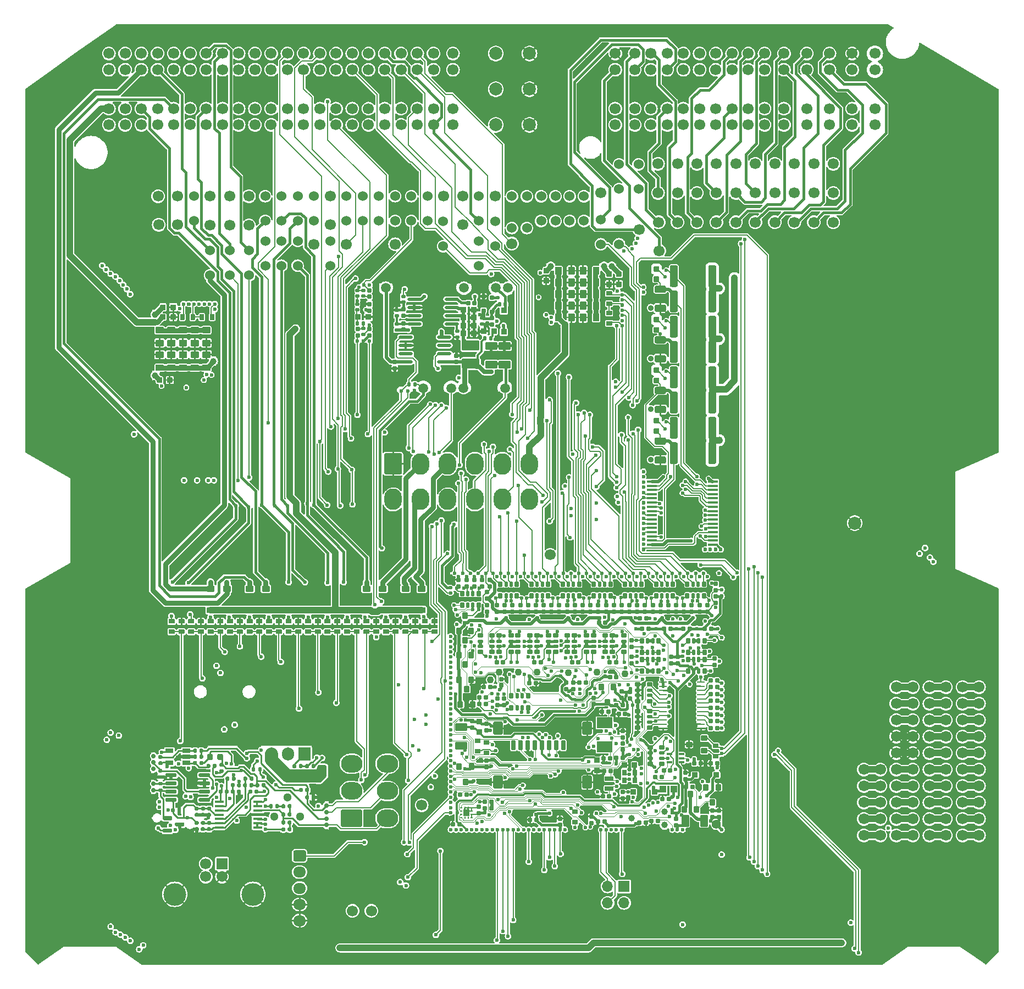
<source format=gbl>
G75*
G70*
%OFA0B0*%
%FSLAX25Y25*%
%IPPOS*%
%LPD*%
%AMOC8*
5,1,8,0,0,1.08239X$1,22.5*
%
%AMM152*
21,1,0.035430,0.030320,-0.000000,-0.000000,270.000000*
21,1,0.028350,0.037400,-0.000000,-0.000000,270.000000*
1,1,0.007090,-0.015160,-0.014170*
1,1,0.007090,-0.015160,0.014170*
1,1,0.007090,0.015160,0.014170*
1,1,0.007090,0.015160,-0.014170*
%
%AMM158*
21,1,0.027560,0.018900,-0.000000,-0.000000,0.000000*
21,1,0.022840,0.023620,-0.000000,-0.000000,0.000000*
1,1,0.004720,0.011420,-0.009450*
1,1,0.004720,-0.011420,-0.009450*
1,1,0.004720,-0.011420,0.009450*
1,1,0.004720,0.011420,0.009450*
%
%AMM161*
21,1,0.025590,0.026380,-0.000000,-0.000000,270.000000*
21,1,0.020470,0.031500,-0.000000,-0.000000,270.000000*
1,1,0.005120,-0.013190,-0.010240*
1,1,0.005120,-0.013190,0.010240*
1,1,0.005120,0.013190,0.010240*
1,1,0.005120,0.013190,-0.010240*
%
%AMM162*
21,1,0.017720,0.027950,-0.000000,-0.000000,270.000000*
21,1,0.014170,0.031500,-0.000000,-0.000000,270.000000*
1,1,0.003540,-0.013980,-0.007090*
1,1,0.003540,-0.013980,0.007090*
1,1,0.003540,0.013980,0.007090*
1,1,0.003540,0.013980,-0.007090*
%
%AMM164*
21,1,0.012600,0.028980,-0.000000,-0.000000,270.000000*
21,1,0.010080,0.031500,-0.000000,-0.000000,270.000000*
1,1,0.002520,-0.014490,-0.005040*
1,1,0.002520,-0.014490,0.005040*
1,1,0.002520,0.014490,0.005040*
1,1,0.002520,0.014490,-0.005040*
%
%AMM167*
21,1,0.027560,0.018900,-0.000000,-0.000000,270.000000*
21,1,0.022840,0.023620,-0.000000,-0.000000,270.000000*
1,1,0.004720,-0.009450,-0.011420*
1,1,0.004720,-0.009450,0.011420*
1,1,0.004720,0.009450,0.011420*
1,1,0.004720,0.009450,-0.011420*
%
%AMM184*
21,1,0.033470,0.026770,-0.000000,-0.000000,0.000000*
21,1,0.026770,0.033470,-0.000000,-0.000000,0.000000*
1,1,0.006690,0.013390,-0.013390*
1,1,0.006690,-0.013390,-0.013390*
1,1,0.006690,-0.013390,0.013390*
1,1,0.006690,0.013390,0.013390*
%
%AMM185*
21,1,0.035430,0.030320,-0.000000,-0.000000,0.000000*
21,1,0.028350,0.037400,-0.000000,-0.000000,0.000000*
1,1,0.007090,0.014170,-0.015160*
1,1,0.007090,-0.014170,-0.015160*
1,1,0.007090,-0.014170,0.015160*
1,1,0.007090,0.014170,0.015160*
%
%AMM186*
21,1,0.035830,0.026770,-0.000000,-0.000000,180.000000*
21,1,0.029130,0.033470,-0.000000,-0.000000,180.000000*
1,1,0.006690,-0.014570,0.013390*
1,1,0.006690,0.014570,0.013390*
1,1,0.006690,0.014570,-0.013390*
1,1,0.006690,-0.014570,-0.013390*
%
%AMM187*
21,1,0.070870,0.036220,-0.000000,-0.000000,180.000000*
21,1,0.061810,0.045280,-0.000000,-0.000000,180.000000*
1,1,0.009060,-0.030910,0.018110*
1,1,0.009060,0.030910,0.018110*
1,1,0.009060,0.030910,-0.018110*
1,1,0.009060,-0.030910,-0.018110*
%
%AMM188*
21,1,0.059060,0.020470,-0.000000,-0.000000,270.000000*
21,1,0.053940,0.025590,-0.000000,-0.000000,270.000000*
1,1,0.005120,-0.010240,-0.026970*
1,1,0.005120,-0.010240,0.026970*
1,1,0.005120,0.010240,0.026970*
1,1,0.005120,0.010240,-0.026970*
%
%AMM189*
21,1,0.078740,0.045670,-0.000000,-0.000000,270.000000*
21,1,0.067320,0.057090,-0.000000,-0.000000,270.000000*
1,1,0.011420,-0.022840,-0.033660*
1,1,0.011420,-0.022840,0.033660*
1,1,0.011420,0.022840,0.033660*
1,1,0.011420,0.022840,-0.033660*
%
%AMM190*
21,1,0.025590,0.026380,-0.000000,-0.000000,180.000000*
21,1,0.020470,0.031500,-0.000000,-0.000000,180.000000*
1,1,0.005120,-0.010240,0.013190*
1,1,0.005120,0.010240,0.013190*
1,1,0.005120,0.010240,-0.013190*
1,1,0.005120,-0.010240,-0.013190*
%
%AMM191*
21,1,0.017720,0.027950,-0.000000,-0.000000,180.000000*
21,1,0.014170,0.031500,-0.000000,-0.000000,180.000000*
1,1,0.003540,-0.007090,0.013980*
1,1,0.003540,0.007090,0.013980*
1,1,0.003540,0.007090,-0.013980*
1,1,0.003540,-0.007090,-0.013980*
%
%AMM192*
21,1,0.027560,0.030710,-0.000000,-0.000000,270.000000*
21,1,0.022050,0.036220,-0.000000,-0.000000,270.000000*
1,1,0.005510,-0.015350,-0.011020*
1,1,0.005510,-0.015350,0.011020*
1,1,0.005510,0.015350,0.011020*
1,1,0.005510,0.015350,-0.011020*
%
%AMM193*
21,1,0.027560,0.049610,-0.000000,-0.000000,90.000000*
21,1,0.022050,0.055120,-0.000000,-0.000000,90.000000*
1,1,0.005510,0.024800,0.011020*
1,1,0.005510,0.024800,-0.011020*
1,1,0.005510,-0.024800,-0.011020*
1,1,0.005510,-0.024800,0.011020*
%
%AMM194*
21,1,0.027560,0.030710,-0.000000,-0.000000,180.000000*
21,1,0.022050,0.036220,-0.000000,-0.000000,180.000000*
1,1,0.005510,-0.011020,0.015350*
1,1,0.005510,0.011020,0.015350*
1,1,0.005510,0.011020,-0.015350*
1,1,0.005510,-0.011020,-0.015350*
%
%AMM195*
21,1,0.070870,0.036220,-0.000000,-0.000000,270.000000*
21,1,0.061810,0.045280,-0.000000,-0.000000,270.000000*
1,1,0.009060,-0.018110,-0.030910*
1,1,0.009060,-0.018110,0.030910*
1,1,0.009060,0.018110,0.030910*
1,1,0.009060,0.018110,-0.030910*
%
%AMM196*
21,1,0.033470,0.026770,-0.000000,-0.000000,90.000000*
21,1,0.026770,0.033470,-0.000000,-0.000000,90.000000*
1,1,0.006690,0.013390,0.013390*
1,1,0.006690,0.013390,-0.013390*
1,1,0.006690,-0.013390,-0.013390*
1,1,0.006690,-0.013390,0.013390*
%
%AMM280*
21,1,0.035830,0.026770,0.000000,-0.000000,270.000000*
21,1,0.029130,0.033470,0.000000,-0.000000,270.000000*
1,1,0.006690,-0.013390,-0.014570*
1,1,0.006690,-0.013390,0.014570*
1,1,0.006690,0.013390,0.014570*
1,1,0.006690,0.013390,-0.014570*
%
%AMM281*
21,1,0.070870,0.036220,0.000000,-0.000000,0.000000*
21,1,0.061810,0.045280,0.000000,-0.000000,0.000000*
1,1,0.009060,0.030910,-0.018110*
1,1,0.009060,-0.030910,-0.018110*
1,1,0.009060,-0.030910,0.018110*
1,1,0.009060,0.030910,0.018110*
%
%AMM284*
21,1,0.023620,0.018900,0.000000,-0.000000,0.000000*
21,1,0.018900,0.023620,0.000000,-0.000000,0.000000*
1,1,0.004720,0.009450,-0.009450*
1,1,0.004720,-0.009450,-0.009450*
1,1,0.004720,-0.009450,0.009450*
1,1,0.004720,0.009450,0.009450*
%
%AMM285*
21,1,0.019680,0.019680,0.000000,-0.000000,270.000000*
21,1,0.015750,0.023620,0.000000,-0.000000,270.000000*
1,1,0.003940,-0.009840,-0.007870*
1,1,0.003940,-0.009840,0.007870*
1,1,0.003940,0.009840,0.007870*
1,1,0.003940,0.009840,-0.007870*
%
%AMM286*
21,1,0.019680,0.019680,0.000000,-0.000000,180.000000*
21,1,0.015750,0.023620,0.000000,-0.000000,180.000000*
1,1,0.003940,-0.007870,0.009840*
1,1,0.003940,0.007870,0.009840*
1,1,0.003940,0.007870,-0.009840*
1,1,0.003940,-0.007870,-0.009840*
%
%AMM300*
21,1,0.106300,0.050390,0.000000,-0.000000,0.000000*
21,1,0.093700,0.062990,0.000000,-0.000000,0.000000*
1,1,0.012600,0.046850,-0.025200*
1,1,0.012600,-0.046850,-0.025200*
1,1,0.012600,-0.046850,0.025200*
1,1,0.012600,0.046850,0.025200*
%
%AMM301*
21,1,0.033470,0.026770,0.000000,-0.000000,180.000000*
21,1,0.026770,0.033470,0.000000,-0.000000,180.000000*
1,1,0.006690,-0.013390,0.013390*
1,1,0.006690,0.013390,0.013390*
1,1,0.006690,0.013390,-0.013390*
1,1,0.006690,-0.013390,-0.013390*
%
%AMM302*
21,1,0.023620,0.018900,0.000000,-0.000000,90.000000*
21,1,0.018900,0.023620,0.000000,-0.000000,90.000000*
1,1,0.004720,0.009450,0.009450*
1,1,0.004720,0.009450,-0.009450*
1,1,0.004720,-0.009450,-0.009450*
1,1,0.004720,-0.009450,0.009450*
%
%AMM303*
21,1,0.122050,0.075590,0.000000,-0.000000,90.000000*
21,1,0.103150,0.094490,0.000000,-0.000000,90.000000*
1,1,0.018900,0.037800,0.051580*
1,1,0.018900,0.037800,-0.051580*
1,1,0.018900,-0.037800,-0.051580*
1,1,0.018900,-0.037800,0.051580*
%
%AMM304*
21,1,0.118110,0.083460,0.000000,-0.000000,270.000000*
21,1,0.097240,0.104330,0.000000,-0.000000,270.000000*
1,1,0.020870,-0.041730,-0.048620*
1,1,0.020870,-0.041730,0.048620*
1,1,0.020870,0.041730,0.048620*
1,1,0.020870,0.041730,-0.048620*
%
%ADD10C,0.00787*%
%ADD100C,0.01968*%
%ADD11C,0.06693*%
%ADD12O,0.07677X0.06693*%
%ADD125C,0.00492*%
%ADD126C,0.03900*%
%ADD127C,0.04331*%
%ADD128C,0.05512*%
%ADD13C,0.06000*%
%ADD14C,0.07874*%
%ADD141C,0.03543*%
%ADD15R,0.06693X0.06693*%
%ADD16C,0.13780*%
%ADD161R,0.03937X0.04331*%
%ADD165R,0.01968X0.01968*%
%ADD166R,0.09449X0.06693*%
%ADD17C,0.02362*%
%ADD174O,0.04961X0.00984*%
%ADD175R,0.00984X0.01378*%
%ADD176R,0.01378X0.00984*%
%ADD177R,0.01968X0.01176*%
%ADD18R,0.49213X0.00787*%
%ADD19R,0.00787X0.12992*%
%ADD20R,0.00787X0.13780*%
%ADD21R,0.00787X0.23622*%
%ADD22R,0.00787X1.04921*%
%ADD23R,0.00787X0.60630*%
%ADD24R,0.33465X0.00787*%
%ADD249R,0.19500X0.19500*%
%ADD25C,0.03937*%
%ADD250C,0.01378*%
%ADD258C,0.05118*%
%ADD26C,0.02756*%
%ADD261R,0.07500X0.07874*%
%ADD262O,0.07500X0.07874*%
%ADD264R,0.05709X0.01772*%
%ADD265R,0.04803X0.02559*%
%ADD29R,0.00984X0.04331*%
%ADD30R,0.00984X0.03858*%
%ADD32R,1.08661X0.00984*%
%ADD34R,0.00984X0.03740*%
%ADD35O,0.12992X0.10630*%
%ADD354M152*%
%ADD36R,0.00787X0.09055*%
%ADD360M158*%
%ADD363M161*%
%ADD364M162*%
%ADD366M164*%
%ADD369M167*%
%ADD37R,0.00787X0.42126*%
%ADD38R,0.00787X0.08268*%
%ADD386M184*%
%ADD387M185*%
%ADD388M186*%
%ADD389M187*%
%ADD39R,0.00787X0.21260*%
%ADD390M188*%
%ADD391M189*%
%ADD392M190*%
%ADD393M191*%
%ADD394M192*%
%ADD395M193*%
%ADD396M194*%
%ADD397M195*%
%ADD398M196*%
%ADD40R,0.05512X0.00787*%
%ADD41R,0.19685X0.00787*%
%ADD42R,0.26772X0.00787*%
%ADD422O,0.40158X0.00787*%
%ADD43R,0.17717X0.00787*%
%ADD438O,0.08661X0.01968*%
%ADD44R,0.00787X0.06299*%
%ADD45R,0.00787X0.22441*%
%ADD46R,0.00787X0.07874*%
%ADD47O,0.06693X0.06693*%
%ADD48R,0.00787X0.17323*%
%ADD485M280*%
%ADD486M281*%
%ADD489M284*%
%ADD49R,0.04724X0.00787*%
%ADD490M285*%
%ADD491M286*%
%ADD50R,0.15748X0.00787*%
%ADD505M300*%
%ADD506M301*%
%ADD507M302*%
%ADD508M303*%
%ADD509M304*%
%ADD51R,0.07087X0.00787*%
%ADD515R,0.06300X0.01700*%
%ADD519O,0.04823X0.00787*%
%ADD52R,0.00787X0.39370*%
%ADD53C,0.05906*%
%ADD54O,0.12992X0.00787*%
%ADD55O,0.40157X0.00787*%
%ADD56O,0.01181X0.00787*%
%ADD57O,0.00787X0.66929*%
%ADD58O,0.00787X0.60630*%
%ADD59O,0.18898X0.00787*%
%ADD60O,0.10236X0.00787*%
%ADD61O,0.03937X0.00787*%
%ADD62O,0.05906X0.00787*%
%ADD65O,0.10630X0.12992*%
%ADD66R,0.17323X0.00787*%
%ADD67R,0.00787X0.04724*%
%ADD68R,0.00787X0.26772*%
%ADD69R,0.00787X0.15748*%
%ADD70R,0.00787X0.07087*%
%ADD71R,0.39370X0.00787*%
%ADD78O,0.04724X0.00787*%
%ADD79O,0.00787X0.36614*%
%ADD80C,0.01575*%
%ADD81C,0.03150*%
%ADD82C,0.01969*%
%ADD84C,0.00984*%
%ADD90C,0.01181*%
%ADD97R,0.00984X0.24803*%
%ADD98R,0.00984X0.34449*%
X0000000Y0000000D02*
%LPD*%
G01*
D11*
X0411417Y0505906D03*
G36*
G01*
X0191240Y0089173D02*
X0196949Y0089173D01*
G75*
G02*
X0197933Y0088189I0000000J-000984D01*
G01*
X0197933Y0083465D01*
G75*
G02*
X0196949Y0082480I-000984J0000000D01*
G01*
X0191240Y0082480D01*
G75*
G02*
X0190256Y0083465I0000000J0000984D01*
G01*
X0190256Y0088189D01*
G75*
G02*
X0191240Y0089173I0000984J0000000D01*
G01*
G37*
D12*
X0194094Y0075984D03*
X0194094Y0066142D03*
X0194094Y0056299D03*
X0194094Y0046457D03*
D11*
X0505906Y0470472D03*
X0446850Y0488189D03*
D13*
X0331890Y0486220D03*
X0331890Y0466929D03*
D11*
X0268110Y0116535D03*
X0482283Y0505906D03*
X0596089Y0098208D03*
X0596089Y0108208D03*
X0596089Y0118208D03*
X0596089Y0128208D03*
X0596089Y0138208D03*
X0606089Y0098208D03*
X0606089Y0108208D03*
X0606089Y0118208D03*
X0606089Y0128208D03*
X0606089Y0138208D03*
X0312598Y0486240D03*
X0542963Y0572835D03*
X0529183Y0572835D03*
X0515404Y0572835D03*
X0501624Y0572835D03*
X0487844Y0572835D03*
X0476033Y0572835D03*
X0466191Y0572835D03*
X0456348Y0572835D03*
X0446506Y0572835D03*
X0436663Y0572835D03*
X0426821Y0572835D03*
X0416978Y0572835D03*
X0407136Y0572835D03*
X0397293Y0572835D03*
X0385482Y0572835D03*
X0542963Y0562992D03*
X0529183Y0562992D03*
X0515404Y0562992D03*
X0501624Y0562992D03*
X0487844Y0562992D03*
X0476033Y0562992D03*
X0466191Y0562992D03*
X0456348Y0562992D03*
X0446506Y0562992D03*
X0436663Y0562992D03*
X0426821Y0562992D03*
X0416978Y0562992D03*
X0407136Y0562992D03*
X0397293Y0562992D03*
X0385482Y0562992D03*
X0542963Y0539370D03*
X0529183Y0539370D03*
X0515404Y0539370D03*
X0501624Y0539370D03*
X0487844Y0539370D03*
X0476033Y0539370D03*
X0466191Y0539370D03*
X0456348Y0539370D03*
X0446506Y0539370D03*
X0436663Y0539370D03*
X0426821Y0539370D03*
X0416978Y0539370D03*
X0407136Y0539370D03*
X0397293Y0539370D03*
X0385482Y0539370D03*
X0542963Y0529528D03*
X0529183Y0529528D03*
X0515404Y0529528D03*
X0501624Y0529528D03*
X0487844Y0529528D03*
X0476033Y0529528D03*
X0466191Y0529528D03*
X0456348Y0529528D03*
X0446506Y0529528D03*
X0436663Y0529528D03*
X0426821Y0529528D03*
X0416978Y0529528D03*
X0407136Y0529528D03*
X0397293Y0529528D03*
X0385482Y0529528D03*
D14*
X0333514Y0572835D03*
X0313041Y0572835D03*
X0333514Y0551181D03*
X0313041Y0551181D03*
X0333514Y0529528D03*
X0313041Y0529528D03*
D11*
X0287057Y0572835D03*
X0275246Y0572835D03*
X0265404Y0572835D03*
X0255561Y0572835D03*
X0245719Y0572835D03*
X0235876Y0572835D03*
X0226033Y0572835D03*
X0216191Y0572835D03*
X0206348Y0572835D03*
X0196506Y0572835D03*
X0186663Y0572835D03*
X0176821Y0572835D03*
X0166978Y0572835D03*
X0157136Y0572835D03*
X0147293Y0572835D03*
X0137451Y0572835D03*
X0127608Y0572835D03*
X0117766Y0572835D03*
X0107923Y0572835D03*
X0098081Y0572835D03*
X0088238Y0572835D03*
X0078396Y0572835D03*
X0287057Y0562992D03*
X0275246Y0562992D03*
X0265404Y0562992D03*
X0255561Y0562992D03*
X0245719Y0562992D03*
X0235876Y0562992D03*
X0226033Y0562992D03*
X0216191Y0562992D03*
X0206348Y0562992D03*
X0196506Y0562992D03*
X0186663Y0562992D03*
X0176821Y0562992D03*
X0166978Y0562992D03*
X0157136Y0562992D03*
X0147293Y0562992D03*
X0137451Y0562992D03*
X0127608Y0562992D03*
X0117766Y0562992D03*
X0107923Y0562992D03*
X0098081Y0562992D03*
X0088238Y0562992D03*
X0078396Y0562992D03*
X0287057Y0539370D03*
X0275246Y0539370D03*
X0265404Y0539370D03*
X0255561Y0539370D03*
X0245719Y0539370D03*
X0235876Y0539370D03*
X0226033Y0539370D03*
X0216191Y0539370D03*
X0206348Y0539370D03*
X0196506Y0539370D03*
X0186663Y0539370D03*
X0176821Y0539370D03*
X0166978Y0539370D03*
X0157136Y0539370D03*
X0147293Y0539370D03*
X0137451Y0539370D03*
X0127608Y0539370D03*
X0117766Y0539370D03*
X0107923Y0539370D03*
X0098081Y0539370D03*
X0088238Y0539370D03*
X0078396Y0539370D03*
X0287057Y0529528D03*
X0275246Y0529528D03*
X0265404Y0529528D03*
X0255561Y0529528D03*
X0245719Y0529528D03*
X0235876Y0529528D03*
X0226033Y0529528D03*
X0216191Y0529528D03*
X0206348Y0529528D03*
X0196506Y0529528D03*
X0186663Y0529528D03*
X0176821Y0529528D03*
X0166978Y0529528D03*
X0157136Y0529528D03*
X0147293Y0529528D03*
X0137451Y0529528D03*
X0127608Y0529528D03*
X0117766Y0529528D03*
X0107923Y0529528D03*
X0098081Y0529528D03*
X0088238Y0529528D03*
X0078396Y0529528D03*
D13*
X0163386Y0438169D03*
X0163386Y0453169D03*
D11*
X0458661Y0505906D03*
D13*
X0139764Y0438169D03*
X0139764Y0453169D03*
D11*
X0411811Y0470472D03*
X0237598Y0052461D03*
X0458661Y0488189D03*
X0322835Y0457480D03*
D13*
X0183071Y0471240D03*
X0183071Y0486240D03*
D11*
X0494094Y0488189D03*
D13*
X0212598Y0444075D03*
X0212598Y0459075D03*
D11*
X0470472Y0470472D03*
D15*
X0146998Y0081040D03*
D11*
X0137156Y0081040D03*
X0137156Y0073166D03*
X0146998Y0073166D03*
D16*
X0165778Y0062497D03*
X0118376Y0062497D03*
D11*
X0226181Y0052461D03*
X0555931Y0098208D03*
X0555931Y0108208D03*
X0555931Y0118208D03*
X0555931Y0128208D03*
X0555931Y0138208D03*
X0565931Y0098208D03*
X0565931Y0108208D03*
X0565931Y0118208D03*
X0565931Y0128208D03*
X0565931Y0138208D03*
X0108661Y0468898D03*
X0435039Y0488189D03*
X0505906Y0488189D03*
X0505906Y0505906D03*
D13*
X0302756Y0471240D03*
X0302756Y0486240D03*
D11*
X0470472Y0505906D03*
D17*
X0439961Y0271850D03*
X0443110Y0271850D03*
X0446260Y0271850D03*
X0449409Y0271850D03*
D18*
X0425984Y0446457D03*
D19*
X0450197Y0440354D03*
D20*
X0401772Y0439961D03*
D21*
X0450197Y0414961D03*
X0450197Y0384252D03*
D22*
X0401772Y0373524D03*
D21*
X0450197Y0353543D03*
D23*
X0450197Y0304134D03*
D24*
X0421260Y0271063D03*
D25*
X0448622Y0430315D03*
X0448622Y0399606D03*
X0448622Y0368898D03*
X0448622Y0338189D03*
D17*
X0402559Y0271850D03*
X0402559Y0275000D03*
X0402559Y0278150D03*
X0402559Y0281299D03*
X0402559Y0284449D03*
X0402559Y0287598D03*
X0402559Y0290748D03*
X0402559Y0293898D03*
X0402559Y0297047D03*
X0402559Y0300197D03*
X0402559Y0303346D03*
X0402559Y0306496D03*
X0402559Y0309646D03*
X0402559Y0312795D03*
X0402559Y0315945D03*
X0402559Y0319094D03*
X0402559Y0427953D03*
X0402559Y0431102D03*
D13*
X0399606Y0490531D03*
X0399606Y0505531D03*
D11*
X0139764Y0468504D03*
X0576010Y0148208D03*
X0576010Y0158208D03*
X0576010Y0168208D03*
X0576010Y0178208D03*
X0576010Y0188208D03*
X0586010Y0148208D03*
X0586010Y0158208D03*
X0586010Y0168208D03*
X0586010Y0178208D03*
X0586010Y0188208D03*
X0222441Y0457087D03*
X0494094Y0470472D03*
D26*
X0210236Y0104528D03*
X0210236Y0116339D03*
X0210236Y0112402D03*
X0210236Y0108465D03*
D29*
X0104035Y0151181D03*
D30*
X0104035Y0134094D03*
D97*
X0104035Y0110630D03*
D32*
X0157874Y0152854D03*
X0157874Y0098720D03*
D98*
X0211713Y0136122D03*
D34*
X0211713Y0100098D03*
D26*
X0105546Y0142520D03*
X0105546Y0138583D03*
X0105546Y0125606D03*
X0105546Y0129606D03*
X0105546Y0146457D03*
D11*
X0120079Y0486220D03*
D13*
X0192913Y0444075D03*
X0192913Y0459075D03*
X0340551Y0471220D03*
X0340551Y0486220D03*
X0151575Y0438169D03*
X0151575Y0453169D03*
D11*
X0163386Y0486220D03*
G36*
G01*
X0231102Y0103346D02*
X0220079Y0103346D01*
G75*
G02*
X0219094Y0104331I0000000J0000984D01*
G01*
X0219094Y0112992D01*
G75*
G02*
X0220079Y0113976I0000984J0000000D01*
G01*
X0231102Y0113976D01*
G75*
G02*
X0232087Y0112992I0000000J-000984D01*
G01*
X0232087Y0104331D01*
G75*
G02*
X0231102Y0103346I-000984J0000000D01*
G01*
G37*
D35*
X0225591Y0125197D03*
X0225591Y0141732D03*
X0247244Y0108661D03*
X0247244Y0125197D03*
X0247244Y0141732D03*
D11*
X0446850Y0470472D03*
X0517717Y0505906D03*
X0555931Y0148208D03*
X0555931Y0158208D03*
X0555931Y0168208D03*
X0555931Y0178208D03*
X0555931Y0188208D03*
X0565931Y0148208D03*
X0565931Y0158208D03*
X0565931Y0168208D03*
X0565931Y0178208D03*
X0565931Y0188208D03*
D17*
X0285796Y0112013D03*
X0285796Y0115162D03*
X0285796Y0118312D03*
X0285796Y0121462D03*
X0285796Y0124611D03*
X0285796Y0127761D03*
X0285796Y0130911D03*
X0285796Y0134060D03*
X0285796Y0137210D03*
X0285796Y0140359D03*
X0285796Y0143509D03*
X0285796Y0146659D03*
X0285796Y0149808D03*
X0285796Y0152958D03*
X0285796Y0156107D03*
X0285796Y0159257D03*
X0285796Y0162407D03*
X0285796Y0165556D03*
X0285796Y0168706D03*
X0285796Y0171855D03*
X0285796Y0175005D03*
X0285796Y0178155D03*
X0285796Y0181304D03*
X0285796Y0184454D03*
X0285796Y0187603D03*
X0285796Y0190753D03*
X0285796Y0193903D03*
X0285796Y0197052D03*
X0285796Y0200202D03*
X0285796Y0203351D03*
X0285796Y0206501D03*
X0285796Y0209651D03*
X0285796Y0212800D03*
X0285796Y0215950D03*
X0285796Y0219100D03*
X0285796Y0245477D03*
X0285796Y0248627D03*
D36*
X0450757Y0253942D03*
D37*
X0450757Y0124808D03*
D38*
X0450757Y0157092D03*
D21*
X0450757Y0204533D03*
D39*
X0450757Y0230910D03*
D40*
X0443670Y0258076D03*
D41*
X0438158Y0100989D03*
D42*
X0404694Y0100989D03*
D43*
X0365914Y0100989D03*
D44*
X0285009Y0106895D03*
D45*
X0285009Y0232288D03*
D46*
X0285009Y0254533D03*
D17*
X0285796Y0101777D03*
X0288946Y0101777D03*
X0292095Y0101777D03*
X0295245Y0101777D03*
X0298394Y0101777D03*
X0301544Y0101777D03*
X0304694Y0101777D03*
X0307843Y0101777D03*
X0310993Y0101777D03*
X0314142Y0101777D03*
X0317292Y0101777D03*
X0320442Y0101777D03*
X0323591Y0101777D03*
X0326741Y0101777D03*
X0329890Y0101777D03*
X0333040Y0101777D03*
X0336190Y0101777D03*
X0339339Y0101777D03*
X0342489Y0101777D03*
X0345639Y0101777D03*
X0348788Y0101777D03*
X0351938Y0101777D03*
X0355087Y0101777D03*
X0376741Y0101777D03*
X0379891Y0101777D03*
X0383040Y0101777D03*
X0386190Y0101777D03*
X0389339Y0101777D03*
X0420048Y0101777D03*
X0423198Y0101777D03*
X0426347Y0101777D03*
X0449969Y0101777D03*
X0288158Y0257288D03*
X0292883Y0257288D03*
X0297607Y0257288D03*
X0302331Y0257288D03*
X0307056Y0257288D03*
X0311387Y0257288D03*
X0316111Y0257288D03*
X0320835Y0257288D03*
X0325560Y0257288D03*
X0330284Y0257288D03*
X0335009Y0257288D03*
X0339733Y0257288D03*
X0344457Y0257288D03*
X0349182Y0257288D03*
X0353906Y0257288D03*
X0358631Y0257288D03*
X0363355Y0257288D03*
X0368079Y0257288D03*
X0372804Y0257288D03*
X0377528Y0257288D03*
X0382253Y0257288D03*
X0386977Y0257288D03*
X0391702Y0257288D03*
X0396426Y0257288D03*
X0401150Y0257288D03*
X0405875Y0257288D03*
X0410599Y0257288D03*
X0415324Y0257288D03*
X0420048Y0257288D03*
X0424772Y0257288D03*
X0429497Y0257288D03*
X0434221Y0257288D03*
X0438946Y0257288D03*
X0448394Y0257288D03*
X0449969Y0247446D03*
X0449969Y0243509D03*
X0449969Y0218312D03*
X0449969Y0190753D03*
X0449969Y0186816D03*
X0449969Y0182879D03*
X0449969Y0178942D03*
X0449969Y0175005D03*
X0449969Y0171068D03*
X0449969Y0167131D03*
X0449969Y0163194D03*
X0449969Y0150989D03*
X0449969Y0147840D03*
D11*
X0576010Y0098208D03*
X0576010Y0108208D03*
X0576010Y0118208D03*
X0576010Y0128208D03*
X0576010Y0138208D03*
X0586010Y0098208D03*
X0586010Y0108208D03*
X0586010Y0118208D03*
X0586010Y0128208D03*
X0586010Y0138208D03*
X0163386Y0468504D03*
D15*
X0390846Y0067255D03*
D47*
X0390846Y0057255D03*
X0380846Y0067255D03*
X0380846Y0057255D03*
D13*
X0232283Y0471240D03*
X0232283Y0486240D03*
X0173228Y0444075D03*
X0173228Y0459075D03*
X0173228Y0471240D03*
X0173228Y0486240D03*
X0322835Y0486220D03*
X0322835Y0466929D03*
D11*
X0435039Y0470472D03*
D13*
X0376772Y0457067D03*
X0376772Y0472067D03*
D11*
X0423228Y0488189D03*
D48*
X0390453Y0437106D03*
D49*
X0388484Y0445374D03*
D42*
X0371161Y0406791D03*
X0362500Y0445374D03*
D50*
X0344390Y0406791D03*
D51*
X0340059Y0445374D03*
D52*
X0336909Y0426083D03*
D17*
X0386516Y0407579D03*
D25*
X0355020Y0408366D03*
X0383366Y0443799D03*
X0378642Y0443799D03*
X0346358Y0443799D03*
D17*
X0389665Y0407579D03*
X0389665Y0410728D03*
X0389665Y0413878D03*
X0389665Y0417028D03*
X0389665Y0420177D03*
X0389665Y0423327D03*
X0389665Y0426476D03*
D11*
X0151575Y0468504D03*
D53*
X0318701Y0369783D03*
X0293504Y0369783D03*
X0286024Y0369783D03*
X0269094Y0369783D03*
D17*
X0259646Y0368012D03*
X0255709Y0368012D03*
D54*
X0303543Y0433366D03*
D55*
X0270079Y0433366D03*
D56*
X0242126Y0433366D03*
D57*
X0241929Y0400295D03*
D58*
X0323031Y0397146D03*
D53*
X0244488Y0369783D03*
D56*
X0322835Y0367224D03*
D59*
X0306299Y0367224D03*
D60*
X0277362Y0367224D03*
D61*
X0263583Y0367224D03*
D62*
X0250591Y0367224D03*
D53*
X0320472Y0430807D03*
X0313189Y0430807D03*
X0293701Y0430807D03*
X0246260Y0430807D03*
D11*
X0400000Y0466142D03*
X0517717Y0470472D03*
X0139764Y0486220D03*
D13*
X0192913Y0471240D03*
X0192913Y0486240D03*
X0222441Y0471240D03*
X0222441Y0486240D03*
X0357874Y0471220D03*
X0357874Y0486220D03*
D11*
X0151575Y0486220D03*
X0281496Y0486220D03*
X0482283Y0470472D03*
D13*
X0281102Y0455886D03*
X0281102Y0470886D03*
D11*
X0470472Y0488189D03*
G36*
G01*
X0245472Y0318307D02*
X0245472Y0329331D01*
G75*
G02*
X0246457Y0330315I0000984J0000000D01*
G01*
X0255118Y0330315D01*
G75*
G02*
X0256102Y0329331I0000000J-000984D01*
G01*
X0256102Y0318307D01*
G75*
G02*
X0255118Y0317323I-000984J0000000D01*
G01*
X0246457Y0317323D01*
G75*
G02*
X0245472Y0318307I0000000J0000984D01*
G01*
G37*
D65*
X0267323Y0323819D03*
X0283858Y0323819D03*
X0300394Y0323819D03*
X0316929Y0323819D03*
X0333465Y0323819D03*
X0250787Y0302165D03*
X0267323Y0302165D03*
X0283858Y0302165D03*
X0300394Y0302165D03*
X0316929Y0302165D03*
X0333465Y0302165D03*
D11*
X0423228Y0470472D03*
X0212598Y0468898D03*
X0202756Y0457087D03*
D13*
X0349213Y0471220D03*
X0349213Y0486220D03*
D66*
X0113091Y0421555D03*
D67*
X0104823Y0419587D03*
D68*
X0143406Y0402264D03*
X0104823Y0393602D03*
D69*
X0143406Y0375492D03*
D70*
X0104823Y0371161D03*
D71*
X0124114Y0368012D03*
D17*
X0142618Y0417618D03*
D25*
X0141831Y0386122D03*
X0106398Y0414469D03*
X0106398Y0409744D03*
X0106398Y0377461D03*
D17*
X0142618Y0420768D03*
X0139469Y0420768D03*
X0136319Y0420768D03*
X0133169Y0420768D03*
X0130020Y0420768D03*
X0126870Y0420768D03*
X0123720Y0420768D03*
D11*
X0251969Y0457087D03*
D13*
X0312598Y0455886D03*
X0312598Y0470886D03*
X0183071Y0444075D03*
X0183071Y0459075D03*
X0387795Y0457067D03*
X0387795Y0472067D03*
D11*
X0376772Y0488189D03*
X0411417Y0488189D03*
X0423228Y0505906D03*
D13*
X0202756Y0471240D03*
X0202756Y0486240D03*
X0261811Y0471240D03*
X0261811Y0486240D03*
D11*
X0458661Y0470472D03*
X0517717Y0488189D03*
X0536271Y0098208D03*
X0536271Y0108208D03*
X0536271Y0118208D03*
X0536271Y0128208D03*
X0536271Y0138208D03*
X0546271Y0098208D03*
X0546271Y0108208D03*
X0546271Y0118208D03*
X0546271Y0128208D03*
X0546271Y0138208D03*
X0212598Y0486220D03*
X0412205Y0453150D03*
D17*
X0258563Y0067815D03*
X0255118Y0069882D03*
X0259744Y0072835D03*
X0259449Y0086811D03*
D11*
X0596089Y0148208D03*
X0596089Y0158208D03*
X0596089Y0168208D03*
X0596089Y0178208D03*
X0596089Y0188208D03*
X0606089Y0148208D03*
X0606089Y0158208D03*
X0606089Y0168208D03*
X0606089Y0178208D03*
X0606089Y0188208D03*
X0494094Y0505906D03*
D13*
X0271654Y0471240D03*
X0271654Y0486240D03*
D11*
X0108268Y0486220D03*
D17*
X0236516Y0398228D03*
D78*
X0228740Y0433268D03*
X0228740Y0433268D03*
X0228740Y0433268D03*
D79*
X0238878Y0415354D03*
X0226673Y0415354D03*
D17*
X0232776Y0398228D03*
X0229035Y0398228D03*
X0232972Y0432480D03*
X0236516Y0432480D03*
D11*
X0120079Y0468898D03*
X0482283Y0488189D03*
D13*
X0129921Y0471220D03*
X0129921Y0486220D03*
D11*
X0292913Y0468898D03*
D13*
X0302756Y0444075D03*
X0302756Y0459075D03*
X0387795Y0490531D03*
X0387795Y0505531D03*
X0366535Y0471220D03*
X0366535Y0486220D03*
X0242126Y0471240D03*
X0242126Y0486240D03*
D11*
X0292913Y0486220D03*
X0346063Y0268504D03*
X0435039Y0505906D03*
X0446850Y0505906D03*
D13*
X0251969Y0471240D03*
X0251969Y0486240D03*
G36*
G01*
X0274429Y0229626D02*
X0277500Y0229626D01*
G75*
G02*
X0277776Y0229350I0000000J-000276D01*
G01*
X0277776Y0227146D01*
G75*
G02*
X0277500Y0226870I-000276J0000000D01*
G01*
X0274429Y0226870D01*
G75*
G02*
X0274154Y0227146I0000000J0000276D01*
G01*
X0274154Y0229350D01*
G75*
G02*
X0274429Y0229626I0000276J0000000D01*
G01*
G37*
G36*
G01*
X0274429Y0223327D02*
X0277500Y0223327D01*
G75*
G02*
X0277776Y0223051I0000000J-000276D01*
G01*
X0277776Y0220846D01*
G75*
G02*
X0277500Y0220571I-000276J0000000D01*
G01*
X0274429Y0220571D01*
G75*
G02*
X0274154Y0220846I0000000J0000276D01*
G01*
X0274154Y0223051D01*
G75*
G02*
X0274429Y0223327I0000276J0000000D01*
G01*
G37*
G36*
G01*
X0191752Y0229626D02*
X0194823Y0229626D01*
G75*
G02*
X0195098Y0229350I0000000J-000276D01*
G01*
X0195098Y0227146D01*
G75*
G02*
X0194823Y0226870I-000276J0000000D01*
G01*
X0191752Y0226870D01*
G75*
G02*
X0191476Y0227146I0000000J0000276D01*
G01*
X0191476Y0229350D01*
G75*
G02*
X0191752Y0229626I0000276J0000000D01*
G01*
G37*
G36*
G01*
X0191752Y0223327D02*
X0194823Y0223327D01*
G75*
G02*
X0195098Y0223051I0000000J-000276D01*
G01*
X0195098Y0220846D01*
G75*
G02*
X0194823Y0220571I-000276J0000000D01*
G01*
X0191752Y0220571D01*
G75*
G02*
X0191476Y0220846I0000000J0000276D01*
G01*
X0191476Y0223051D01*
G75*
G02*
X0191752Y0223327I0000276J0000000D01*
G01*
G37*
G36*
G01*
X0138583Y0229626D02*
X0141654Y0229626D01*
G75*
G02*
X0141929Y0229350I0000000J-000276D01*
G01*
X0141929Y0227146D01*
G75*
G02*
X0141654Y0226870I-000276J0000000D01*
G01*
X0138583Y0226870D01*
G75*
G02*
X0138307Y0227146I0000000J0000276D01*
G01*
X0138307Y0229350D01*
G75*
G02*
X0138583Y0229626I0000276J0000000D01*
G01*
G37*
G36*
G01*
X0138583Y0223327D02*
X0141654Y0223327D01*
G75*
G02*
X0141929Y0223051I0000000J-000276D01*
G01*
X0141929Y0220846D01*
G75*
G02*
X0141654Y0220571I-000276J0000000D01*
G01*
X0138583Y0220571D01*
G75*
G02*
X0138307Y0220846I0000000J0000276D01*
G01*
X0138307Y0223051D01*
G75*
G02*
X0138583Y0223327I0000276J0000000D01*
G01*
G37*
G36*
G01*
X0156299Y0229626D02*
X0159370Y0229626D01*
G75*
G02*
X0159646Y0229350I0000000J-000276D01*
G01*
X0159646Y0227146D01*
G75*
G02*
X0159370Y0226870I-000276J0000000D01*
G01*
X0156299Y0226870D01*
G75*
G02*
X0156024Y0227146I0000000J0000276D01*
G01*
X0156024Y0229350D01*
G75*
G02*
X0156299Y0229626I0000276J0000000D01*
G01*
G37*
G36*
G01*
X0156299Y0223327D02*
X0159370Y0223327D01*
G75*
G02*
X0159646Y0223051I0000000J-000276D01*
G01*
X0159646Y0220846D01*
G75*
G02*
X0159370Y0220571I-000276J0000000D01*
G01*
X0156299Y0220571D01*
G75*
G02*
X0156024Y0220846I0000000J0000276D01*
G01*
X0156024Y0223051D01*
G75*
G02*
X0156299Y0223327I0000276J0000000D01*
G01*
G37*
G36*
G01*
X0114961Y0229626D02*
X0118031Y0229626D01*
G75*
G02*
X0118307Y0229350I0000000J-000276D01*
G01*
X0118307Y0227146D01*
G75*
G02*
X0118031Y0226870I-000276J0000000D01*
G01*
X0114961Y0226870D01*
G75*
G02*
X0114685Y0227146I0000000J0000276D01*
G01*
X0114685Y0229350D01*
G75*
G02*
X0114961Y0229626I0000276J0000000D01*
G01*
G37*
G36*
G01*
X0114961Y0223327D02*
X0118031Y0223327D01*
G75*
G02*
X0118307Y0223051I0000000J-000276D01*
G01*
X0118307Y0220846D01*
G75*
G02*
X0118031Y0220571I-000276J0000000D01*
G01*
X0114961Y0220571D01*
G75*
G02*
X0114685Y0220846I0000000J0000276D01*
G01*
X0114685Y0223051D01*
G75*
G02*
X0114961Y0223327I0000276J0000000D01*
G01*
G37*
G36*
G01*
X0203563Y0229626D02*
X0206634Y0229626D01*
G75*
G02*
X0206909Y0229350I0000000J-000276D01*
G01*
X0206909Y0227146D01*
G75*
G02*
X0206634Y0226870I-000276J0000000D01*
G01*
X0203563Y0226870D01*
G75*
G02*
X0203287Y0227146I0000000J0000276D01*
G01*
X0203287Y0229350D01*
G75*
G02*
X0203563Y0229626I0000276J0000000D01*
G01*
G37*
G36*
G01*
X0203563Y0223327D02*
X0206634Y0223327D01*
G75*
G02*
X0206909Y0223051I0000000J-000276D01*
G01*
X0206909Y0220846D01*
G75*
G02*
X0206634Y0220571I-000276J0000000D01*
G01*
X0203563Y0220571D01*
G75*
G02*
X0203287Y0220846I0000000J0000276D01*
G01*
X0203287Y0223051D01*
G75*
G02*
X0203563Y0223327I0000276J0000000D01*
G01*
G37*
G36*
G01*
X0236634Y0233169D02*
X0232618Y0233169D01*
G75*
G02*
X0232264Y0233524I0000000J0000354D01*
G01*
X0232264Y0236358D01*
G75*
G02*
X0232618Y0236713I0000354J0000000D01*
G01*
X0236634Y0236713D01*
G75*
G02*
X0236988Y0236358I0000000J-000354D01*
G01*
X0236988Y0233524D01*
G75*
G02*
X0236634Y0233169I-000354J0000000D01*
G01*
G37*
G36*
G01*
X0236634Y0246161D02*
X0232618Y0246161D01*
G75*
G02*
X0232264Y0246516I0000000J0000354D01*
G01*
X0232264Y0249350D01*
G75*
G02*
X0232618Y0249705I0000354J0000000D01*
G01*
X0236634Y0249705D01*
G75*
G02*
X0236988Y0249350I0000000J-000354D01*
G01*
X0236988Y0246516D01*
G75*
G02*
X0236634Y0246161I-000354J0000000D01*
G01*
G37*
G36*
G01*
X0262618Y0229626D02*
X0265689Y0229626D01*
G75*
G02*
X0265965Y0229350I0000000J-000276D01*
G01*
X0265965Y0227146D01*
G75*
G02*
X0265689Y0226870I-000276J0000000D01*
G01*
X0262618Y0226870D01*
G75*
G02*
X0262343Y0227146I0000000J0000276D01*
G01*
X0262343Y0229350D01*
G75*
G02*
X0262618Y0229626I0000276J0000000D01*
G01*
G37*
G36*
G01*
X0262618Y0223327D02*
X0265689Y0223327D01*
G75*
G02*
X0265965Y0223051I0000000J-000276D01*
G01*
X0265965Y0220846D01*
G75*
G02*
X0265689Y0220571I-000276J0000000D01*
G01*
X0262618Y0220571D01*
G75*
G02*
X0262343Y0220846I0000000J0000276D01*
G01*
X0262343Y0223051D01*
G75*
G02*
X0262618Y0223327I0000276J0000000D01*
G01*
G37*
D14*
X0530709Y0287795D03*
G36*
G01*
X0238996Y0229626D02*
X0242067Y0229626D01*
G75*
G02*
X0242343Y0229350I0000000J-000276D01*
G01*
X0242343Y0227146D01*
G75*
G02*
X0242067Y0226870I-000276J0000000D01*
G01*
X0238996Y0226870D01*
G75*
G02*
X0238720Y0227146I0000000J0000276D01*
G01*
X0238720Y0229350D01*
G75*
G02*
X0238996Y0229626I0000276J0000000D01*
G01*
G37*
G36*
G01*
X0238996Y0223327D02*
X0242067Y0223327D01*
G75*
G02*
X0242343Y0223051I0000000J-000276D01*
G01*
X0242343Y0220846D01*
G75*
G02*
X0242067Y0220571I-000276J0000000D01*
G01*
X0238996Y0220571D01*
G75*
G02*
X0238720Y0220846I0000000J0000276D01*
G01*
X0238720Y0223051D01*
G75*
G02*
X0238996Y0223327I0000276J0000000D01*
G01*
G37*
G36*
G01*
X0246476Y0233169D02*
X0242461Y0233169D01*
G75*
G02*
X0242106Y0233524I0000000J0000354D01*
G01*
X0242106Y0236358D01*
G75*
G02*
X0242461Y0236713I0000354J0000000D01*
G01*
X0246476Y0236713D01*
G75*
G02*
X0246831Y0236358I0000000J-000354D01*
G01*
X0246831Y0233524D01*
G75*
G02*
X0246476Y0233169I-000354J0000000D01*
G01*
G37*
G36*
G01*
X0246476Y0246161D02*
X0242461Y0246161D01*
G75*
G02*
X0242106Y0246516I0000000J0000354D01*
G01*
X0242106Y0249350D01*
G75*
G02*
X0242461Y0249705I0000354J0000000D01*
G01*
X0246476Y0249705D01*
G75*
G02*
X0246831Y0249350I0000000J-000354D01*
G01*
X0246831Y0246516D01*
G75*
G02*
X0246476Y0246161I-000354J0000000D01*
G01*
G37*
G36*
G01*
X0150394Y0229626D02*
X0153465Y0229626D01*
G75*
G02*
X0153740Y0229350I0000000J-000276D01*
G01*
X0153740Y0227146D01*
G75*
G02*
X0153465Y0226870I-000276J0000000D01*
G01*
X0150394Y0226870D01*
G75*
G02*
X0150118Y0227146I0000000J0000276D01*
G01*
X0150118Y0229350D01*
G75*
G02*
X0150394Y0229626I0000276J0000000D01*
G01*
G37*
G36*
G01*
X0150394Y0223327D02*
X0153465Y0223327D01*
G75*
G02*
X0153740Y0223051I0000000J-000276D01*
G01*
X0153740Y0220846D01*
G75*
G02*
X0153465Y0220571I-000276J0000000D01*
G01*
X0150394Y0220571D01*
G75*
G02*
X0150118Y0220846I0000000J0000276D01*
G01*
X0150118Y0223051D01*
G75*
G02*
X0150394Y0223327I0000276J0000000D01*
G01*
G37*
G36*
G01*
X0227185Y0229626D02*
X0230256Y0229626D01*
G75*
G02*
X0230531Y0229350I0000000J-000276D01*
G01*
X0230531Y0227146D01*
G75*
G02*
X0230256Y0226870I-000276J0000000D01*
G01*
X0227185Y0226870D01*
G75*
G02*
X0226909Y0227146I0000000J0000276D01*
G01*
X0226909Y0229350D01*
G75*
G02*
X0227185Y0229626I0000276J0000000D01*
G01*
G37*
G36*
G01*
X0227185Y0223327D02*
X0230256Y0223327D01*
G75*
G02*
X0230531Y0223051I0000000J-000276D01*
G01*
X0230531Y0220846D01*
G75*
G02*
X0230256Y0220571I-000276J0000000D01*
G01*
X0227185Y0220571D01*
G75*
G02*
X0226909Y0220846I0000000J0000276D01*
G01*
X0226909Y0223051D01*
G75*
G02*
X0227185Y0223327I0000276J0000000D01*
G01*
G37*
G36*
G01*
X0165748Y0233169D02*
X0161732Y0233169D01*
G75*
G02*
X0161378Y0233524I0000000J0000354D01*
G01*
X0161378Y0236358D01*
G75*
G02*
X0161732Y0236713I0000354J0000000D01*
G01*
X0165748Y0236713D01*
G75*
G02*
X0166102Y0236358I0000000J-000354D01*
G01*
X0166102Y0233524D01*
G75*
G02*
X0165748Y0233169I-000354J0000000D01*
G01*
G37*
G36*
G01*
X0165748Y0246161D02*
X0161732Y0246161D01*
G75*
G02*
X0161378Y0246516I0000000J0000354D01*
G01*
X0161378Y0249350D01*
G75*
G02*
X0161732Y0249705I0000354J0000000D01*
G01*
X0165748Y0249705D01*
G75*
G02*
X0166102Y0249350I0000000J-000354D01*
G01*
X0166102Y0246516D01*
G75*
G02*
X0165748Y0246161I-000354J0000000D01*
G01*
G37*
G36*
G01*
X0244902Y0229626D02*
X0247972Y0229626D01*
G75*
G02*
X0248248Y0229350I0000000J-000276D01*
G01*
X0248248Y0227146D01*
G75*
G02*
X0247972Y0226870I-000276J0000000D01*
G01*
X0244902Y0226870D01*
G75*
G02*
X0244626Y0227146I0000000J0000276D01*
G01*
X0244626Y0229350D01*
G75*
G02*
X0244902Y0229626I0000276J0000000D01*
G01*
G37*
G36*
G01*
X0244902Y0223327D02*
X0247972Y0223327D01*
G75*
G02*
X0248248Y0223051I0000000J-000276D01*
G01*
X0248248Y0220846D01*
G75*
G02*
X0247972Y0220571I-000276J0000000D01*
G01*
X0244902Y0220571D01*
G75*
G02*
X0244626Y0220846I0000000J0000276D01*
G01*
X0244626Y0223051D01*
G75*
G02*
X0244902Y0223327I0000276J0000000D01*
G01*
G37*
G36*
G01*
X0132677Y0229626D02*
X0135748Y0229626D01*
G75*
G02*
X0136024Y0229350I0000000J-000276D01*
G01*
X0136024Y0227146D01*
G75*
G02*
X0135748Y0226870I-000276J0000000D01*
G01*
X0132677Y0226870D01*
G75*
G02*
X0132402Y0227146I0000000J0000276D01*
G01*
X0132402Y0229350D01*
G75*
G02*
X0132677Y0229626I0000276J0000000D01*
G01*
G37*
G36*
G01*
X0132677Y0223327D02*
X0135748Y0223327D01*
G75*
G02*
X0136024Y0223051I0000000J-000276D01*
G01*
X0136024Y0220846D01*
G75*
G02*
X0135748Y0220571I-000276J0000000D01*
G01*
X0132677Y0220571D01*
G75*
G02*
X0132402Y0220846I0000000J0000276D01*
G01*
X0132402Y0223051D01*
G75*
G02*
X0132677Y0223327I0000276J0000000D01*
G01*
G37*
G36*
G01*
X0151969Y0233169D02*
X0147953Y0233169D01*
G75*
G02*
X0147598Y0233524I0000000J0000354D01*
G01*
X0147598Y0236358D01*
G75*
G02*
X0147953Y0236713I0000354J0000000D01*
G01*
X0151969Y0236713D01*
G75*
G02*
X0152323Y0236358I0000000J-000354D01*
G01*
X0152323Y0233524D01*
G75*
G02*
X0151969Y0233169I-000354J0000000D01*
G01*
G37*
G36*
G01*
X0151969Y0246161D02*
X0147953Y0246161D01*
G75*
G02*
X0147598Y0246516I0000000J0000354D01*
G01*
X0147598Y0249350D01*
G75*
G02*
X0147953Y0249705I0000354J0000000D01*
G01*
X0151969Y0249705D01*
G75*
G02*
X0152323Y0249350I0000000J-000354D01*
G01*
X0152323Y0246516D01*
G75*
G02*
X0151969Y0246161I-000354J0000000D01*
G01*
G37*
G36*
G01*
X0209469Y0229626D02*
X0212539Y0229626D01*
G75*
G02*
X0212815Y0229350I0000000J-000276D01*
G01*
X0212815Y0227146D01*
G75*
G02*
X0212539Y0226870I-000276J0000000D01*
G01*
X0209469Y0226870D01*
G75*
G02*
X0209193Y0227146I0000000J0000276D01*
G01*
X0209193Y0229350D01*
G75*
G02*
X0209469Y0229626I0000276J0000000D01*
G01*
G37*
G36*
G01*
X0209469Y0223327D02*
X0212539Y0223327D01*
G75*
G02*
X0212815Y0223051I0000000J-000276D01*
G01*
X0212815Y0220846D01*
G75*
G02*
X0212539Y0220571I-000276J0000000D01*
G01*
X0209469Y0220571D01*
G75*
G02*
X0209193Y0220846I0000000J0000276D01*
G01*
X0209193Y0223051D01*
G75*
G02*
X0209469Y0223327I0000276J0000000D01*
G01*
G37*
G36*
G01*
X0268524Y0229626D02*
X0271594Y0229626D01*
G75*
G02*
X0271870Y0229350I0000000J-000276D01*
G01*
X0271870Y0227146D01*
G75*
G02*
X0271594Y0226870I-000276J0000000D01*
G01*
X0268524Y0226870D01*
G75*
G02*
X0268248Y0227146I0000000J0000276D01*
G01*
X0268248Y0229350D01*
G75*
G02*
X0268524Y0229626I0000276J0000000D01*
G01*
G37*
G36*
G01*
X0268524Y0223327D02*
X0271594Y0223327D01*
G75*
G02*
X0271870Y0223051I0000000J-000276D01*
G01*
X0271870Y0220846D01*
G75*
G02*
X0271594Y0220571I-000276J0000000D01*
G01*
X0268524Y0220571D01*
G75*
G02*
X0268248Y0220846I0000000J0000276D01*
G01*
X0268248Y0223051D01*
G75*
G02*
X0268524Y0223327I0000276J0000000D01*
G01*
G37*
G36*
G01*
X0179921Y0229626D02*
X0182992Y0229626D01*
G75*
G02*
X0183268Y0229350I0000000J-000276D01*
G01*
X0183268Y0227146D01*
G75*
G02*
X0182992Y0226870I-000276J0000000D01*
G01*
X0179921Y0226870D01*
G75*
G02*
X0179646Y0227146I0000000J0000276D01*
G01*
X0179646Y0229350D01*
G75*
G02*
X0179921Y0229626I0000276J0000000D01*
G01*
G37*
G36*
G01*
X0179921Y0223327D02*
X0182992Y0223327D01*
G75*
G02*
X0183268Y0223051I0000000J-000276D01*
G01*
X0183268Y0220846D01*
G75*
G02*
X0182992Y0220571I-000276J0000000D01*
G01*
X0179921Y0220571D01*
G75*
G02*
X0179646Y0220846I0000000J0000276D01*
G01*
X0179646Y0223051D01*
G75*
G02*
X0179921Y0223327I0000276J0000000D01*
G01*
G37*
G36*
G01*
X0260256Y0233169D02*
X0256240Y0233169D01*
G75*
G02*
X0255886Y0233524I0000000J0000354D01*
G01*
X0255886Y0236358D01*
G75*
G02*
X0256240Y0236713I0000354J0000000D01*
G01*
X0260256Y0236713D01*
G75*
G02*
X0260610Y0236358I0000000J-000354D01*
G01*
X0260610Y0233524D01*
G75*
G02*
X0260256Y0233169I-000354J0000000D01*
G01*
G37*
G36*
G01*
X0260256Y0246161D02*
X0256240Y0246161D01*
G75*
G02*
X0255886Y0246516I0000000J0000354D01*
G01*
X0255886Y0249350D01*
G75*
G02*
X0256240Y0249705I0000354J0000000D01*
G01*
X0260256Y0249705D01*
G75*
G02*
X0260610Y0249350I0000000J-000354D01*
G01*
X0260610Y0246516D01*
G75*
G02*
X0260256Y0246161I-000354J0000000D01*
G01*
G37*
G36*
G01*
X0142126Y0233169D02*
X0138110Y0233169D01*
G75*
G02*
X0137756Y0233524I0000000J0000354D01*
G01*
X0137756Y0236358D01*
G75*
G02*
X0138110Y0236713I0000354J0000000D01*
G01*
X0142126Y0236713D01*
G75*
G02*
X0142480Y0236358I0000000J-000354D01*
G01*
X0142480Y0233524D01*
G75*
G02*
X0142126Y0233169I-000354J0000000D01*
G01*
G37*
G36*
G01*
X0142126Y0246161D02*
X0138110Y0246161D01*
G75*
G02*
X0137756Y0246516I0000000J0000354D01*
G01*
X0137756Y0249350D01*
G75*
G02*
X0138110Y0249705I0000354J0000000D01*
G01*
X0142126Y0249705D01*
G75*
G02*
X0142480Y0249350I0000000J-000354D01*
G01*
X0142480Y0246516D01*
G75*
G02*
X0142126Y0246161I-000354J0000000D01*
G01*
G37*
G36*
G01*
X0144488Y0229626D02*
X0147559Y0229626D01*
G75*
G02*
X0147835Y0229350I0000000J-000276D01*
G01*
X0147835Y0227146D01*
G75*
G02*
X0147559Y0226870I-000276J0000000D01*
G01*
X0144488Y0226870D01*
G75*
G02*
X0144213Y0227146I0000000J0000276D01*
G01*
X0144213Y0229350D01*
G75*
G02*
X0144488Y0229626I0000276J0000000D01*
G01*
G37*
G36*
G01*
X0144488Y0223327D02*
X0147559Y0223327D01*
G75*
G02*
X0147835Y0223051I0000000J-000276D01*
G01*
X0147835Y0220846D01*
G75*
G02*
X0147559Y0220571I-000276J0000000D01*
G01*
X0144488Y0220571D01*
G75*
G02*
X0144213Y0220846I0000000J0000276D01*
G01*
X0144213Y0223051D01*
G75*
G02*
X0144488Y0223327I0000276J0000000D01*
G01*
G37*
G36*
G01*
X0174016Y0229626D02*
X0177087Y0229626D01*
G75*
G02*
X0177362Y0229350I0000000J-000276D01*
G01*
X0177362Y0227146D01*
G75*
G02*
X0177087Y0226870I-000276J0000000D01*
G01*
X0174016Y0226870D01*
G75*
G02*
X0173740Y0227146I0000000J0000276D01*
G01*
X0173740Y0229350D01*
G75*
G02*
X0174016Y0229626I0000276J0000000D01*
G01*
G37*
G36*
G01*
X0174016Y0223327D02*
X0177087Y0223327D01*
G75*
G02*
X0177362Y0223051I0000000J-000276D01*
G01*
X0177362Y0220846D01*
G75*
G02*
X0177087Y0220571I-000276J0000000D01*
G01*
X0174016Y0220571D01*
G75*
G02*
X0173740Y0220846I0000000J0000276D01*
G01*
X0173740Y0223051D01*
G75*
G02*
X0174016Y0223327I0000276J0000000D01*
G01*
G37*
G36*
G01*
X0168110Y0229626D02*
X0171181Y0229626D01*
G75*
G02*
X0171457Y0229350I0000000J-000276D01*
G01*
X0171457Y0227146D01*
G75*
G02*
X0171181Y0226870I-000276J0000000D01*
G01*
X0168110Y0226870D01*
G75*
G02*
X0167835Y0227146I0000000J0000276D01*
G01*
X0167835Y0229350D01*
G75*
G02*
X0168110Y0229626I0000276J0000000D01*
G01*
G37*
G36*
G01*
X0168110Y0223327D02*
X0171181Y0223327D01*
G75*
G02*
X0171457Y0223051I0000000J-000276D01*
G01*
X0171457Y0220846D01*
G75*
G02*
X0171181Y0220571I-000276J0000000D01*
G01*
X0168110Y0220571D01*
G75*
G02*
X0167835Y0220846I0000000J0000276D01*
G01*
X0167835Y0223051D01*
G75*
G02*
X0168110Y0223327I0000276J0000000D01*
G01*
G37*
G36*
G01*
X0215374Y0229626D02*
X0218445Y0229626D01*
G75*
G02*
X0218720Y0229350I0000000J-000276D01*
G01*
X0218720Y0227146D01*
G75*
G02*
X0218445Y0226870I-000276J0000000D01*
G01*
X0215374Y0226870D01*
G75*
G02*
X0215098Y0227146I0000000J0000276D01*
G01*
X0215098Y0229350D01*
G75*
G02*
X0215374Y0229626I0000276J0000000D01*
G01*
G37*
G36*
G01*
X0215374Y0223327D02*
X0218445Y0223327D01*
G75*
G02*
X0218720Y0223051I0000000J-000276D01*
G01*
X0218720Y0220846D01*
G75*
G02*
X0218445Y0220571I-000276J0000000D01*
G01*
X0215374Y0220571D01*
G75*
G02*
X0215098Y0220846I0000000J0000276D01*
G01*
X0215098Y0223051D01*
G75*
G02*
X0215374Y0223327I0000276J0000000D01*
G01*
G37*
G36*
G01*
X0197657Y0229626D02*
X0200728Y0229626D01*
G75*
G02*
X0201004Y0229350I0000000J-000276D01*
G01*
X0201004Y0227146D01*
G75*
G02*
X0200728Y0226870I-000276J0000000D01*
G01*
X0197657Y0226870D01*
G75*
G02*
X0197382Y0227146I0000000J0000276D01*
G01*
X0197382Y0229350D01*
G75*
G02*
X0197657Y0229626I0000276J0000000D01*
G01*
G37*
G36*
G01*
X0197657Y0223327D02*
X0200728Y0223327D01*
G75*
G02*
X0201004Y0223051I0000000J-000276D01*
G01*
X0201004Y0220846D01*
G75*
G02*
X0200728Y0220571I-000276J0000000D01*
G01*
X0197657Y0220571D01*
G75*
G02*
X0197382Y0220846I0000000J0000276D01*
G01*
X0197382Y0223051D01*
G75*
G02*
X0197657Y0223327I0000276J0000000D01*
G01*
G37*
G36*
G01*
X0221280Y0229626D02*
X0224350Y0229626D01*
G75*
G02*
X0224626Y0229350I0000000J-000276D01*
G01*
X0224626Y0227146D01*
G75*
G02*
X0224350Y0226870I-000276J0000000D01*
G01*
X0221280Y0226870D01*
G75*
G02*
X0221004Y0227146I0000000J0000276D01*
G01*
X0221004Y0229350D01*
G75*
G02*
X0221280Y0229626I0000276J0000000D01*
G01*
G37*
G36*
G01*
X0221280Y0223327D02*
X0224350Y0223327D01*
G75*
G02*
X0224626Y0223051I0000000J-000276D01*
G01*
X0224626Y0220846D01*
G75*
G02*
X0224350Y0220571I-000276J0000000D01*
G01*
X0221280Y0220571D01*
G75*
G02*
X0221004Y0220846I0000000J0000276D01*
G01*
X0221004Y0223051D01*
G75*
G02*
X0221280Y0223327I0000276J0000000D01*
G01*
G37*
G36*
G01*
X0175591Y0233169D02*
X0171575Y0233169D01*
G75*
G02*
X0171220Y0233524I0000000J0000354D01*
G01*
X0171220Y0236358D01*
G75*
G02*
X0171575Y0236713I0000354J0000000D01*
G01*
X0175591Y0236713D01*
G75*
G02*
X0175945Y0236358I0000000J-000354D01*
G01*
X0175945Y0233524D01*
G75*
G02*
X0175591Y0233169I-000354J0000000D01*
G01*
G37*
G36*
G01*
X0175591Y0246161D02*
X0171575Y0246161D01*
G75*
G02*
X0171220Y0246516I0000000J0000354D01*
G01*
X0171220Y0249350D01*
G75*
G02*
X0171575Y0249705I0000354J0000000D01*
G01*
X0175591Y0249705D01*
G75*
G02*
X0175945Y0249350I0000000J-000354D01*
G01*
X0175945Y0246516D01*
G75*
G02*
X0175591Y0246161I-000354J0000000D01*
G01*
G37*
G36*
G01*
X0126772Y0229626D02*
X0129843Y0229626D01*
G75*
G02*
X0130118Y0229350I0000000J-000276D01*
G01*
X0130118Y0227146D01*
G75*
G02*
X0129843Y0226870I-000276J0000000D01*
G01*
X0126772Y0226870D01*
G75*
G02*
X0126496Y0227146I0000000J0000276D01*
G01*
X0126496Y0229350D01*
G75*
G02*
X0126772Y0229626I0000276J0000000D01*
G01*
G37*
G36*
G01*
X0126772Y0223327D02*
X0129843Y0223327D01*
G75*
G02*
X0130118Y0223051I0000000J-000276D01*
G01*
X0130118Y0220846D01*
G75*
G02*
X0129843Y0220571I-000276J0000000D01*
G01*
X0126772Y0220571D01*
G75*
G02*
X0126496Y0220846I0000000J0000276D01*
G01*
X0126496Y0223051D01*
G75*
G02*
X0126772Y0223327I0000276J0000000D01*
G01*
G37*
G36*
G01*
X0162205Y0229626D02*
X0165276Y0229626D01*
G75*
G02*
X0165551Y0229350I0000000J-000276D01*
G01*
X0165551Y0227146D01*
G75*
G02*
X0165276Y0226870I-000276J0000000D01*
G01*
X0162205Y0226870D01*
G75*
G02*
X0161929Y0227146I0000000J0000276D01*
G01*
X0161929Y0229350D01*
G75*
G02*
X0162205Y0229626I0000276J0000000D01*
G01*
G37*
G36*
G01*
X0162205Y0223327D02*
X0165276Y0223327D01*
G75*
G02*
X0165551Y0223051I0000000J-000276D01*
G01*
X0165551Y0220846D01*
G75*
G02*
X0165276Y0220571I-000276J0000000D01*
G01*
X0162205Y0220571D01*
G75*
G02*
X0161929Y0220846I0000000J0000276D01*
G01*
X0161929Y0223051D01*
G75*
G02*
X0162205Y0223327I0000276J0000000D01*
G01*
G37*
G36*
G01*
X0120866Y0229626D02*
X0123937Y0229626D01*
G75*
G02*
X0124213Y0229350I0000000J-000276D01*
G01*
X0124213Y0227146D01*
G75*
G02*
X0123937Y0226870I-000276J0000000D01*
G01*
X0120866Y0226870D01*
G75*
G02*
X0120591Y0227146I0000000J0000276D01*
G01*
X0120591Y0229350D01*
G75*
G02*
X0120866Y0229626I0000276J0000000D01*
G01*
G37*
G36*
G01*
X0120866Y0223327D02*
X0123937Y0223327D01*
G75*
G02*
X0124213Y0223051I0000000J-000276D01*
G01*
X0124213Y0220846D01*
G75*
G02*
X0123937Y0220571I-000276J0000000D01*
G01*
X0120866Y0220571D01*
G75*
G02*
X0120591Y0220846I0000000J0000276D01*
G01*
X0120591Y0223051D01*
G75*
G02*
X0120866Y0223327I0000276J0000000D01*
G01*
G37*
G36*
G01*
X0270098Y0233169D02*
X0266083Y0233169D01*
G75*
G02*
X0265728Y0233524I0000000J0000354D01*
G01*
X0265728Y0236358D01*
G75*
G02*
X0266083Y0236713I0000354J0000000D01*
G01*
X0270098Y0236713D01*
G75*
G02*
X0270453Y0236358I0000000J-000354D01*
G01*
X0270453Y0233524D01*
G75*
G02*
X0270098Y0233169I-000354J0000000D01*
G01*
G37*
G36*
G01*
X0270098Y0246161D02*
X0266083Y0246161D01*
G75*
G02*
X0265728Y0246516I0000000J0000354D01*
G01*
X0265728Y0249350D01*
G75*
G02*
X0266083Y0249705I0000354J0000000D01*
G01*
X0270098Y0249705D01*
G75*
G02*
X0270453Y0249350I0000000J-000354D01*
G01*
X0270453Y0246516D01*
G75*
G02*
X0270098Y0246161I-000354J0000000D01*
G01*
G37*
G36*
G01*
X0250807Y0229626D02*
X0253878Y0229626D01*
G75*
G02*
X0254154Y0229350I0000000J-000276D01*
G01*
X0254154Y0227146D01*
G75*
G02*
X0253878Y0226870I-000276J0000000D01*
G01*
X0250807Y0226870D01*
G75*
G02*
X0250531Y0227146I0000000J0000276D01*
G01*
X0250531Y0229350D01*
G75*
G02*
X0250807Y0229626I0000276J0000000D01*
G01*
G37*
G36*
G01*
X0250807Y0223327D02*
X0253878Y0223327D01*
G75*
G02*
X0254154Y0223051I0000000J-000276D01*
G01*
X0254154Y0220846D01*
G75*
G02*
X0253878Y0220571I-000276J0000000D01*
G01*
X0250807Y0220571D01*
G75*
G02*
X0250531Y0220846I0000000J0000276D01*
G01*
X0250531Y0223051D01*
G75*
G02*
X0250807Y0223327I0000276J0000000D01*
G01*
G37*
G36*
G01*
X0185846Y0229626D02*
X0188917Y0229626D01*
G75*
G02*
X0189193Y0229350I0000000J-000276D01*
G01*
X0189193Y0227146D01*
G75*
G02*
X0188917Y0226870I-000276J0000000D01*
G01*
X0185846Y0226870D01*
G75*
G02*
X0185571Y0227146I0000000J0000276D01*
G01*
X0185571Y0229350D01*
G75*
G02*
X0185846Y0229626I0000276J0000000D01*
G01*
G37*
G36*
G01*
X0185846Y0223327D02*
X0188917Y0223327D01*
G75*
G02*
X0189193Y0223051I0000000J-000276D01*
G01*
X0189193Y0220846D01*
G75*
G02*
X0188917Y0220571I-000276J0000000D01*
G01*
X0185846Y0220571D01*
G75*
G02*
X0185571Y0220846I0000000J0000276D01*
G01*
X0185571Y0223051D01*
G75*
G02*
X0185846Y0223327I0000276J0000000D01*
G01*
G37*
G36*
G01*
X0256713Y0229626D02*
X0259783Y0229626D01*
G75*
G02*
X0260059Y0229350I0000000J-000276D01*
G01*
X0260059Y0227146D01*
G75*
G02*
X0259783Y0226870I-000276J0000000D01*
G01*
X0256713Y0226870D01*
G75*
G02*
X0256437Y0227146I0000000J0000276D01*
G01*
X0256437Y0229350D01*
G75*
G02*
X0256713Y0229626I0000276J0000000D01*
G01*
G37*
G36*
G01*
X0256713Y0223327D02*
X0259783Y0223327D01*
G75*
G02*
X0260059Y0223051I0000000J-000276D01*
G01*
X0260059Y0220846D01*
G75*
G02*
X0259783Y0220571I-000276J0000000D01*
G01*
X0256713Y0220571D01*
G75*
G02*
X0256437Y0220846I0000000J0000276D01*
G01*
X0256437Y0223051D01*
G75*
G02*
X0256713Y0223327I0000276J0000000D01*
G01*
G37*
G36*
G01*
X0233091Y0229626D02*
X0236161Y0229626D01*
G75*
G02*
X0236437Y0229350I0000000J-000276D01*
G01*
X0236437Y0227146D01*
G75*
G02*
X0236161Y0226870I-000276J0000000D01*
G01*
X0233091Y0226870D01*
G75*
G02*
X0232815Y0227146I0000000J0000276D01*
G01*
X0232815Y0229350D01*
G75*
G02*
X0233091Y0229626I0000276J0000000D01*
G01*
G37*
G36*
G01*
X0233091Y0223327D02*
X0236161Y0223327D01*
G75*
G02*
X0236437Y0223051I0000000J-000276D01*
G01*
X0236437Y0220846D01*
G75*
G02*
X0236161Y0220571I-000276J0000000D01*
G01*
X0233091Y0220571D01*
G75*
G02*
X0232815Y0220846I0000000J0000276D01*
G01*
X0232815Y0223051D01*
G75*
G02*
X0233091Y0223327I0000276J0000000D01*
G01*
G37*
D17*
X0275197Y0065748D03*
X0168110Y0239370D03*
X0443307Y0451181D03*
X0269291Y0238759D03*
X0123228Y0451181D03*
X0607874Y0231102D03*
X0456693Y0202756D03*
X0097244Y0551969D03*
X0371654Y0383071D03*
X0263386Y0364567D03*
X0453150Y0379921D03*
X0214314Y0134899D03*
X0214173Y0138583D03*
X0597638Y0335827D03*
X0453150Y0392913D03*
X0119291Y0556693D03*
X0369291Y0447244D03*
X0156693Y0260630D03*
X0351181Y0447244D03*
X0229528Y0238976D03*
X0250394Y0238976D03*
X0035433Y0399606D03*
X0565748Y0561811D03*
X0516535Y0550696D03*
X0100000Y0133858D03*
X0096850Y0420079D03*
X0053937Y0237008D03*
X0135039Y0327953D03*
X0224803Y0399606D03*
X0130709Y0235039D03*
X0348425Y0551181D03*
X0433071Y0268898D03*
X0203396Y0547902D03*
X0612598Y0034252D03*
X0214961Y0151575D03*
X0566142Y0208661D03*
X0262906Y0251489D03*
X0289764Y0060236D03*
X0224803Y0258661D03*
X0459449Y0110236D03*
X0603739Y0382632D03*
X0311024Y0365354D03*
X0373432Y0028248D03*
X0137402Y0546063D03*
X0239370Y0393701D03*
X0413780Y0061024D03*
X0395669Y0096850D03*
X0179134Y0253150D03*
X0424803Y0450000D03*
X0346457Y0279528D03*
X0487522Y0185661D03*
X0341339Y0448425D03*
X0324409Y0395669D03*
X0361024Y0098425D03*
X0448425Y0039764D03*
X0272835Y0364567D03*
X0386220Y0088780D03*
X0251181Y0253150D03*
X0194094Y0324016D03*
X0502362Y0453150D03*
X0456693Y0164567D03*
X0167717Y0253150D03*
X0357480Y0268504D03*
X0358268Y0038189D03*
X0202756Y0238976D03*
X0457874Y0248425D03*
X0108661Y0093701D03*
X0542520Y0150787D03*
X0062534Y0396978D03*
X0276575Y0056403D03*
X0128346Y0292126D03*
X0167323Y0370079D03*
X0452787Y0408343D03*
X0334233Y0444428D03*
X0501773Y0247262D03*
X0324409Y0370866D03*
X0125591Y0268898D03*
X0350000Y0058268D03*
X0049213Y0056299D03*
X0597244Y0538976D03*
X0112598Y0211417D03*
X0214173Y0100394D03*
X0100787Y0101181D03*
X0202756Y0252756D03*
X0233071Y0330709D03*
X0276575Y0082387D03*
X0119291Y0322047D03*
X0454724Y0446850D03*
X0081861Y0553625D03*
X0457087Y0316142D03*
X0509449Y0125591D03*
X0166929Y0420866D03*
X0187795Y0421260D03*
X0258788Y0261099D03*
X0125197Y0255512D03*
X0244094Y0258661D03*
X0233071Y0359055D03*
X0226181Y0071752D03*
X0135039Y0255118D03*
X0298031Y0267717D03*
X0529197Y0588386D03*
X0477953Y0550325D03*
X0307480Y0079921D03*
X0149213Y0092913D03*
X0096850Y0396457D03*
X0601181Y0471260D03*
X0503937Y0285433D03*
X0038976Y0477559D03*
X0374016Y0504724D03*
X0148432Y0548101D03*
X0472441Y0061811D03*
X0607874Y0085039D03*
X0150787Y0238976D03*
X0362205Y0403543D03*
X0456299Y0277953D03*
X0283465Y0255118D03*
X0111024Y0356299D03*
X0258268Y0238976D03*
X0065748Y0553937D03*
X0103543Y0186220D03*
X0100394Y0120079D03*
X0491732Y0546063D03*
X0440945Y0259843D03*
X0240748Y0092224D03*
X0187795Y0094094D03*
X0370079Y0588386D03*
X0048425Y0141339D03*
X0178740Y0239370D03*
X0421724Y0097239D03*
X0289764Y0588386D03*
X0344882Y0388189D03*
X0505512Y0222835D03*
X0387291Y0446843D03*
X0559428Y0281267D03*
X0301181Y0567717D03*
X0115354Y0278740D03*
X0348425Y0324803D03*
X0459449Y0140157D03*
X0454724Y0352362D03*
X0347638Y0403543D03*
X0344094Y0509843D03*
X0226181Y0084744D03*
X0333465Y0054724D03*
X0100394Y0151181D03*
X0157087Y0547638D03*
X0249213Y0363780D03*
X0565748Y0507480D03*
X0191732Y0238976D03*
X0179577Y0551345D03*
X0405670Y0551066D03*
X0252756Y0435827D03*
X0116535Y0257874D03*
X0302756Y0435433D03*
X0120866Y0235433D03*
X0085827Y0472441D03*
X0507087Y0079528D03*
X0373228Y0549606D03*
X0283659Y0236558D03*
X0129444Y0554697D03*
X0555383Y0083568D03*
X0254134Y0094094D03*
X0075197Y0500000D03*
X0273228Y0122047D03*
X0065354Y0426378D03*
X0096850Y0367323D03*
X0055118Y0341339D03*
X0551575Y0033465D03*
X0534646Y0497638D03*
X0368234Y0568858D03*
X0386220Y0381890D03*
X0286220Y0436220D03*
X0207087Y0258661D03*
X0398425Y0353937D03*
X0293307Y0551181D03*
X0440157Y0097638D03*
X0289370Y0268110D03*
X0214173Y0142520D03*
X0166929Y0324803D03*
X0553937Y0450787D03*
X0140551Y0259449D03*
X0107874Y0549213D03*
X0110630Y0155118D03*
X0233071Y0389370D03*
X0614567Y0548819D03*
X0453150Y0424016D03*
X0226772Y0392126D03*
X0077953Y0051181D03*
X0240551Y0435039D03*
X0223081Y0552567D03*
X0220866Y0238976D03*
X0253346Y0060335D03*
X0031102Y0549213D03*
X0077953Y0145669D03*
X0457087Y0227165D03*
X0108268Y0049213D03*
X0038471Y0523875D03*
X0144882Y0375197D03*
X0299213Y0365354D03*
X0224803Y0429528D03*
X0388583Y0325984D03*
X0345276Y0494094D03*
X0157874Y0240157D03*
X0194094Y0371654D03*
X0374016Y0098425D03*
X0138583Y0348819D03*
X0154331Y0271260D03*
X0533071Y0340551D03*
X0281890Y0107874D03*
X0432283Y0551181D03*
X0210630Y0238976D03*
X0192126Y0252756D03*
X0339013Y0403930D03*
X0230315Y0252756D03*
X0381496Y0403543D03*
X0565354Y0451575D03*
X0144882Y0410236D03*
X0085497Y0037988D03*
X0279528Y0088780D03*
X0352362Y0087008D03*
X0087185Y0432488D03*
X0276743Y0037892D03*
X0395678Y0454398D03*
X0450000Y0086616D03*
X0551181Y0102756D03*
X0243898Y0272638D03*
X0426378Y0044094D03*
X0528346Y0045276D03*
X0173484Y0251969D03*
X0578468Y0264316D03*
X0576378Y0266929D03*
X0573420Y0272724D03*
X0570079Y0269291D03*
X0163189Y0297640D03*
X0126634Y0251575D03*
X0178937Y0298425D03*
X0197244Y0251969D03*
X0220866Y0251969D03*
X0198819Y0299606D03*
X0186811Y0298425D03*
X0211024Y0251575D03*
X0282480Y0192126D03*
X0280081Y0289361D03*
X0291142Y0323159D03*
X0260630Y0093898D03*
X0457874Y0436614D03*
X0163642Y0251969D03*
X0187402Y0251969D03*
X0171063Y0298819D03*
X0116986Y0252164D03*
X0155315Y0298425D03*
X0234646Y0251969D03*
X0202756Y0298819D03*
X0260039Y0131507D03*
X0218504Y0029921D03*
X0522835Y0033071D03*
X0215748Y0264567D03*
X0188189Y0402362D03*
X0215748Y0234941D03*
X0191535Y0405709D03*
X0215748Y0239370D03*
X0257395Y0251518D03*
X0264255Y0255430D03*
X0244488Y0251969D03*
X0259066Y0147238D03*
X0269309Y0187402D03*
X0312341Y0316732D03*
X0358071Y0279158D03*
X0357483Y0315590D03*
X0374016Y0309843D03*
X0371850Y0334055D03*
X0353543Y0305906D03*
X0358864Y0292296D03*
X0374016Y0290157D03*
X0315354Y0291732D03*
X0320472Y0294094D03*
X0358858Y0296585D03*
X0374016Y0300000D03*
X0374016Y0319685D03*
X0305880Y0335630D03*
X0321674Y0332563D03*
X0373707Y0329064D03*
X0140020Y0251969D03*
X0233465Y0094094D03*
X0093701Y0341732D03*
X0235505Y0341860D03*
X0283858Y0269291D03*
X0229134Y0353543D03*
X0370079Y0353543D03*
X0345669Y0362598D03*
X0398634Y0362038D03*
X0345669Y0288976D03*
X0325591Y0288976D03*
X0225735Y0320190D03*
X0226181Y0299213D03*
X0294925Y0314260D03*
X0211024Y0543701D03*
X0211427Y0319081D03*
X0290250Y0311988D03*
X0308903Y0331415D03*
X0210827Y0298819D03*
X0206299Y0337402D03*
X0355118Y0310236D03*
X0156693Y0313780D03*
X0391041Y0306689D03*
X0221654Y0344882D03*
X0396457Y0342126D03*
X0332283Y0339370D03*
X0367520Y0340748D03*
X0366557Y0354698D03*
X0333661Y0356348D03*
X0311282Y0334143D03*
X0225222Y0339173D03*
X0227953Y0436220D03*
X0393307Y0338189D03*
X0325984Y0342913D03*
X0328679Y0344967D03*
X0389370Y0341339D03*
X0387402Y0300394D03*
X0340945Y0300787D03*
X0386614Y0303937D03*
X0341732Y0304724D03*
X0363141Y0353737D03*
X0323041Y0353768D03*
X0326661Y0310827D03*
X0163386Y0315551D03*
X0292126Y0318100D03*
X0217292Y0320669D03*
X0218701Y0298425D03*
X0396063Y0359449D03*
X0361781Y0360827D03*
X0357480Y0376378D03*
X0399411Y0344488D03*
X0217717Y0449606D03*
X0212992Y0346457D03*
X0217323Y0351181D03*
X0393307Y0351969D03*
X0350787Y0378740D03*
X0240551Y0218604D03*
X0239764Y0238189D03*
X0205512Y0185039D03*
X0121654Y0155512D03*
X0193701Y0175197D03*
X0233858Y0135039D03*
X0216339Y0178740D03*
X0231496Y0131890D03*
X0270866Y0165748D03*
X0154724Y0165354D03*
X0142126Y0313780D03*
X0148425Y0162598D03*
X0138780Y0313780D03*
X0135138Y0193602D03*
X0146063Y0196850D03*
X0131890Y0313780D03*
X0124016Y0313780D03*
X0143701Y0201181D03*
X0182677Y0203543D03*
X0170866Y0206693D03*
X0148622Y0209646D03*
X0157874Y0212992D03*
X0076772Y0441732D03*
X0077165Y0156299D03*
X0079528Y0439173D03*
X0079528Y0160630D03*
X0084946Y0434975D03*
X0084498Y0158858D03*
X0262598Y0152756D03*
X0273228Y0359843D03*
X0260236Y0333465D03*
X0385827Y0373622D03*
X0257480Y0094094D03*
X0278740Y0330709D03*
X0277343Y0287437D03*
X0149862Y0251969D03*
X0099215Y0031498D03*
X0464173Y0459843D03*
X0530707Y0029530D03*
X0481888Y0147242D03*
X0484254Y0149608D03*
X0533073Y0027163D03*
X0461811Y0457480D03*
X0096848Y0029132D03*
X0266535Y0150000D03*
X0280074Y0359280D03*
X0272488Y0330883D03*
X0389764Y0367323D03*
X0263780Y0168504D03*
X0262918Y0331359D03*
X0385827Y0370472D03*
X0276378Y0359449D03*
X0273622Y0127559D03*
X0275984Y0134252D03*
X0270750Y0171265D03*
X0277972Y0181102D03*
X0254193Y0189567D03*
X0245669Y0342913D03*
X0275634Y0329541D03*
X0274409Y0285827D03*
X0393681Y0364002D03*
X0274213Y0216142D03*
X0282887Y0357678D03*
X0287795Y0287008D03*
X0359843Y0329528D03*
X0310236Y0438976D03*
X0091466Y0034250D03*
X0313780Y0034646D03*
X0091366Y0426786D03*
X0386442Y0315920D03*
X0317323Y0040157D03*
X0398036Y0457661D03*
X0082492Y0039461D03*
X0082393Y0437444D03*
X0386415Y0309350D03*
X0088386Y0036299D03*
X0089266Y0429867D03*
X0320472Y0037008D03*
X0390744Y0452953D03*
X0323622Y0046850D03*
X0079528Y0042913D03*
X0074409Y0444094D03*
X0386256Y0312693D03*
X0399025Y0460685D03*
X0469685Y0261417D03*
X0333071Y0082283D03*
X0469685Y0082283D03*
X0474803Y0255118D03*
X0457087Y0255118D03*
X0342520Y0077165D03*
X0474803Y0077165D03*
X0437243Y0262439D03*
X0466535Y0259843D03*
X0345669Y0084843D03*
X0466929Y0084843D03*
X0459229Y0257689D03*
X0348819Y0079528D03*
X0472047Y0257677D03*
X0472047Y0079528D03*
X0477559Y0074803D03*
X0389764Y0074803D03*
X0243554Y0240205D03*
X0175197Y0348819D03*
X0344094Y0350000D03*
X0330284Y0268473D03*
X0116398Y0231496D03*
X0127656Y0232361D03*
X0211024Y0230709D03*
X0223077Y0230791D03*
X0163642Y0230709D03*
X0175453Y0230709D03*
X0140020Y0230709D03*
X0151437Y0230709D03*
X0187402Y0230709D03*
X0199213Y0230709D03*
X0233858Y0230709D03*
X0246457Y0230709D03*
X0258268Y0230709D03*
X0269367Y0231023D03*
D25*
X0555907Y0148209D02*
X0565933Y0148209D01*
X0565933Y0158209D02*
X0555907Y0158209D01*
X0555907Y0168209D02*
X0565933Y0168209D01*
D10*
X0351938Y0087432D02*
X0352362Y0087008D01*
X0279528Y0040677D02*
X0276743Y0037892D01*
X0351938Y0101777D02*
X0351938Y0087432D01*
X0279528Y0088780D02*
X0279528Y0040677D01*
D25*
X0555907Y0178209D02*
X0565933Y0178209D01*
D80*
X0265298Y0361811D02*
X0260391Y0361811D01*
X0269094Y0369783D02*
X0269094Y0365608D01*
X0269094Y0365608D02*
X0265298Y0361811D01*
X0242717Y0344136D02*
X0242717Y0273819D01*
X0242717Y0273819D02*
X0243898Y0272638D01*
X0260391Y0361811D02*
X0242717Y0344136D01*
D81*
X0173484Y0248031D02*
X0173583Y0247933D01*
D80*
X0167323Y0258130D02*
X0173484Y0251969D01*
X0140742Y0462598D02*
X0146850Y0456490D01*
X0167323Y0307241D02*
X0167323Y0259055D01*
X0138583Y0462598D02*
X0140742Y0462598D01*
X0146850Y0451181D02*
X0158811Y0439220D01*
X0167323Y0259055D02*
X0167323Y0258130D01*
X0158811Y0439220D02*
X0158811Y0315753D01*
D81*
X0173484Y0251969D02*
X0173484Y0248031D01*
D80*
X0158811Y0315753D02*
X0167323Y0307241D01*
X0134496Y0466685D02*
X0138583Y0462598D01*
X0132530Y0534449D02*
X0132530Y0496604D01*
X0137451Y0539370D02*
X0132530Y0534449D01*
X0146850Y0456490D02*
X0146850Y0451181D01*
X0132530Y0496604D02*
X0134496Y0494638D01*
X0134496Y0494638D02*
X0134496Y0466685D01*
X0136663Y0460236D02*
X0129921Y0466978D01*
X0163189Y0297640D02*
X0153937Y0306892D01*
X0126634Y0251575D02*
X0163189Y0288130D01*
X0144339Y0443648D02*
X0144339Y0455268D01*
X0146701Y0435897D02*
X0146701Y0441286D01*
X0146701Y0441286D02*
X0144339Y0443648D01*
X0139370Y0460236D02*
X0136663Y0460236D01*
X0144339Y0455268D02*
X0139370Y0460236D01*
X0163189Y0288130D02*
X0163189Y0297640D01*
X0153937Y0428661D02*
X0146701Y0435897D01*
X0129921Y0466978D02*
X0129921Y0471220D01*
X0153937Y0306892D02*
X0153937Y0428661D01*
X0197244Y0251969D02*
X0189764Y0259449D01*
X0189764Y0287598D02*
X0178937Y0298425D01*
X0188189Y0466516D02*
X0192913Y0471240D01*
X0189764Y0259449D02*
X0189764Y0287598D01*
X0178937Y0298425D02*
X0178496Y0298866D01*
X0178496Y0298866D02*
X0178496Y0448030D01*
X0188189Y0457723D02*
X0188189Y0466516D01*
X0178496Y0448030D02*
X0188189Y0457723D01*
X0214173Y0277165D02*
X0198819Y0292520D01*
X0220866Y0270472D02*
X0214173Y0277165D01*
X0198819Y0438169D02*
X0192913Y0444075D01*
X0198819Y0292520D02*
X0198819Y0299606D01*
X0198819Y0299606D02*
X0198819Y0438169D01*
X0220866Y0251969D02*
X0220866Y0270472D01*
X0186811Y0294005D02*
X0186811Y0298425D01*
X0211024Y0251575D02*
X0211024Y0269792D01*
X0186811Y0298425D02*
X0183071Y0302165D01*
X0211024Y0269792D02*
X0186811Y0294005D01*
X0183071Y0302165D02*
X0183071Y0444075D01*
D10*
X0280081Y0289361D02*
X0280081Y0267741D01*
X0282106Y0144705D02*
X0282106Y0191752D01*
X0276969Y0264629D02*
X0276969Y0239491D01*
X0260039Y0094488D02*
X0260039Y0122638D01*
X0260630Y0093898D02*
X0260039Y0094488D01*
X0291142Y0336417D02*
X0291142Y0323159D01*
X0282480Y0233979D02*
X0282480Y0192126D01*
X0276969Y0239491D02*
X0282480Y0233979D01*
X0260039Y0122638D02*
X0282106Y0144705D01*
X0318701Y0369783D02*
X0318701Y0363976D01*
X0280081Y0267741D02*
X0276969Y0264629D01*
X0318701Y0363976D02*
X0291142Y0336417D01*
X0282106Y0191752D02*
X0282480Y0192126D01*
D25*
X0448622Y0368898D02*
X0452559Y0368898D01*
X0457874Y0374213D02*
X0457874Y0436614D01*
X0452559Y0368898D02*
X0457874Y0374213D01*
D80*
X0071850Y0545079D02*
X0112057Y0545079D01*
X0142769Y0243307D02*
X0115543Y0243307D01*
X0108917Y0249932D02*
X0108917Y0339114D01*
X0163740Y0251870D02*
X0160492Y0255118D01*
X0051181Y0524409D02*
X0071850Y0545079D01*
X0051181Y0396850D02*
X0051181Y0524409D01*
X0112057Y0545079D02*
X0117766Y0539370D01*
X0115543Y0243307D02*
X0108917Y0249932D01*
X0160492Y0255118D02*
X0148558Y0255118D01*
X0145138Y0245676D02*
X0142769Y0243307D01*
D81*
X0163740Y0247933D02*
X0163740Y0251870D01*
X0163740Y0251870D02*
X0163642Y0251969D01*
D80*
X0145138Y0251698D02*
X0145138Y0245676D01*
X0108917Y0339114D02*
X0051181Y0396850D01*
X0148558Y0255118D02*
X0145138Y0251698D01*
X0165354Y0448059D02*
X0168504Y0451209D01*
X0165354Y0442885D02*
X0165354Y0448059D01*
X0168504Y0451209D02*
X0168504Y0466516D01*
X0171063Y0437177D02*
X0165354Y0442885D01*
X0187402Y0251969D02*
X0187402Y0282480D01*
X0171063Y0298819D02*
X0171063Y0437177D01*
X0168504Y0466516D02*
X0173228Y0471240D01*
X0187402Y0282480D02*
X0171063Y0298819D01*
X0155315Y0290492D02*
X0116986Y0252164D01*
X0155315Y0298425D02*
X0151575Y0302165D01*
X0151575Y0302165D02*
X0151575Y0427683D01*
X0120669Y0463976D02*
X0118040Y0463976D01*
X0103002Y0534449D02*
X0098081Y0539370D01*
X0151575Y0427683D02*
X0144339Y0434919D01*
X0103002Y0527489D02*
X0103002Y0534449D01*
X0155315Y0298425D02*
X0155315Y0290492D01*
X0118040Y0463976D02*
X0115157Y0466859D01*
X0144339Y0440307D02*
X0120669Y0463976D01*
X0115157Y0515334D02*
X0103002Y0527489D01*
X0115157Y0466859D02*
X0115157Y0515334D01*
X0144339Y0434919D02*
X0144339Y0440307D01*
X0202756Y0298819D02*
X0234646Y0266929D01*
D81*
X0234646Y0247953D02*
X0234626Y0247933D01*
D80*
X0234646Y0266929D02*
X0234646Y0251969D01*
X0197638Y0472986D02*
X0194808Y0475815D01*
X0194808Y0475815D02*
X0187646Y0475815D01*
X0187646Y0475815D02*
X0183071Y0471240D01*
D81*
X0234646Y0251969D02*
X0234646Y0247953D01*
D80*
X0197638Y0455245D02*
X0197638Y0472986D01*
X0202756Y0450127D02*
X0197638Y0455245D01*
X0202756Y0298819D02*
X0202756Y0450127D01*
D10*
X0261625Y0146178D02*
X0259989Y0144543D01*
X0260126Y0219732D02*
X0260126Y0149797D01*
X0260126Y0149797D02*
X0261625Y0148298D01*
X0262343Y0221949D02*
X0260126Y0219732D01*
X0258248Y0221949D02*
X0264154Y0221949D01*
X0259989Y0131557D02*
X0260039Y0131507D01*
X0261625Y0148298D02*
X0261625Y0146178D01*
X0264154Y0221949D02*
X0262343Y0221949D01*
X0259989Y0144543D02*
X0259989Y0131557D01*
D25*
X0340354Y0347894D02*
X0339961Y0348288D01*
X0188189Y0303937D02*
X0188189Y0402362D01*
X0268091Y0234941D02*
X0242362Y0234941D01*
X0192126Y0300000D02*
X0188189Y0303937D01*
X0238583Y0029921D02*
X0218504Y0029921D01*
X0340354Y0341142D02*
X0340354Y0347894D01*
X0188189Y0402362D02*
X0191535Y0405709D01*
X0339961Y0348288D02*
X0339961Y0351712D01*
X0522835Y0033071D02*
X0372448Y0033071D01*
X0372448Y0033071D02*
X0369298Y0029921D01*
X0555931Y0188208D02*
X0555933Y0188209D01*
X0340354Y0376005D02*
X0355020Y0390670D01*
X0333465Y0323819D02*
X0333465Y0334252D01*
X0215748Y0270079D02*
X0192126Y0293701D01*
X0215748Y0239370D02*
X0215748Y0270079D01*
X0355020Y0390670D02*
X0355020Y0408366D01*
X0215748Y0234941D02*
X0215748Y0239370D01*
X0238051Y0234055D02*
X0237166Y0234941D01*
X0340354Y0352106D02*
X0340354Y0376005D01*
X0333465Y0334252D02*
X0340354Y0341142D01*
X0215748Y0234941D02*
X0140118Y0234941D01*
X0237166Y0234941D02*
X0215748Y0234941D01*
X0339961Y0351712D02*
X0340354Y0352106D01*
X0555933Y0188209D02*
X0565933Y0188209D01*
X0241476Y0234055D02*
X0238051Y0234055D01*
X0242362Y0234941D02*
X0241476Y0234055D01*
X0369298Y0029921D02*
X0238583Y0029921D01*
X0192126Y0293701D02*
X0192126Y0300000D01*
D81*
X0267323Y0302165D02*
X0263583Y0298425D01*
X0258248Y0247933D02*
X0258248Y0250664D01*
X0263583Y0298425D02*
X0263583Y0260604D01*
X0257395Y0254416D02*
X0257395Y0251518D01*
X0263583Y0260604D02*
X0257395Y0254416D01*
X0258248Y0250664D02*
X0257395Y0251518D01*
X0267520Y0289961D02*
X0267520Y0258695D01*
X0267520Y0258695D02*
X0264255Y0255430D01*
X0275000Y0314961D02*
X0275000Y0297441D01*
X0275000Y0297441D02*
X0267520Y0289961D01*
X0268091Y0251594D02*
X0264255Y0255430D01*
X0268091Y0247933D02*
X0268091Y0251594D01*
X0283858Y0323819D02*
X0275000Y0314961D01*
X0244488Y0247953D02*
X0244469Y0247933D01*
X0258465Y0265945D02*
X0258465Y0314961D01*
X0244488Y0251969D02*
X0244488Y0247953D01*
X0258465Y0314961D02*
X0267323Y0323819D01*
X0244488Y0251969D02*
X0258465Y0265945D01*
D25*
X0575971Y0098189D02*
X0585997Y0098189D01*
X0585997Y0108189D02*
X0575971Y0108189D01*
X0575971Y0118189D02*
X0585997Y0118189D01*
X0575971Y0128189D02*
X0585997Y0128189D01*
X0575971Y0138189D02*
X0585997Y0138189D01*
X0575973Y0148209D02*
X0585999Y0148209D01*
X0585999Y0158209D02*
X0575973Y0158209D01*
X0575973Y0168209D02*
X0585999Y0168209D01*
X0575973Y0178209D02*
X0585999Y0178209D01*
X0575973Y0188209D02*
X0585999Y0188209D01*
X0536220Y0098208D02*
X0546246Y0098208D01*
X0546246Y0108208D02*
X0536220Y0108208D01*
X0536220Y0118208D02*
X0546246Y0118208D01*
X0536220Y0128208D02*
X0546246Y0128208D01*
X0536220Y0138208D02*
X0546246Y0138208D01*
X0555906Y0098189D02*
X0565931Y0098189D01*
X0565931Y0108189D02*
X0555906Y0108189D01*
X0555906Y0118189D02*
X0565931Y0118189D01*
X0555906Y0128189D02*
X0565931Y0128189D01*
X0555906Y0138189D02*
X0565931Y0138189D01*
X0596039Y0148209D02*
X0606065Y0148209D01*
X0606065Y0158209D02*
X0596039Y0158209D01*
X0596039Y0168209D02*
X0606065Y0168209D01*
X0596039Y0178209D02*
X0606065Y0178209D01*
X0596039Y0188209D02*
X0606065Y0188209D01*
X0596065Y0098189D02*
X0606091Y0098189D01*
X0606091Y0108189D02*
X0596065Y0108189D01*
X0596065Y0118189D02*
X0606091Y0118189D01*
X0596065Y0128189D02*
X0606091Y0128189D01*
X0596065Y0138189D02*
X0606091Y0138189D01*
D10*
X0252343Y0221949D02*
X0251822Y0221428D01*
X0251822Y0154482D02*
X0259066Y0147238D01*
X0246437Y0221949D02*
X0252343Y0221949D01*
X0251822Y0221428D02*
X0251822Y0154482D01*
X0265354Y0095411D02*
X0265354Y0078445D01*
X0281957Y0112013D02*
X0265354Y0095411D01*
X0285796Y0112013D02*
X0281957Y0112013D01*
X0265354Y0078445D02*
X0259744Y0072835D01*
X0270059Y0188151D02*
X0269309Y0187402D01*
X0270059Y0221949D02*
X0275965Y0221949D01*
X0270059Y0221949D02*
X0270059Y0188151D01*
X0356305Y0280924D02*
X0356305Y0298431D01*
X0357483Y0299609D02*
X0357483Y0315590D01*
X0356305Y0298431D02*
X0357483Y0299609D01*
X0358071Y0279158D02*
X0356305Y0280924D01*
X0310205Y0258470D02*
X0310205Y0314597D01*
X0310205Y0314597D02*
X0312341Y0316732D01*
X0311387Y0257288D02*
X0310205Y0258470D01*
D84*
X0353906Y0305543D02*
X0353543Y0305906D01*
D10*
X0375438Y0334055D02*
X0378150Y0331343D01*
X0371850Y0334055D02*
X0375438Y0334055D01*
D84*
X0353906Y0257288D02*
X0353906Y0305543D01*
D10*
X0378150Y0313976D02*
X0374016Y0309843D01*
X0378150Y0331343D02*
X0378150Y0313976D01*
X0316111Y0290976D02*
X0316111Y0257288D01*
X0315354Y0291732D02*
X0316111Y0290976D01*
X0320835Y0293732D02*
X0320835Y0257288D01*
X0320472Y0294094D02*
X0320835Y0293732D01*
X0307087Y0320144D02*
X0307087Y0329561D01*
X0371063Y0316732D02*
X0374016Y0319685D01*
X0307087Y0329561D02*
X0306014Y0330634D01*
X0371063Y0308783D02*
X0371063Y0316732D01*
X0306014Y0335497D02*
X0305880Y0335630D01*
X0387697Y0292149D02*
X0371063Y0308783D01*
X0387697Y0266018D02*
X0387697Y0292149D01*
X0300394Y0302165D02*
X0300394Y0313451D01*
X0300394Y0313451D02*
X0307087Y0320144D01*
X0306014Y0330634D02*
X0306014Y0335497D01*
X0396426Y0257288D02*
X0387697Y0266018D01*
X0367913Y0307478D02*
X0367913Y0323270D01*
X0316929Y0302165D02*
X0316929Y0303346D01*
X0323586Y0330651D02*
X0321674Y0332563D01*
X0323586Y0310003D02*
X0323586Y0330651D01*
X0316929Y0303346D02*
X0323586Y0310003D01*
X0369291Y0306100D02*
X0367913Y0307478D01*
X0367913Y0323270D02*
X0373707Y0329064D01*
X0369291Y0274974D02*
X0369291Y0306100D01*
X0386977Y0257288D02*
X0369291Y0274974D01*
D81*
X0115371Y0247933D02*
X0112598Y0250706D01*
X0148425Y0426378D02*
X0139764Y0435039D01*
X0139764Y0435039D02*
X0139764Y0438169D01*
X0112598Y0250706D02*
X0112598Y0262992D01*
X0148425Y0298819D02*
X0148425Y0426378D01*
X0140020Y0251969D02*
X0140020Y0248031D01*
X0140118Y0247933D02*
X0115371Y0247933D01*
X0140020Y0248031D02*
X0140118Y0247933D01*
X0112598Y0262992D02*
X0148425Y0298819D01*
D10*
X0263189Y0090769D02*
X0259449Y0087029D01*
X0259449Y0087029D02*
X0259449Y0086811D01*
X0284818Y0120674D02*
X0263189Y0099046D01*
X0263189Y0099046D02*
X0263189Y0090769D01*
X0285796Y0121462D02*
X0285009Y0120674D01*
X0285009Y0120674D02*
X0284818Y0120674D01*
X0380846Y0071909D02*
X0376741Y0076015D01*
X0380846Y0067255D02*
X0380846Y0071909D01*
X0376741Y0076015D02*
X0376741Y0101777D01*
X0385374Y0061783D02*
X0380846Y0057255D01*
X0385374Y0070138D02*
X0379891Y0075621D01*
X0379891Y0075621D02*
X0379891Y0101777D01*
X0385374Y0061783D02*
X0385374Y0070138D01*
X0223228Y0094094D02*
X0214961Y0085827D01*
X0214961Y0085827D02*
X0194094Y0085827D01*
X0233465Y0094094D02*
X0223228Y0094094D01*
X0278543Y0250734D02*
X0278543Y0263976D01*
X0236516Y0398228D02*
X0236516Y0342871D01*
X0285796Y0245477D02*
X0283800Y0245477D01*
X0283800Y0245477D02*
X0278543Y0250734D01*
X0236516Y0342871D02*
X0235505Y0341860D01*
X0278543Y0263976D02*
X0283858Y0269291D01*
X0369291Y0332677D02*
X0369291Y0338513D01*
X0370079Y0339300D02*
X0370079Y0353543D01*
X0376575Y0328571D02*
X0376575Y0330691D01*
X0370866Y0306752D02*
X0369488Y0308130D01*
X0369488Y0321484D02*
X0376575Y0328571D01*
X0229134Y0353543D02*
X0229134Y0398130D01*
X0370472Y0331496D02*
X0369291Y0332677D01*
X0370866Y0278124D02*
X0370866Y0306752D01*
X0391702Y0257288D02*
X0370866Y0278124D01*
X0376575Y0330691D02*
X0375770Y0331496D01*
X0375770Y0331496D02*
X0370472Y0331496D01*
X0369291Y0338513D02*
X0370079Y0339300D01*
X0229134Y0398130D02*
X0229035Y0398228D01*
X0369488Y0308130D02*
X0369488Y0321484D01*
X0391804Y0455512D02*
X0393303Y0454013D01*
X0391125Y0455512D02*
X0391804Y0455512D01*
X0396850Y0449786D02*
X0396850Y0433009D01*
X0393303Y0453334D02*
X0396850Y0449786D01*
X0345768Y0348054D02*
X0346654Y0348940D01*
X0387795Y0457067D02*
X0389570Y0457067D01*
X0400000Y0429860D02*
X0400000Y0363404D01*
X0347638Y0290945D02*
X0347638Y0307353D01*
X0325591Y0288976D02*
X0325560Y0288946D01*
X0396850Y0433009D02*
X0400000Y0429860D01*
X0325560Y0288946D02*
X0325560Y0257288D01*
X0345768Y0309223D02*
X0345768Y0348054D01*
X0389570Y0457067D02*
X0391125Y0455512D01*
X0346654Y0361614D02*
X0345669Y0362598D01*
X0400000Y0363404D02*
X0398634Y0362038D01*
X0345669Y0288976D02*
X0347638Y0290945D01*
X0393303Y0454013D02*
X0393303Y0453334D01*
X0346654Y0348940D02*
X0346654Y0361614D01*
X0347638Y0307353D02*
X0345768Y0309223D01*
X0219094Y0353382D02*
X0219882Y0352595D01*
X0211024Y0543701D02*
X0211024Y0520472D01*
X0236614Y0454466D02*
X0219094Y0436946D01*
X0219094Y0326831D02*
X0225735Y0320190D01*
X0219882Y0346729D02*
X0219094Y0345942D01*
X0297607Y0257288D02*
X0295079Y0259817D01*
X0219094Y0345942D02*
X0219094Y0326831D01*
X0293898Y0305844D02*
X0294925Y0306871D01*
X0226181Y0299213D02*
X0226181Y0319744D01*
X0293898Y0271656D02*
X0293898Y0305844D01*
X0211024Y0520472D02*
X0236614Y0494882D01*
X0219882Y0352595D02*
X0219882Y0346729D01*
X0236614Y0494882D02*
X0236614Y0454466D01*
X0295079Y0259817D02*
X0295079Y0270475D01*
X0219094Y0436946D02*
X0219094Y0353382D01*
X0226181Y0319744D02*
X0225735Y0320190D01*
X0294925Y0306871D02*
X0294925Y0314260D01*
X0295079Y0270475D02*
X0293898Y0271656D01*
X0290748Y0270351D02*
X0290748Y0311490D01*
X0209598Y0441075D02*
X0209598Y0320910D01*
X0209598Y0320910D02*
X0211427Y0319081D01*
X0288158Y0261387D02*
X0291929Y0265157D01*
X0290748Y0311490D02*
X0290250Y0311988D01*
X0212598Y0444075D02*
X0209598Y0441075D01*
X0291929Y0269170D02*
X0290748Y0270351D01*
X0288158Y0257288D02*
X0288158Y0261387D01*
X0291929Y0265157D02*
X0291929Y0269170D01*
X0306890Y0261847D02*
X0306890Y0317385D01*
X0206299Y0337402D02*
X0206299Y0337402D01*
X0182136Y0568307D02*
X0182136Y0523770D01*
X0210827Y0298819D02*
X0206299Y0303346D01*
X0186663Y0572835D02*
X0182136Y0568307D01*
X0308858Y0331370D02*
X0308903Y0331415D01*
X0302331Y0257288D02*
X0306890Y0261847D01*
X0207480Y0498425D02*
X0207480Y0338583D01*
X0306890Y0317385D02*
X0308858Y0319353D01*
X0206299Y0303346D02*
X0206299Y0337402D01*
X0182136Y0523770D02*
X0207480Y0498425D01*
X0207480Y0338583D02*
X0206299Y0337402D01*
X0308858Y0319353D02*
X0308858Y0331370D01*
X0397244Y0261417D02*
X0392126Y0266535D01*
X0391732Y0300934D02*
X0391732Y0305997D01*
X0151575Y0438169D02*
X0156693Y0433051D01*
X0406470Y0261417D02*
X0397244Y0261417D01*
X0392126Y0300540D02*
X0391732Y0300934D01*
X0156693Y0433051D02*
X0156693Y0313780D01*
X0410599Y0257288D02*
X0406470Y0261417D01*
X0392126Y0266535D02*
X0392126Y0300540D01*
X0391732Y0305997D02*
X0391041Y0306689D01*
X0246850Y0498868D02*
X0246850Y0462475D01*
X0397244Y0304983D02*
X0397244Y0341339D01*
X0424772Y0257288D02*
X0415919Y0266142D01*
X0399348Y0266142D02*
X0396850Y0268639D01*
X0220669Y0354034D02*
X0221654Y0353050D01*
X0220669Y0436294D02*
X0220669Y0354034D01*
X0415919Y0266142D02*
X0399348Y0266142D01*
X0396850Y0268639D02*
X0396850Y0304589D01*
X0397244Y0341339D02*
X0396457Y0342126D01*
X0216191Y0529528D02*
X0246850Y0498868D01*
X0246850Y0462475D02*
X0220669Y0436294D01*
X0396850Y0304589D02*
X0397244Y0304983D01*
X0221654Y0353050D02*
X0221654Y0344882D01*
X0265404Y0562992D02*
X0282136Y0546260D01*
X0308071Y0466326D02*
X0316780Y0457618D01*
X0282136Y0524557D02*
X0308071Y0498622D01*
X0382253Y0257288D02*
X0367717Y0271825D01*
X0367520Y0326511D02*
X0367520Y0340748D01*
X0366339Y0325330D02*
X0367520Y0326511D01*
X0316780Y0454087D02*
X0335039Y0435827D01*
X0366339Y0306826D02*
X0366339Y0325330D01*
X0316780Y0457618D02*
X0316780Y0454087D01*
X0335039Y0435827D02*
X0335039Y0404308D01*
X0367717Y0271825D02*
X0367717Y0305448D01*
X0282136Y0546260D02*
X0282136Y0524557D01*
X0336417Y0402930D02*
X0336417Y0343504D01*
X0336417Y0343504D02*
X0332283Y0339370D01*
X0308071Y0498622D02*
X0308071Y0466326D01*
X0335039Y0404308D02*
X0336417Y0402930D01*
X0367717Y0305448D02*
X0366339Y0306826D01*
X0333465Y0435020D02*
X0333465Y0403655D01*
X0366142Y0304795D02*
X0364764Y0306173D01*
X0364764Y0333073D02*
X0364764Y0348611D01*
X0365945Y0331892D02*
X0364764Y0333073D01*
X0364764Y0325982D02*
X0365945Y0327163D01*
X0333465Y0403655D02*
X0334843Y0402277D01*
X0334843Y0359792D02*
X0334842Y0359792D01*
X0364764Y0348611D02*
X0366929Y0350776D01*
X0366929Y0354326D02*
X0366557Y0354698D01*
X0312598Y0455886D02*
X0333465Y0435020D01*
X0334842Y0357529D02*
X0333661Y0356348D01*
X0364764Y0306173D02*
X0364764Y0325982D01*
X0366929Y0350776D02*
X0366929Y0354326D01*
X0366142Y0268675D02*
X0366142Y0304795D01*
X0334842Y0359792D02*
X0334842Y0357529D01*
X0377528Y0257288D02*
X0366142Y0268675D01*
X0365945Y0327163D02*
X0365945Y0331892D01*
X0334843Y0402277D02*
X0334843Y0359792D01*
X0308465Y0316475D02*
X0310433Y0318443D01*
X0310433Y0318443D02*
X0310433Y0329326D01*
X0222244Y0354687D02*
X0224213Y0352718D01*
X0307056Y0257288D02*
X0308465Y0258697D01*
X0308465Y0258697D02*
X0308465Y0316475D01*
X0224213Y0340183D02*
X0225222Y0339173D01*
X0222244Y0431066D02*
X0222244Y0354687D01*
X0227953Y0436220D02*
X0227399Y0436220D01*
X0227399Y0436220D02*
X0222244Y0431066D01*
X0310433Y0329326D02*
X0311282Y0330175D01*
X0224213Y0352718D02*
X0224213Y0340183D01*
X0311282Y0330175D02*
X0311282Y0334143D01*
X0409620Y0262992D02*
X0398031Y0262992D01*
X0307345Y0450000D02*
X0312660Y0444685D01*
X0328740Y0433063D02*
X0328740Y0401698D01*
X0328740Y0401698D02*
X0330118Y0400320D01*
X0250787Y0523332D02*
X0276378Y0497742D01*
X0312660Y0444685D02*
X0317118Y0444685D01*
X0317118Y0444685D02*
X0328740Y0433063D01*
X0330118Y0361749D02*
X0327559Y0359190D01*
X0250787Y0557923D02*
X0250787Y0523332D01*
X0330118Y0400320D02*
X0330118Y0361749D01*
X0276378Y0497742D02*
X0276378Y0469697D01*
X0327559Y0359190D02*
X0327559Y0350922D01*
X0296075Y0450000D02*
X0307345Y0450000D01*
X0415324Y0257288D02*
X0409620Y0262992D01*
X0393701Y0337795D02*
X0393307Y0338189D01*
X0245719Y0562992D02*
X0250787Y0557923D01*
X0398031Y0262992D02*
X0393701Y0267323D01*
X0325984Y0349348D02*
X0325984Y0342913D01*
X0276378Y0469697D02*
X0296075Y0450000D01*
X0393701Y0267323D02*
X0393701Y0337795D01*
X0327559Y0350922D02*
X0325984Y0349348D01*
X0286220Y0491339D02*
X0286220Y0464567D01*
X0389961Y0266227D02*
X0389961Y0304150D01*
X0389370Y0337008D02*
X0389370Y0341339D01*
X0388482Y0307749D02*
X0391634Y0310901D01*
X0329528Y0358932D02*
X0329528Y0345816D01*
X0405875Y0257288D02*
X0403419Y0259744D01*
X0403419Y0259744D02*
X0396443Y0259744D01*
X0317770Y0446260D02*
X0330315Y0433715D01*
X0313312Y0446260D02*
X0317770Y0446260D01*
X0391634Y0310901D02*
X0391634Y0334744D01*
X0265404Y0539370D02*
X0260089Y0534055D01*
X0391634Y0334744D02*
X0389370Y0337008D01*
X0260089Y0517470D02*
X0286220Y0491339D01*
X0331693Y0361097D02*
X0329528Y0358932D01*
X0396443Y0259744D02*
X0389961Y0266227D01*
X0389961Y0304150D02*
X0388482Y0305629D01*
X0388482Y0305629D02*
X0388482Y0307749D01*
X0286220Y0464567D02*
X0298425Y0452362D01*
X0330315Y0433715D02*
X0330315Y0402351D01*
X0331693Y0400973D02*
X0331693Y0361097D01*
X0329528Y0345816D02*
X0328679Y0344967D01*
X0260089Y0534055D02*
X0260089Y0517470D01*
X0307210Y0452362D02*
X0313312Y0446260D01*
X0298425Y0452362D02*
X0307210Y0452362D01*
X0330315Y0402351D02*
X0331693Y0400973D01*
X0344291Y0303664D02*
X0341414Y0300787D01*
X0331102Y0341732D02*
X0326969Y0337598D01*
X0308268Y0453937D02*
X0314370Y0447835D01*
X0344291Y0305784D02*
X0344291Y0303664D01*
X0331890Y0403003D02*
X0333268Y0401625D01*
X0299213Y0468531D02*
X0308268Y0459476D01*
X0326969Y0337598D02*
X0326969Y0319747D01*
X0326969Y0319747D02*
X0334117Y0312598D01*
X0333268Y0360445D02*
X0331102Y0358279D01*
X0337477Y0312598D02*
X0344291Y0305784D01*
X0269931Y0524163D02*
X0288386Y0505709D01*
X0333268Y0401625D02*
X0333268Y0360445D01*
X0299213Y0469001D02*
X0299213Y0468531D01*
X0288386Y0505709D02*
X0288386Y0479828D01*
X0331890Y0434367D02*
X0331890Y0403003D01*
X0334117Y0312598D02*
X0337477Y0312598D01*
X0341414Y0300787D02*
X0340945Y0300787D01*
X0269931Y0548622D02*
X0269931Y0524163D01*
X0314370Y0447835D02*
X0318422Y0447835D01*
X0308268Y0459476D02*
X0308268Y0453937D01*
X0255561Y0562992D02*
X0269931Y0548622D01*
X0318422Y0447835D02*
X0331890Y0434367D01*
X0288386Y0479828D02*
X0299213Y0469001D01*
X0331102Y0358279D02*
X0331102Y0341732D01*
X0327165Y0432410D02*
X0327165Y0401046D01*
X0323228Y0337402D02*
X0325394Y0335236D01*
X0325394Y0335236D02*
X0325394Y0318504D01*
X0328543Y0362402D02*
X0325984Y0359843D01*
X0323228Y0348819D02*
X0323228Y0337402D01*
X0328543Y0399668D02*
X0328543Y0362402D01*
X0306693Y0448425D02*
X0312008Y0443110D01*
X0226033Y0562992D02*
X0241191Y0547835D01*
X0325394Y0318504D02*
X0332874Y0311024D01*
X0261417Y0507087D02*
X0262205Y0507087D01*
X0325984Y0351575D02*
X0323228Y0348819D01*
X0335433Y0311024D02*
X0341732Y0304724D01*
X0325984Y0359843D02*
X0325984Y0351575D01*
X0267472Y0469508D02*
X0270445Y0466535D01*
X0316466Y0443110D02*
X0327165Y0432410D01*
X0312008Y0443110D02*
X0316466Y0443110D01*
X0270445Y0466535D02*
X0276772Y0466535D01*
X0267472Y0501819D02*
X0267472Y0469508D01*
X0241191Y0527313D02*
X0261417Y0507087D01*
X0262205Y0507087D02*
X0267472Y0501819D01*
X0332874Y0311024D02*
X0335433Y0311024D01*
X0327165Y0401046D02*
X0328543Y0399668D01*
X0276772Y0466535D02*
X0294882Y0448425D01*
X0241191Y0547835D02*
X0241191Y0527313D01*
X0294882Y0448425D02*
X0306693Y0448425D01*
X0364567Y0265525D02*
X0364567Y0304143D01*
X0281102Y0455886D02*
X0297346Y0439643D01*
X0364567Y0304143D02*
X0363189Y0305521D01*
X0363189Y0326634D02*
X0364370Y0327815D01*
X0364370Y0331240D02*
X0363189Y0332421D01*
X0363189Y0305521D02*
X0363189Y0326634D01*
X0323041Y0360443D02*
X0323041Y0353768D01*
X0326969Y0399016D02*
X0326969Y0364370D01*
X0309176Y0441535D02*
X0315813Y0441535D01*
X0297346Y0439643D02*
X0307283Y0439643D01*
X0372804Y0257288D02*
X0364567Y0265525D01*
X0363189Y0332421D02*
X0363189Y0353688D01*
X0325591Y0431758D02*
X0325591Y0400394D01*
X0325591Y0400394D02*
X0326969Y0399016D01*
X0307283Y0439643D02*
X0309176Y0441535D01*
X0315813Y0441535D02*
X0325591Y0431758D01*
X0363189Y0353688D02*
X0363141Y0353737D01*
X0364370Y0327815D02*
X0364370Y0331240D01*
X0326969Y0364370D02*
X0323041Y0360443D01*
X0326969Y0310520D02*
X0326661Y0310827D01*
X0335009Y0257288D02*
X0335009Y0283177D01*
X0163386Y0438169D02*
X0163386Y0315551D01*
X0335009Y0283177D02*
X0326969Y0291217D01*
X0326969Y0291217D02*
X0326969Y0310520D01*
X0292126Y0313731D02*
X0292126Y0318100D01*
X0293504Y0263644D02*
X0293504Y0269823D01*
X0292883Y0263023D02*
X0293504Y0263644D01*
X0217913Y0453057D02*
X0220079Y0450892D01*
X0292323Y0306690D02*
X0292717Y0307083D01*
X0292883Y0257288D02*
X0292883Y0263023D01*
X0217913Y0495472D02*
X0217913Y0453057D01*
X0292717Y0307083D02*
X0292717Y0313140D01*
X0217520Y0320897D02*
X0217292Y0320669D01*
X0292717Y0313140D02*
X0292126Y0313731D01*
X0213976Y0350909D02*
X0217520Y0347365D01*
X0218701Y0298425D02*
X0217913Y0299213D01*
X0220079Y0443172D02*
X0213976Y0437070D01*
X0217913Y0299213D02*
X0217913Y0320047D01*
X0293504Y0269823D02*
X0292323Y0271004D01*
X0191191Y0564080D02*
X0191191Y0522195D01*
X0292323Y0271004D02*
X0292323Y0306690D01*
X0217913Y0320047D02*
X0217292Y0320669D01*
X0217520Y0347365D02*
X0217520Y0320897D01*
X0201821Y0568307D02*
X0195418Y0568307D01*
X0213976Y0437070D02*
X0213976Y0350909D01*
X0206348Y0572835D02*
X0201821Y0568307D01*
X0195418Y0568307D02*
X0191191Y0564080D01*
X0191191Y0522195D02*
X0217913Y0495472D01*
X0220079Y0450892D02*
X0220079Y0443172D01*
X0361614Y0327286D02*
X0362795Y0328468D01*
X0368079Y0258959D02*
X0362992Y0264046D01*
X0381373Y0457067D02*
X0376772Y0457067D01*
X0362795Y0330588D02*
X0360582Y0332801D01*
X0395276Y0443164D02*
X0381373Y0457067D01*
X0395276Y0432357D02*
X0395276Y0443164D01*
X0398425Y0365521D02*
X0398425Y0429207D01*
X0362795Y0328468D02*
X0362795Y0330588D01*
X0362992Y0303491D02*
X0361614Y0304869D01*
X0396240Y0359626D02*
X0396240Y0363336D01*
X0396063Y0359449D02*
X0396240Y0359626D01*
X0368079Y0257288D02*
X0368079Y0258959D01*
X0360582Y0332801D02*
X0360582Y0359628D01*
X0361614Y0304869D02*
X0361614Y0327286D01*
X0398425Y0429207D02*
X0395276Y0432357D01*
X0362992Y0264046D02*
X0362992Y0303491D01*
X0360582Y0359628D02*
X0361781Y0360827D01*
X0396240Y0363336D02*
X0398425Y0365521D01*
X0361417Y0302838D02*
X0360039Y0304216D01*
X0363355Y0257288D02*
X0363355Y0261448D01*
X0361417Y0263386D02*
X0361417Y0302838D01*
X0360039Y0304216D02*
X0360039Y0325712D01*
X0357283Y0376181D02*
X0357480Y0376378D01*
X0360039Y0325712D02*
X0357283Y0328468D01*
X0363355Y0261448D02*
X0361417Y0263386D01*
X0357283Y0328468D02*
X0357283Y0376181D01*
X0212402Y0437722D02*
X0212402Y0347047D01*
X0398425Y0269291D02*
X0400000Y0267717D01*
X0217717Y0449606D02*
X0217717Y0443037D01*
X0212402Y0347047D02*
X0212992Y0346457D01*
X0419069Y0267717D02*
X0429497Y0257288D01*
X0400000Y0267717D02*
X0419069Y0267717D01*
X0399411Y0344488D02*
X0399411Y0302617D01*
X0217717Y0443037D02*
X0212402Y0437722D01*
X0399411Y0302617D02*
X0398425Y0301631D01*
X0398425Y0301631D02*
X0398425Y0269291D01*
X0395276Y0305242D02*
X0395669Y0305635D01*
X0232283Y0452362D02*
X0218898Y0438976D01*
X0232283Y0471240D02*
X0232283Y0452362D01*
X0217323Y0437402D02*
X0217323Y0351181D01*
X0395276Y0267987D02*
X0395276Y0305242D01*
X0218898Y0438976D02*
X0217323Y0437402D01*
X0420048Y0257288D02*
X0412770Y0264567D01*
X0393307Y0341609D02*
X0393307Y0351969D01*
X0395669Y0339247D02*
X0393307Y0341609D01*
X0412770Y0264567D02*
X0398695Y0264567D01*
X0395669Y0305635D02*
X0395669Y0339247D01*
X0398695Y0264567D02*
X0395276Y0267987D01*
X0350787Y0262992D02*
X0349182Y0261387D01*
X0349182Y0261387D02*
X0349182Y0257288D01*
X0350787Y0378740D02*
X0350787Y0262992D01*
X0255709Y0368012D02*
X0255709Y0362140D01*
X0239173Y0238780D02*
X0239764Y0238189D01*
X0255709Y0362140D02*
X0239173Y0345604D01*
X0239173Y0345604D02*
X0239173Y0238780D01*
X0199193Y0221949D02*
X0205098Y0221949D01*
X0205098Y0185453D02*
X0205512Y0185039D01*
X0205098Y0221949D02*
X0205098Y0185453D01*
X0116496Y0221949D02*
X0122402Y0221949D01*
X0122402Y0221949D02*
X0122402Y0156260D01*
X0122402Y0156260D02*
X0121654Y0155512D01*
X0193287Y0221949D02*
X0193287Y0175610D01*
X0187382Y0221949D02*
X0193287Y0221949D01*
X0193287Y0175610D02*
X0193701Y0175197D01*
X0234626Y0221949D02*
X0240531Y0221949D01*
X0234626Y0221949D02*
X0234843Y0221732D01*
X0234843Y0136024D02*
X0233858Y0135039D01*
X0234843Y0221732D02*
X0234843Y0136024D01*
X0216909Y0179311D02*
X0216339Y0178740D01*
X0216909Y0221949D02*
X0216909Y0179311D01*
X0211004Y0221949D02*
X0216909Y0221949D01*
X0233268Y0137992D02*
X0233268Y0150683D01*
X0231496Y0136220D02*
X0233268Y0137992D01*
X0233268Y0150683D02*
X0228720Y0155230D01*
X0228720Y0155230D02*
X0228720Y0221949D01*
X0231496Y0131890D02*
X0231496Y0136220D01*
X0222815Y0221949D02*
X0228720Y0221949D01*
X0134213Y0221949D02*
X0128307Y0221949D01*
X0134213Y0194528D02*
X0135138Y0193602D01*
X0134213Y0221949D02*
X0134213Y0194528D01*
X0181457Y0204764D02*
X0182677Y0203543D01*
X0175551Y0221949D02*
X0181457Y0221949D01*
X0181457Y0221949D02*
X0181457Y0204764D01*
X0169646Y0221949D02*
X0169646Y0207913D01*
X0169646Y0207913D02*
X0170866Y0206693D01*
X0163740Y0221949D02*
X0169646Y0221949D01*
X0146024Y0212244D02*
X0148622Y0209646D01*
X0146024Y0221949D02*
X0146024Y0212244D01*
X0140118Y0221949D02*
X0146024Y0221949D01*
X0151929Y0221949D02*
X0157835Y0221949D01*
X0157835Y0213031D02*
X0157874Y0212992D01*
X0157835Y0221949D02*
X0157835Y0213031D01*
X0260236Y0346850D02*
X0260236Y0333465D01*
X0273228Y0359843D02*
X0260236Y0346850D01*
X0279547Y0193186D02*
X0279547Y0191066D01*
X0275394Y0238839D02*
X0280531Y0233701D01*
X0279547Y0191066D02*
X0280531Y0190082D01*
X0277343Y0287437D02*
X0276938Y0287032D01*
X0280531Y0233701D02*
X0280531Y0194170D01*
X0286024Y0369783D02*
X0286024Y0337992D01*
X0275394Y0265281D02*
X0275394Y0238839D01*
X0276938Y0266825D02*
X0275394Y0265281D01*
X0280531Y0190082D02*
X0280531Y0148642D01*
X0286024Y0337992D02*
X0278740Y0330709D01*
X0280531Y0194170D02*
X0279547Y0193186D01*
X0276938Y0287032D02*
X0276938Y0266825D01*
X0257480Y0125591D02*
X0257480Y0094094D01*
X0280531Y0148642D02*
X0257480Y0125591D01*
X0232972Y0433465D02*
X0234350Y0434843D01*
X0234350Y0434843D02*
X0236811Y0434843D01*
X0236811Y0434843D02*
X0261811Y0459843D01*
X0232972Y0432480D02*
X0232972Y0433465D01*
X0261811Y0459843D02*
X0261811Y0471240D01*
D81*
X0149862Y0251969D02*
X0149862Y0248031D01*
X0105118Y0247050D02*
X0105118Y0247976D01*
X0149961Y0244931D02*
X0144400Y0239370D01*
X0105118Y0247976D02*
X0105118Y0337346D01*
X0070220Y0549016D02*
X0084104Y0549016D01*
X0105118Y0337346D02*
X0048031Y0394432D01*
X0084104Y0549016D02*
X0098081Y0562992D01*
X0048031Y0394432D02*
X0048031Y0526828D01*
X0144400Y0239370D02*
X0112798Y0239370D01*
X0149961Y0247933D02*
X0149961Y0244931D01*
X0149862Y0248031D02*
X0149961Y0247933D01*
X0112798Y0239370D02*
X0105118Y0247050D01*
X0048031Y0526828D02*
X0070220Y0549016D01*
D10*
X0464173Y0160373D02*
X0464173Y0459843D01*
X0492421Y0115381D02*
X0492421Y0137822D01*
X0492421Y0137822D02*
X0483001Y0147242D01*
X0531301Y0076501D02*
X0492421Y0115381D01*
X0449969Y0147840D02*
X0451640Y0147840D01*
X0483001Y0147242D02*
X0481888Y0147242D01*
X0530707Y0029530D02*
X0531301Y0030124D01*
X0531301Y0030124D02*
X0531301Y0076501D01*
X0451640Y0147840D02*
X0464173Y0160373D01*
X0484254Y0148495D02*
X0484254Y0149608D01*
X0461811Y0161161D02*
X0461811Y0457480D01*
X0533073Y0077235D02*
X0494193Y0116115D01*
X0451640Y0150989D02*
X0461811Y0161161D01*
X0494193Y0116115D02*
X0494193Y0138556D01*
X0494193Y0138556D02*
X0484254Y0148495D01*
X0449969Y0150989D02*
X0451640Y0150989D01*
X0533073Y0027163D02*
X0533073Y0077235D01*
X0393701Y0371260D02*
X0389764Y0367323D01*
X0272488Y0330883D02*
X0272488Y0351693D01*
X0272488Y0351693D02*
X0280074Y0359280D01*
X0393701Y0414961D02*
X0393701Y0408661D01*
X0393701Y0408661D02*
X0393701Y0371260D01*
X0391634Y0417028D02*
X0393701Y0414961D01*
X0389665Y0417028D02*
X0391634Y0417028D01*
X0276378Y0359449D02*
X0262598Y0345669D01*
X0386296Y0370472D02*
X0385827Y0370472D01*
X0389665Y0373842D02*
X0386296Y0370472D01*
X0389665Y0407579D02*
X0389665Y0373842D01*
X0262598Y0345669D02*
X0262598Y0331679D01*
X0262598Y0331679D02*
X0262918Y0331359D01*
X0389665Y0426476D02*
X0391336Y0426476D01*
X0278957Y0220235D02*
X0274863Y0216142D01*
X0274863Y0216142D02*
X0274213Y0216142D01*
X0396850Y0420962D02*
X0396850Y0367171D01*
X0396850Y0367171D02*
X0393681Y0364002D01*
X0273819Y0238187D02*
X0278957Y0233049D01*
X0275477Y0350268D02*
X0282887Y0357678D01*
X0274409Y0285827D02*
X0273819Y0285236D01*
X0278957Y0233049D02*
X0278957Y0220235D01*
X0275634Y0329541D02*
X0275477Y0329698D01*
X0391336Y0426476D02*
X0396850Y0420962D01*
X0275477Y0329698D02*
X0275477Y0350268D01*
X0273819Y0285236D02*
X0273819Y0238187D01*
D80*
X0286614Y0285827D02*
X0287795Y0287008D01*
X0250640Y0567913D02*
X0245719Y0572835D01*
X0280167Y0542470D02*
X0264567Y0558071D01*
X0297835Y0502206D02*
X0297835Y0476161D01*
X0260482Y0560954D02*
X0260482Y0565031D01*
X0283434Y0248627D02*
X0280512Y0251549D01*
X0286614Y0268110D02*
X0286614Y0285827D01*
X0280512Y0262008D02*
X0286614Y0268110D01*
X0260482Y0565031D02*
X0257599Y0567913D01*
X0280167Y0534449D02*
X0280167Y0542470D01*
X0275246Y0529528D02*
X0275246Y0524795D01*
X0275246Y0524795D02*
X0297835Y0502206D01*
X0275246Y0529528D02*
X0280167Y0534449D01*
X0263365Y0558071D02*
X0260482Y0560954D01*
X0285796Y0248627D02*
X0283434Y0248627D01*
X0257599Y0567913D02*
X0250640Y0567913D01*
X0280512Y0251549D02*
X0280512Y0262008D01*
X0264567Y0558071D02*
X0263365Y0558071D01*
X0297835Y0476161D02*
X0302756Y0471240D01*
D10*
X0314142Y0035009D02*
X0313780Y0034646D01*
X0314142Y0101777D02*
X0314142Y0035009D01*
X0392028Y0413186D02*
X0392028Y0373054D01*
X0317292Y0101777D02*
X0317292Y0040188D01*
X0389665Y0413878D02*
X0391336Y0413878D01*
X0384055Y0318307D02*
X0386442Y0315920D01*
X0392028Y0373054D02*
X0384055Y0365082D01*
X0317292Y0040188D02*
X0317323Y0040157D01*
X0384055Y0365082D02*
X0384055Y0318307D01*
X0391336Y0413878D02*
X0392028Y0413186D01*
X0385827Y0359767D02*
X0385827Y0323622D01*
X0391336Y0423327D02*
X0395276Y0419387D01*
X0388927Y0311862D02*
X0386415Y0309350D01*
X0389665Y0423327D02*
X0391336Y0423327D01*
X0320442Y0037039D02*
X0320442Y0101777D01*
X0388927Y0320522D02*
X0388927Y0311862D01*
X0385827Y0323622D02*
X0388927Y0320522D01*
X0395276Y0369216D02*
X0385827Y0359767D01*
X0320472Y0037008D02*
X0320442Y0037039D01*
X0395276Y0419387D02*
X0395276Y0369216D01*
X0386516Y0407579D02*
X0386516Y0387303D01*
X0386516Y0387303D02*
X0382283Y0383071D01*
X0323622Y0046850D02*
X0323591Y0046881D01*
X0382283Y0316320D02*
X0385911Y0312693D01*
X0382283Y0383071D02*
X0382283Y0316320D01*
X0385911Y0312693D02*
X0386256Y0312693D01*
X0323591Y0046881D02*
X0323591Y0101777D01*
X0333040Y0082314D02*
X0333071Y0082283D01*
X0333040Y0101777D02*
X0333040Y0082314D01*
X0469685Y0261417D02*
X0469685Y0082283D01*
X0450000Y0262205D02*
X0437477Y0262205D01*
X0342520Y0077165D02*
X0342489Y0077196D01*
X0342489Y0077196D02*
X0342489Y0101777D01*
X0457087Y0255118D02*
X0450000Y0262205D01*
X0474803Y0255118D02*
X0474803Y0077165D01*
X0437477Y0262205D02*
X0437243Y0262439D01*
D25*
X0054724Y0450394D02*
X0054724Y0520431D01*
X0073663Y0539370D02*
X0078396Y0539370D01*
X0106398Y0409744D02*
X0095374Y0409744D01*
X0095374Y0409744D02*
X0054724Y0450394D01*
X0054724Y0520431D02*
X0073663Y0539370D01*
D80*
X0520079Y0478740D02*
X0503937Y0478740D01*
X0524803Y0514173D02*
X0524803Y0483465D01*
X0524803Y0483465D02*
X0520079Y0478740D01*
X0503937Y0478740D02*
X0495669Y0470472D01*
X0509843Y0567274D02*
X0509843Y0561286D01*
X0520341Y0550787D02*
X0526378Y0550787D01*
X0535433Y0524803D02*
X0524803Y0514173D01*
X0526378Y0550787D02*
X0535433Y0541732D01*
X0495669Y0470472D02*
X0494094Y0470472D01*
X0535433Y0541732D02*
X0535433Y0524803D01*
X0509843Y0561286D02*
X0520341Y0550787D01*
X0515404Y0572835D02*
X0509843Y0567274D01*
X0470472Y0470866D02*
X0478346Y0478740D01*
X0499606Y0484646D02*
X0499606Y0515748D01*
X0493701Y0478740D02*
X0499606Y0484646D01*
X0508268Y0547244D02*
X0494882Y0560630D01*
X0478346Y0478740D02*
X0493701Y0478740D01*
X0470472Y0470472D02*
X0470472Y0470866D01*
X0494882Y0566093D02*
X0501624Y0572835D01*
X0508268Y0524409D02*
X0508268Y0547244D01*
X0499606Y0515748D02*
X0508268Y0524409D01*
X0494882Y0560630D02*
X0494882Y0566093D01*
X0464173Y0482677D02*
X0473889Y0482677D01*
X0476378Y0485166D02*
X0476378Y0511811D01*
X0482925Y0567915D02*
X0487844Y0572835D01*
X0482925Y0518358D02*
X0482925Y0567915D01*
X0476378Y0511811D02*
X0482925Y0518358D01*
X0473889Y0482677D02*
X0476378Y0485166D01*
X0458661Y0488189D02*
X0464173Y0482677D01*
X0464567Y0511811D02*
X0471112Y0518356D01*
X0471112Y0567913D02*
X0476033Y0572835D01*
X0471112Y0518356D02*
X0471112Y0567913D01*
X0470472Y0488189D02*
X0464567Y0494094D01*
X0464567Y0494094D02*
X0464567Y0511811D01*
X0466191Y0572835D02*
X0461272Y0567915D01*
X0461272Y0519541D02*
X0452950Y0511219D01*
X0452950Y0476572D02*
X0446850Y0470472D01*
X0461272Y0567915D02*
X0461272Y0519541D01*
X0452950Y0511219D02*
X0452950Y0476572D01*
X0437008Y0550787D02*
X0442342Y0550787D01*
X0435039Y0470472D02*
X0429241Y0476271D01*
X0429241Y0476271D02*
X0429241Y0509843D01*
X0442342Y0550787D02*
X0451425Y0559871D01*
X0431742Y0545522D02*
X0437008Y0550787D01*
X0451425Y0559871D02*
X0451425Y0567911D01*
X0431742Y0512344D02*
X0431742Y0545522D01*
X0451425Y0567911D02*
X0456348Y0572835D01*
X0429241Y0509843D02*
X0431742Y0512344D01*
X0412057Y0553939D02*
X0421902Y0544094D01*
X0421902Y0519344D02*
X0418309Y0515752D01*
X0421902Y0544094D02*
X0421902Y0519344D01*
X0418309Y0475392D02*
X0423228Y0470472D01*
X0408062Y0572835D02*
X0412057Y0568840D01*
X0418309Y0515752D02*
X0418309Y0475392D01*
X0412057Y0568840D02*
X0412057Y0553939D01*
X0397293Y0572835D02*
X0392372Y0567913D01*
X0404179Y0493852D02*
X0404179Y0478104D01*
X0392372Y0505659D02*
X0404179Y0493852D01*
X0404179Y0478104D02*
X0411811Y0470472D01*
X0392372Y0567913D02*
X0392372Y0505659D01*
X0537402Y0554331D02*
X0524016Y0554331D01*
X0527953Y0503150D02*
X0549606Y0524803D01*
X0549606Y0542126D02*
X0537402Y0554331D01*
X0527953Y0481496D02*
X0527953Y0503150D01*
X0549606Y0524803D02*
X0549606Y0542126D01*
X0524016Y0554331D02*
X0515404Y0562943D01*
X0511811Y0476378D02*
X0522835Y0476378D01*
X0522835Y0476378D02*
X0527953Y0481496D01*
X0505906Y0470472D02*
X0511811Y0476378D01*
X0515404Y0562943D02*
X0515404Y0562992D01*
X0509843Y0481102D02*
X0511811Y0483071D01*
X0511811Y0517323D02*
X0522047Y0527559D01*
X0522047Y0527559D02*
X0522047Y0539764D01*
X0501624Y0560187D02*
X0501624Y0562992D01*
X0482283Y0470472D02*
X0488189Y0476378D01*
X0498234Y0476378D02*
X0502959Y0481102D01*
X0522047Y0539764D02*
X0501624Y0560187D01*
X0488189Y0476378D02*
X0498234Y0476378D01*
X0511811Y0483071D02*
X0511811Y0517323D01*
X0502959Y0481102D02*
X0509843Y0481102D01*
X0485827Y0481496D02*
X0488189Y0483858D01*
X0487844Y0562943D02*
X0487844Y0562992D01*
X0465647Y0477458D02*
X0473723Y0477458D01*
X0458661Y0470472D02*
X0465647Y0477458D01*
X0494488Y0522441D02*
X0494488Y0556299D01*
X0488189Y0483858D02*
X0488189Y0516142D01*
X0473723Y0477458D02*
X0477762Y0481496D01*
X0494488Y0556299D02*
X0487844Y0562943D01*
X0488189Y0516142D02*
X0494488Y0522441D01*
X0477762Y0481496D02*
X0485827Y0481496D01*
X0421900Y0575738D02*
X0416535Y0581102D01*
X0371534Y0492639D02*
X0371534Y0468229D01*
X0358268Y0562790D02*
X0358268Y0505906D01*
X0376580Y0581102D02*
X0358268Y0562790D01*
X0416535Y0581102D02*
X0376580Y0581102D01*
X0358268Y0505906D02*
X0371534Y0492639D01*
X0371534Y0468229D02*
X0373622Y0466142D01*
X0373622Y0466142D02*
X0399606Y0466142D01*
X0416978Y0562992D02*
X0421900Y0567913D01*
X0421900Y0567913D02*
X0421900Y0575738D01*
X0412205Y0453150D02*
X0412205Y0461024D01*
X0412205Y0461024D02*
X0394094Y0479134D01*
X0394094Y0479134D02*
X0394094Y0492520D01*
X0394094Y0492520D02*
X0378740Y0507874D01*
X0378740Y0507874D02*
X0378740Y0556250D01*
X0378740Y0556250D02*
X0385482Y0562992D01*
X0451429Y0521662D02*
X0451429Y0534451D01*
X0446850Y0488189D02*
X0440660Y0494379D01*
X0451429Y0534451D02*
X0456348Y0539370D01*
X0440660Y0510893D02*
X0451429Y0521662D01*
X0440660Y0494379D02*
X0440660Y0510893D01*
X0411417Y0497177D02*
X0411417Y0488189D01*
X0406498Y0512797D02*
X0406498Y0502096D01*
X0412055Y0534447D02*
X0412055Y0518354D01*
X0406498Y0502096D02*
X0411417Y0497177D01*
X0412055Y0518354D02*
X0406498Y0512797D01*
X0416978Y0539370D02*
X0412055Y0534447D01*
X0402215Y0575344D02*
X0399213Y0578346D01*
X0383465Y0578346D02*
X0360630Y0555512D01*
X0360630Y0512992D02*
X0381890Y0491732D01*
X0399213Y0578346D02*
X0383465Y0578346D01*
X0381890Y0491732D02*
X0381890Y0477972D01*
X0402215Y0567913D02*
X0402215Y0575344D01*
X0360630Y0555512D02*
X0360630Y0512992D01*
X0381890Y0477972D02*
X0375984Y0472067D01*
X0397293Y0562992D02*
X0402215Y0567913D01*
D10*
X0317126Y0463189D02*
X0322835Y0457480D01*
X0317126Y0517520D02*
X0317126Y0463189D01*
X0265404Y0572835D02*
X0270079Y0568159D01*
X0270079Y0568159D02*
X0270079Y0560544D01*
X0282591Y0548031D02*
X0286614Y0548031D01*
X0286614Y0548031D02*
X0317126Y0517520D01*
X0270079Y0560544D02*
X0282591Y0548031D01*
D80*
X0145276Y0463711D02*
X0151575Y0457412D01*
X0142372Y0567913D02*
X0142372Y0527489D01*
X0145276Y0524586D02*
X0145276Y0463711D01*
X0151575Y0457412D02*
X0151575Y0453169D01*
X0147293Y0572835D02*
X0142372Y0567913D01*
X0142372Y0527489D02*
X0145276Y0524586D01*
X0158268Y0498031D02*
X0158268Y0458287D01*
X0142372Y0577756D02*
X0149332Y0577756D01*
X0158268Y0458287D02*
X0163386Y0453169D01*
X0149332Y0577756D02*
X0152215Y0574873D01*
X0137451Y0572835D02*
X0142372Y0577756D01*
X0152215Y0504085D02*
X0158268Y0498031D01*
X0152215Y0574873D02*
X0152215Y0504085D01*
D10*
X0201575Y0514567D02*
X0228102Y0488039D01*
X0201575Y0546361D02*
X0201575Y0514567D01*
X0228102Y0462748D02*
X0222441Y0457087D01*
X0196506Y0551430D02*
X0201575Y0546361D01*
X0228102Y0488039D02*
X0228102Y0462748D01*
X0196506Y0562992D02*
X0196506Y0551430D01*
D80*
X0122687Y0548228D02*
X0122687Y0503106D01*
X0125197Y0467736D02*
X0139764Y0453169D01*
X0122687Y0503106D02*
X0125197Y0500596D01*
X0125197Y0500596D02*
X0125197Y0467736D01*
X0107923Y0562992D02*
X0122687Y0548228D01*
D10*
X0345639Y0101777D02*
X0345639Y0084873D01*
X0345639Y0084873D02*
X0345669Y0084843D01*
X0466535Y0085236D02*
X0466929Y0084843D01*
X0466535Y0259843D02*
X0466535Y0085236D01*
X0348819Y0079528D02*
X0348788Y0079558D01*
X0402559Y0303346D02*
X0402368Y0303346D01*
X0400000Y0270866D02*
X0401575Y0269291D01*
X0400000Y0300978D02*
X0400000Y0270866D01*
X0451919Y0264999D02*
X0459229Y0257689D01*
X0348788Y0079558D02*
X0348788Y0101777D01*
X0402368Y0303346D02*
X0400000Y0300978D01*
X0472047Y0079528D02*
X0472047Y0257677D01*
X0424765Y0264999D02*
X0451919Y0264999D01*
X0420472Y0269291D02*
X0424765Y0264999D01*
X0401575Y0269291D02*
X0420472Y0269291D01*
X0400787Y0448622D02*
X0419488Y0448622D01*
X0465354Y0462598D02*
X0477559Y0450394D01*
X0398425Y0446260D02*
X0400787Y0448622D01*
X0398425Y0433661D02*
X0398425Y0446260D01*
X0400984Y0431102D02*
X0398425Y0433661D01*
X0433465Y0462598D02*
X0465354Y0462598D01*
X0477559Y0450394D02*
X0477559Y0074803D01*
X0389339Y0075228D02*
X0389339Y0101777D01*
X0389764Y0074803D02*
X0389339Y0075228D01*
X0402559Y0431102D02*
X0400984Y0431102D01*
X0419488Y0448622D02*
X0433465Y0462598D01*
X0259646Y0363849D02*
X0240748Y0344952D01*
X0240748Y0344952D02*
X0240748Y0243011D01*
X0240748Y0243011D02*
X0243554Y0240205D01*
X0259646Y0368012D02*
X0259646Y0363849D01*
X0168898Y0442126D02*
X0175197Y0435827D01*
X0178890Y0455649D02*
X0168898Y0445657D01*
X0178890Y0527459D02*
X0178890Y0455649D01*
X0344587Y0307855D02*
X0344587Y0308038D01*
X0175197Y0435827D02*
X0175197Y0348819D01*
X0344457Y0257288D02*
X0341437Y0260309D01*
X0341437Y0260309D02*
X0341437Y0297404D01*
X0344094Y0308530D02*
X0344094Y0350000D01*
X0344587Y0308038D02*
X0344094Y0308530D01*
X0341437Y0297404D02*
X0345965Y0301931D01*
X0345965Y0301931D02*
X0345965Y0306477D01*
X0176821Y0529528D02*
X0178890Y0527459D01*
X0168898Y0445657D02*
X0168898Y0442126D01*
X0345965Y0306477D02*
X0344587Y0307855D01*
X0401150Y0257288D02*
X0401150Y0257511D01*
X0330284Y0268473D02*
X0330315Y0268504D01*
X0330284Y0257288D02*
X0330284Y0268473D01*
X0116398Y0228346D02*
X0116496Y0228248D01*
X0116398Y0231496D02*
X0116398Y0228346D01*
X0128307Y0228248D02*
X0128307Y0231710D01*
X0128307Y0231710D02*
X0127656Y0232361D01*
X0211024Y0228268D02*
X0211004Y0228248D01*
X0211024Y0230709D02*
X0211024Y0228268D01*
X0223077Y0230791D02*
X0223077Y0228510D01*
X0223077Y0228510D02*
X0222815Y0228248D01*
X0163642Y0228346D02*
X0163740Y0228248D01*
X0163642Y0230709D02*
X0163642Y0228346D01*
X0175453Y0230709D02*
X0175453Y0228346D01*
X0175453Y0228346D02*
X0175551Y0228248D01*
X0140020Y0228346D02*
X0140118Y0228248D01*
X0140020Y0230709D02*
X0140020Y0228346D01*
X0151437Y0228740D02*
X0151929Y0228248D01*
X0151437Y0230709D02*
X0151437Y0228740D01*
X0187402Y0230709D02*
X0187402Y0228268D01*
X0187402Y0228268D02*
X0187382Y0228248D01*
X0199213Y0228268D02*
X0199193Y0228248D01*
X0199213Y0230709D02*
X0199213Y0228268D01*
X0233858Y0230709D02*
X0233858Y0229016D01*
X0233858Y0229016D02*
X0234626Y0228248D01*
X0246437Y0230689D02*
X0246457Y0230709D01*
X0246437Y0228248D02*
X0246437Y0230689D01*
X0258268Y0228268D02*
X0258248Y0228248D01*
X0258268Y0230709D02*
X0258268Y0228268D01*
X0270059Y0228248D02*
X0270059Y0230331D01*
X0270059Y0230331D02*
X0269367Y0231023D01*
X0240748Y0102165D02*
X0247244Y0108661D01*
X0219155Y0102165D02*
X0240748Y0102165D01*
X0210236Y0104528D02*
X0216792Y0104528D01*
X0216792Y0104528D02*
X0219155Y0102165D01*
X0216339Y0115157D02*
X0237205Y0115157D01*
X0237205Y0115157D02*
X0247244Y0125197D01*
X0210236Y0112402D02*
X0213583Y0112402D01*
X0213583Y0112402D02*
X0216339Y0115157D01*
X0213976Y0116339D02*
X0216339Y0118701D01*
X0210236Y0116339D02*
X0213976Y0116339D01*
X0247244Y0136220D02*
X0247244Y0141732D01*
X0229724Y0118701D02*
X0247244Y0136220D01*
X0216339Y0118701D02*
X0229724Y0118701D01*
G36*
X0283994Y0145841D02*
G01*
X0284034Y0145774D01*
X0284121Y0145582D01*
X0284121Y0145582D01*
X0284121Y0145582D01*
X0284319Y0145354D01*
X0284332Y0145339D01*
X0284426Y0145117D01*
X0284371Y0144882D01*
X0284332Y0144829D01*
X0284121Y0144585D01*
X0284050Y0144428D01*
X0283887Y0144251D01*
X0283651Y0144203D01*
X0283569Y0144241D01*
X0283761Y0144122D01*
X0283852Y0143899D01*
X0283849Y0143814D01*
X0283805Y0143509D01*
X0283805Y0143509D01*
X0283886Y0142948D01*
X0284121Y0142433D01*
X0284332Y0142189D01*
X0284426Y0141968D01*
X0284371Y0141733D01*
X0284332Y0141679D01*
X0284121Y0141436D01*
X0283886Y0140920D01*
X0283805Y0140359D01*
X0283805Y0140359D01*
X0283886Y0139798D01*
X0284121Y0139283D01*
X0284332Y0139040D01*
X0284426Y0138818D01*
X0284371Y0138583D01*
X0284332Y0138529D01*
X0284121Y0138286D01*
X0283886Y0137771D01*
X0283805Y0137210D01*
X0283805Y0137210D01*
X0283886Y0136649D01*
X0284121Y0136133D01*
X0284332Y0135890D01*
X0284426Y0135668D01*
X0284371Y0135434D01*
X0284332Y0135380D01*
X0284121Y0135136D01*
X0283886Y0134621D01*
X0283805Y0134060D01*
X0283805Y0134060D01*
X0283886Y0133499D01*
X0284121Y0132984D01*
X0284332Y0132741D01*
X0284426Y0132519D01*
X0284371Y0132284D01*
X0284332Y0132230D01*
X0284121Y0131987D01*
X0283886Y0131471D01*
X0283805Y0130911D01*
X0283805Y0130911D01*
X0283886Y0130350D01*
X0284121Y0129834D01*
X0284332Y0129591D01*
X0284426Y0129369D01*
X0284371Y0129134D01*
X0284332Y0129080D01*
X0284121Y0128837D01*
X0283886Y0128322D01*
X0283805Y0127761D01*
X0283805Y0127761D01*
X0283886Y0127200D01*
X0283978Y0126998D01*
X0284121Y0126685D01*
X0284332Y0126441D01*
X0284426Y0126219D01*
X0284371Y0125985D01*
X0284332Y0125931D01*
X0284121Y0125688D01*
X0283886Y0125172D01*
X0283805Y0124611D01*
X0283805Y0124611D01*
X0283886Y0124050D01*
X0284121Y0123535D01*
X0284332Y0123292D01*
X0284426Y0123070D01*
X0284371Y0122835D01*
X0284332Y0122781D01*
X0284121Y0122538D01*
X0283886Y0122023D01*
X0283802Y0121442D01*
X0283696Y0121226D01*
X0283692Y0121222D01*
X0262534Y0100064D01*
X0262490Y0100032D01*
X0262492Y0100028D01*
X0262464Y0100006D01*
X0262339Y0099870D01*
X0262327Y0099857D01*
X0262275Y0099805D01*
X0262275Y0099805D01*
X0262275Y0099804D01*
X0262241Y0099762D01*
X0262166Y0099679D01*
X0262166Y0099679D01*
X0262152Y0099643D01*
X0262110Y0099564D01*
X0262088Y0099532D01*
X0262088Y0099532D01*
X0262062Y0099423D01*
X0262046Y0099371D01*
X0262006Y0099267D01*
X0262006Y0099267D01*
X0262006Y0099228D01*
X0261996Y0099139D01*
X0261992Y0099122D01*
X0261970Y0099087D01*
X0261998Y0099019D01*
X0262002Y0098990D01*
X0262006Y0098937D01*
X0262006Y0096064D01*
X0261931Y0095835D01*
X0261737Y0095694D01*
X0261496Y0095694D01*
X0261454Y0095710D01*
X0261450Y0095712D01*
X0261273Y0095875D01*
X0261222Y0096066D01*
X0261222Y0098965D01*
X0261253Y0099060D01*
X0261253Y0099061D01*
X0261222Y0099212D01*
X0261222Y0116535D01*
X0263954Y0116535D01*
X0264034Y0115725D01*
X0264034Y0115725D01*
X0264271Y0114945D01*
X0264655Y0114227D01*
X0265056Y0113737D01*
X0265172Y0113597D01*
X0265172Y0113597D01*
X0265801Y0113080D01*
X0265801Y0113080D01*
X0265801Y0113080D01*
X0266520Y0112696D01*
X0267063Y0112531D01*
X0267299Y0112459D01*
X0267299Y0112459D01*
X0268110Y0112380D01*
X0268110Y0112380D01*
X0268110Y0112380D01*
X0268921Y0112459D01*
X0268921Y0112459D01*
X0269701Y0112696D01*
X0270419Y0113080D01*
X0271049Y0113597D01*
X0271566Y0114227D01*
X0271950Y0114945D01*
X0272186Y0115725D01*
X0272186Y0115725D01*
X0272266Y0116535D01*
X0272266Y0116535D01*
X0272186Y0117346D01*
X0272186Y0117346D01*
X0272087Y0117674D01*
X0271950Y0118126D01*
X0271566Y0118844D01*
X0271423Y0119019D01*
X0271120Y0119388D01*
X0271049Y0119474D01*
X0270941Y0119563D01*
X0270419Y0119991D01*
X0269701Y0120375D01*
X0268921Y0120611D01*
X0268921Y0120611D01*
X0268110Y0120691D01*
X0268110Y0120691D01*
X0267299Y0120611D01*
X0267299Y0120611D01*
X0266520Y0120375D01*
X0265801Y0119991D01*
X0265172Y0119474D01*
X0265172Y0119474D01*
X0264655Y0118844D01*
X0264271Y0118126D01*
X0264034Y0117346D01*
X0264034Y0117346D01*
X0263954Y0116535D01*
X0263954Y0116535D01*
X0261222Y0116535D01*
X0261222Y0121986D01*
X0261297Y0122215D01*
X0261337Y0122262D01*
X0266634Y0127559D01*
X0271631Y0127559D01*
X0271712Y0126998D01*
X0271910Y0126564D01*
X0271947Y0126483D01*
X0272239Y0126146D01*
X0272318Y0126055D01*
X0272756Y0125773D01*
X0272795Y0125748D01*
X0273214Y0125625D01*
X0273339Y0125589D01*
X0273339Y0125589D01*
X0273339Y0125589D01*
X0273339Y0125589D01*
X0273905Y0125589D01*
X0273905Y0125589D01*
X0274449Y0125748D01*
X0274926Y0126055D01*
X0275297Y0126483D01*
X0275532Y0126998D01*
X0275613Y0127559D01*
X0275584Y0127761D01*
X0275532Y0128120D01*
X0275352Y0128513D01*
X0275297Y0128635D01*
X0274926Y0129064D01*
X0274926Y0129064D01*
X0274926Y0129064D01*
X0274449Y0129370D01*
X0274449Y0129370D01*
X0274449Y0129370D01*
X0274449Y0129370D01*
X0273905Y0129530D01*
X0273905Y0129530D01*
X0273339Y0129530D01*
X0273339Y0129530D01*
X0272795Y0129370D01*
X0272795Y0129370D01*
X0272318Y0129064D01*
X0271947Y0128635D01*
X0271712Y0128120D01*
X0271631Y0127559D01*
X0271631Y0127559D01*
X0266634Y0127559D01*
X0273359Y0134284D01*
X0273574Y0134394D01*
X0273812Y0134356D01*
X0273982Y0134186D01*
X0274020Y0134064D01*
X0274074Y0133691D01*
X0274210Y0133394D01*
X0274310Y0133176D01*
X0274681Y0132747D01*
X0274681Y0132747D01*
X0274979Y0132556D01*
X0275157Y0132441D01*
X0275576Y0132318D01*
X0275701Y0132282D01*
X0275701Y0132282D01*
X0275701Y0132281D01*
X0275701Y0132281D01*
X0276268Y0132281D01*
X0276268Y0132281D01*
X0276811Y0132441D01*
X0277288Y0132747D01*
X0277659Y0133176D01*
X0277894Y0133691D01*
X0277975Y0134252D01*
X0277970Y0134284D01*
X0277894Y0134813D01*
X0277659Y0135328D01*
X0277288Y0135756D01*
X0277288Y0135756D01*
X0277288Y0135756D01*
X0276811Y0136063D01*
X0276811Y0136063D01*
X0276811Y0136063D01*
X0276811Y0136063D01*
X0276268Y0136222D01*
X0276268Y0136222D01*
X0276238Y0136222D01*
X0276009Y0136297D01*
X0275867Y0136492D01*
X0275867Y0136733D01*
X0275962Y0136888D01*
X0279230Y0140155D01*
X0282761Y0143687D01*
X0282806Y0143719D01*
X0282803Y0143722D01*
X0282832Y0143744D01*
X0282832Y0143744D01*
X0282956Y0143881D01*
X0282968Y0143894D01*
X0283020Y0143946D01*
X0283021Y0143946D01*
X0283054Y0143988D01*
X0283130Y0144071D01*
X0283130Y0144071D01*
X0283132Y0144075D01*
X0283137Y0144079D01*
X0283154Y0144098D01*
X0283156Y0144096D01*
X0283316Y0144231D01*
X0283552Y0144248D01*
X0283432Y0144303D01*
X0283313Y0144513D01*
X0283315Y0144613D01*
X0283307Y0144613D01*
X0283309Y0144649D01*
X0283304Y0144680D01*
X0283299Y0144715D01*
X0283293Y0144760D01*
X0283289Y0144814D01*
X0283289Y0145612D01*
X0283364Y0145841D01*
X0283559Y0145983D01*
X0283800Y0145983D01*
X0283994Y0145841D01*
G37*
G36*
X0435327Y0263741D02*
G01*
X0435469Y0263546D01*
X0435469Y0263305D01*
X0435453Y0263264D01*
X0435332Y0263000D01*
X0435252Y0262439D01*
X0435252Y0262439D01*
X0435332Y0261879D01*
X0435543Y0261417D01*
X0435568Y0261363D01*
X0435864Y0261022D01*
X0435939Y0260935D01*
X0436328Y0260685D01*
X0436416Y0260629D01*
X0436814Y0260512D01*
X0436959Y0260469D01*
X0436959Y0260469D01*
X0436959Y0260469D01*
X0436959Y0260469D01*
X0437526Y0260469D01*
X0437526Y0260469D01*
X0438070Y0260629D01*
X0438504Y0260907D01*
X0438570Y0260950D01*
X0438575Y0260943D01*
X0438758Y0261020D01*
X0438792Y0261022D01*
X0449349Y0261022D01*
X0449578Y0260947D01*
X0449624Y0260907D01*
X0454998Y0255534D01*
X0455107Y0255319D01*
X0455108Y0255203D01*
X0455096Y0255118D01*
X0455177Y0254557D01*
X0455333Y0254214D01*
X0455412Y0254042D01*
X0455747Y0253655D01*
X0455783Y0253614D01*
X0456260Y0253307D01*
X0456260Y0253307D01*
X0456480Y0253243D01*
X0456803Y0253148D01*
X0456803Y0253148D01*
X0456803Y0253148D01*
X0456803Y0253148D01*
X0457370Y0253148D01*
X0457370Y0253148D01*
X0457914Y0253307D01*
X0458390Y0253614D01*
X0458761Y0254042D01*
X0458997Y0254557D01*
X0459065Y0255034D01*
X0459077Y0255118D01*
X0459055Y0255273D01*
X0459096Y0255511D01*
X0459269Y0255678D01*
X0459441Y0255718D01*
X0459512Y0255718D01*
X0459512Y0255718D01*
X0460056Y0255878D01*
X0460056Y0255878D01*
X0460076Y0255887D01*
X0460316Y0255915D01*
X0460525Y0255796D01*
X0460625Y0255577D01*
X0460628Y0255533D01*
X0460628Y0161812D01*
X0460554Y0161583D01*
X0460514Y0161537D01*
X0451616Y0152638D01*
X0451401Y0152529D01*
X0451163Y0152567D01*
X0451129Y0152586D01*
X0450936Y0152710D01*
X0450783Y0152897D01*
X0450757Y0153038D01*
X0450757Y0161145D01*
X0450831Y0161374D01*
X0450936Y0161473D01*
X0451013Y0161522D01*
X0451273Y0161689D01*
X0451644Y0162118D01*
X0451879Y0162633D01*
X0451927Y0162967D01*
X0451960Y0163194D01*
X0451960Y0163194D01*
X0451879Y0163755D01*
X0451869Y0163778D01*
X0451644Y0164270D01*
X0451273Y0164698D01*
X0451273Y0164698D01*
X0451273Y0164698D01*
X0451061Y0164835D01*
X0450909Y0165021D01*
X0450895Y0165262D01*
X0451025Y0165464D01*
X0451061Y0165490D01*
X0451273Y0165626D01*
X0451273Y0165626D01*
X0451273Y0165626D01*
X0451644Y0166055D01*
X0451879Y0166570D01*
X0451960Y0167131D01*
X0451955Y0167165D01*
X0451879Y0167692D01*
X0451765Y0167943D01*
X0451644Y0168207D01*
X0451273Y0168635D01*
X0451273Y0168635D01*
X0451273Y0168636D01*
X0451061Y0168772D01*
X0450909Y0168958D01*
X0450895Y0169199D01*
X0451025Y0169401D01*
X0451061Y0169427D01*
X0451122Y0169467D01*
X0451273Y0169564D01*
X0451644Y0169992D01*
X0451879Y0170507D01*
X0451945Y0170967D01*
X0451960Y0171068D01*
X0451960Y0171068D01*
X0451879Y0171629D01*
X0451789Y0171826D01*
X0451644Y0172144D01*
X0451273Y0172572D01*
X0451273Y0172573D01*
X0451273Y0172573D01*
X0451061Y0172709D01*
X0450909Y0172895D01*
X0450895Y0173136D01*
X0451025Y0173338D01*
X0451061Y0173364D01*
X0451128Y0173407D01*
X0451273Y0173500D01*
X0451644Y0173929D01*
X0451879Y0174444D01*
X0451960Y0175005D01*
X0451932Y0175197D01*
X0451879Y0175566D01*
X0451813Y0175712D01*
X0451644Y0176081D01*
X0451273Y0176510D01*
X0451273Y0176510D01*
X0451273Y0176510D01*
X0451061Y0176646D01*
X0450909Y0176832D01*
X0450895Y0177073D01*
X0451025Y0177275D01*
X0451061Y0177301D01*
X0451273Y0177438D01*
X0451644Y0177866D01*
X0451879Y0178381D01*
X0451931Y0178740D01*
X0451960Y0178942D01*
X0451960Y0178942D01*
X0451879Y0179503D01*
X0451836Y0179598D01*
X0451644Y0180018D01*
X0451273Y0180447D01*
X0451273Y0180447D01*
X0451273Y0180447D01*
X0451061Y0180583D01*
X0450909Y0180769D01*
X0450895Y0181010D01*
X0451025Y0181212D01*
X0451061Y0181238D01*
X0451273Y0181375D01*
X0451273Y0181375D01*
X0451273Y0181375D01*
X0451644Y0181803D01*
X0451879Y0182318D01*
X0451960Y0182879D01*
X0451950Y0182949D01*
X0451879Y0183440D01*
X0451836Y0183535D01*
X0451644Y0183955D01*
X0451273Y0184384D01*
X0451273Y0184384D01*
X0451273Y0184384D01*
X0451061Y0184520D01*
X0450909Y0184706D01*
X0450895Y0184947D01*
X0451025Y0185149D01*
X0451061Y0185175D01*
X0451150Y0185233D01*
X0451273Y0185312D01*
X0451644Y0185740D01*
X0451879Y0186255D01*
X0451946Y0186719D01*
X0451960Y0186816D01*
X0451960Y0186816D01*
X0451879Y0187377D01*
X0451791Y0187571D01*
X0451644Y0187892D01*
X0451273Y0188321D01*
X0451273Y0188321D01*
X0451273Y0188321D01*
X0451061Y0188457D01*
X0450909Y0188643D01*
X0450895Y0188884D01*
X0451025Y0189086D01*
X0451061Y0189112D01*
X0451273Y0189249D01*
X0451644Y0189677D01*
X0451879Y0190192D01*
X0451907Y0190386D01*
X0451960Y0190753D01*
X0451960Y0190753D01*
X0451879Y0191314D01*
X0451777Y0191537D01*
X0451644Y0191829D01*
X0451273Y0192258D01*
X0450936Y0192474D01*
X0450783Y0192661D01*
X0450757Y0192802D01*
X0450757Y0216263D01*
X0450831Y0216492D01*
X0450936Y0216591D01*
X0451003Y0216634D01*
X0451273Y0216808D01*
X0451644Y0217236D01*
X0451879Y0217751D01*
X0451960Y0218312D01*
X0451953Y0218360D01*
X0451879Y0218873D01*
X0451785Y0219080D01*
X0451644Y0219388D01*
X0451273Y0219817D01*
X0450936Y0220033D01*
X0450783Y0220220D01*
X0450757Y0220361D01*
X0450757Y0241460D01*
X0450831Y0241689D01*
X0450936Y0241788D01*
X0451273Y0242004D01*
X0451644Y0242433D01*
X0451879Y0242948D01*
X0451911Y0243165D01*
X0451960Y0243509D01*
X0451960Y0243509D01*
X0451879Y0244070D01*
X0451786Y0244275D01*
X0451644Y0244585D01*
X0451273Y0245013D01*
X0451273Y0245013D01*
X0451273Y0245013D01*
X0451061Y0245150D01*
X0450909Y0245336D01*
X0450895Y0245577D01*
X0451025Y0245779D01*
X0451061Y0245805D01*
X0451273Y0245941D01*
X0451644Y0246370D01*
X0451879Y0246885D01*
X0451960Y0247446D01*
X0451879Y0248007D01*
X0451644Y0248522D01*
X0451273Y0248950D01*
X0450936Y0249167D01*
X0450783Y0249354D01*
X0450757Y0249495D01*
X0450757Y0258076D01*
X0450757Y0258076D01*
X0450757Y0258076D01*
X0450452Y0258076D01*
X0450222Y0258150D01*
X0450097Y0258304D01*
X0450069Y0258365D01*
X0449698Y0258793D01*
X0449698Y0258793D01*
X0449698Y0258793D01*
X0449221Y0259099D01*
X0449221Y0259099D01*
X0449221Y0259099D01*
X0449221Y0259099D01*
X0448678Y0259259D01*
X0448678Y0259259D01*
X0448111Y0259259D01*
X0448111Y0259259D01*
X0447567Y0259099D01*
X0447567Y0259099D01*
X0447091Y0258793D01*
X0446890Y0258561D01*
X0446720Y0258365D01*
X0446692Y0258304D01*
X0446529Y0258126D01*
X0446337Y0258076D01*
X0441003Y0258076D01*
X0440774Y0258150D01*
X0440648Y0258304D01*
X0440620Y0258365D01*
X0440249Y0258793D01*
X0440249Y0258793D01*
X0440249Y0258793D01*
X0439773Y0259099D01*
X0439773Y0259099D01*
X0439773Y0259099D01*
X0439773Y0259099D01*
X0439229Y0259259D01*
X0439229Y0259259D01*
X0438662Y0259259D01*
X0438662Y0259259D01*
X0438119Y0259099D01*
X0438119Y0259099D01*
X0437642Y0258793D01*
X0437441Y0258561D01*
X0437271Y0258365D01*
X0437243Y0258304D01*
X0437080Y0258126D01*
X0436888Y0258076D01*
X0436278Y0258076D01*
X0436049Y0258150D01*
X0435924Y0258304D01*
X0435896Y0258365D01*
X0435525Y0258793D01*
X0435525Y0258793D01*
X0435525Y0258793D01*
X0435048Y0259099D01*
X0435048Y0259099D01*
X0435048Y0259099D01*
X0435048Y0259099D01*
X0434505Y0259259D01*
X0434505Y0259259D01*
X0433938Y0259259D01*
X0433938Y0259259D01*
X0433394Y0259099D01*
X0433394Y0259099D01*
X0432918Y0258793D01*
X0432717Y0258561D01*
X0432546Y0258365D01*
X0432519Y0258304D01*
X0432356Y0258126D01*
X0432164Y0258076D01*
X0431554Y0258076D01*
X0431325Y0258150D01*
X0431199Y0258304D01*
X0431172Y0258365D01*
X0430800Y0258793D01*
X0430800Y0258793D01*
X0430800Y0258793D01*
X0430324Y0259099D01*
X0430324Y0259099D01*
X0430324Y0259099D01*
X0430324Y0259099D01*
X0429780Y0259259D01*
X0429780Y0259259D01*
X0429361Y0259259D01*
X0429132Y0259333D01*
X0429085Y0259373D01*
X0425308Y0263150D01*
X0425199Y0263365D01*
X0425237Y0263603D01*
X0425407Y0263773D01*
X0425584Y0263815D01*
X0435098Y0263815D01*
X0435327Y0263741D01*
G37*
G36*
X0278817Y0248787D02*
G01*
X0280903Y0246701D01*
X0282782Y0244822D01*
X0282813Y0244778D01*
X0282817Y0244781D01*
X0282839Y0244752D01*
X0282976Y0244628D01*
X0282989Y0244615D01*
X0283040Y0244563D01*
X0283041Y0244563D01*
X0283083Y0244530D01*
X0283166Y0244454D01*
X0283166Y0244454D01*
X0283166Y0244454D01*
X0283202Y0244440D01*
X0283281Y0244398D01*
X0283313Y0244376D01*
X0283422Y0244351D01*
X0283474Y0244335D01*
X0283578Y0244294D01*
X0283617Y0244294D01*
X0283706Y0244284D01*
X0283744Y0244275D01*
X0283843Y0244289D01*
X0283855Y0244291D01*
X0283909Y0244294D01*
X0284036Y0244294D01*
X0284265Y0244220D01*
X0284330Y0244160D01*
X0284492Y0243973D01*
X0284738Y0243815D01*
X0284830Y0243756D01*
X0284982Y0243570D01*
X0285009Y0243428D01*
X0285009Y0221149D01*
X0284934Y0220920D01*
X0284830Y0220821D01*
X0284492Y0220604D01*
X0284348Y0220437D01*
X0284141Y0220313D01*
X0283901Y0220333D01*
X0283719Y0220491D01*
X0283663Y0220692D01*
X0283663Y0233723D01*
X0283672Y0233777D01*
X0283667Y0233777D01*
X0283672Y0233813D01*
X0283664Y0233998D01*
X0283663Y0234016D01*
X0283663Y0234089D01*
X0283663Y0234089D01*
X0283663Y0234089D01*
X0283657Y0234143D01*
X0283652Y0234255D01*
X0283636Y0234290D01*
X0283610Y0234376D01*
X0283603Y0234414D01*
X0283544Y0234509D01*
X0283518Y0234557D01*
X0283473Y0234660D01*
X0283446Y0234687D01*
X0283390Y0234757D01*
X0283370Y0234790D01*
X0283370Y0234790D01*
X0283280Y0234858D01*
X0283240Y0234893D01*
X0278266Y0239867D01*
X0278156Y0240082D01*
X0278152Y0240143D01*
X0278152Y0248511D01*
X0278226Y0248740D01*
X0278421Y0248882D01*
X0278662Y0248882D01*
X0278817Y0248787D01*
G37*
G36*
X0169584Y0297517D02*
G01*
X0169607Y0297491D01*
X0169759Y0297314D01*
X0169759Y0297314D01*
X0170218Y0297020D01*
X0170236Y0297008D01*
X0170718Y0296867D01*
X0170884Y0296768D01*
X0185711Y0281941D01*
X0185820Y0281727D01*
X0185825Y0281666D01*
X0185825Y0253303D01*
X0185750Y0253074D01*
X0185730Y0253048D01*
X0185727Y0253045D01*
X0185491Y0252529D01*
X0185411Y0251969D01*
X0185411Y0251968D01*
X0185491Y0251408D01*
X0185726Y0250894D01*
X0185727Y0250892D01*
X0186098Y0250464D01*
X0186098Y0250464D01*
X0186550Y0250174D01*
X0186575Y0250158D01*
X0186872Y0250070D01*
X0187118Y0249998D01*
X0187118Y0249998D01*
X0187118Y0249998D01*
X0187118Y0249998D01*
X0187685Y0249998D01*
X0187685Y0249998D01*
X0188229Y0250158D01*
X0188705Y0250464D01*
X0189076Y0250892D01*
X0189312Y0251408D01*
X0189346Y0251647D01*
X0189392Y0251968D01*
X0189392Y0251969D01*
X0189312Y0252529D01*
X0189256Y0252651D01*
X0189076Y0253045D01*
X0189074Y0253048D01*
X0189072Y0253051D01*
X0189061Y0253068D01*
X0189064Y0253070D01*
X0188980Y0253270D01*
X0188978Y0253303D01*
X0188978Y0257063D01*
X0189053Y0257292D01*
X0189248Y0257434D01*
X0189489Y0257434D01*
X0189644Y0257339D01*
X0195202Y0251781D01*
X0195311Y0251566D01*
X0195312Y0251561D01*
X0195334Y0251408D01*
X0195569Y0250894D01*
X0195569Y0250892D01*
X0195940Y0250464D01*
X0195940Y0250464D01*
X0196392Y0250174D01*
X0196417Y0250158D01*
X0196715Y0250070D01*
X0196961Y0249998D01*
X0196961Y0249998D01*
X0196961Y0249998D01*
X0196961Y0249998D01*
X0197527Y0249998D01*
X0197527Y0249998D01*
X0198071Y0250158D01*
X0198548Y0250464D01*
X0198919Y0250892D01*
X0199154Y0251408D01*
X0199189Y0251647D01*
X0199235Y0251968D01*
X0199235Y0251969D01*
X0199154Y0252529D01*
X0199099Y0252651D01*
X0198919Y0253045D01*
X0198548Y0253473D01*
X0198548Y0253473D01*
X0198548Y0253473D01*
X0198071Y0253779D01*
X0198071Y0253779D01*
X0198071Y0253779D01*
X0197781Y0253865D01*
X0197589Y0253921D01*
X0197423Y0254019D01*
X0191455Y0259988D01*
X0191345Y0260202D01*
X0191341Y0260263D01*
X0191341Y0286304D01*
X0191415Y0286533D01*
X0191610Y0286675D01*
X0191851Y0286675D01*
X0192006Y0286580D01*
X0209333Y0269253D01*
X0209442Y0269039D01*
X0209447Y0268978D01*
X0209447Y0252909D01*
X0209372Y0252680D01*
X0209352Y0252654D01*
X0209349Y0252651D01*
X0209114Y0252136D01*
X0209033Y0251575D01*
X0209033Y0251575D01*
X0209114Y0251014D01*
X0209349Y0250499D01*
X0209349Y0250499D01*
X0209670Y0250127D01*
X0209720Y0250070D01*
X0210154Y0249791D01*
X0210197Y0249764D01*
X0210616Y0249641D01*
X0210740Y0249604D01*
X0210740Y0249604D01*
X0210740Y0249604D01*
X0210740Y0249604D01*
X0211307Y0249604D01*
X0211307Y0249604D01*
X0211851Y0249764D01*
X0212327Y0250070D01*
X0212327Y0250070D01*
X0212345Y0250086D01*
X0212567Y0250180D01*
X0212802Y0250125D01*
X0212959Y0249943D01*
X0212990Y0249791D01*
X0212990Y0238089D01*
X0212916Y0237859D01*
X0212721Y0237718D01*
X0212600Y0237699D01*
X0147013Y0237699D01*
X0146784Y0237773D01*
X0146642Y0237968D01*
X0146642Y0238209D01*
X0146737Y0238364D01*
X0148994Y0240621D01*
X0151505Y0243132D01*
X0151543Y0243165D01*
X0151647Y0243245D01*
X0151647Y0243245D01*
X0151849Y0243509D01*
X0152026Y0243739D01*
X0152264Y0244314D01*
X0152325Y0244776D01*
X0152345Y0244931D01*
X0152343Y0244951D01*
X0152328Y0245061D01*
X0152325Y0245112D01*
X0152325Y0245169D01*
X0152399Y0245398D01*
X0152557Y0245525D01*
X0152626Y0245556D01*
X0152928Y0245858D01*
X0153101Y0246249D01*
X0153112Y0246345D01*
X0153112Y0249521D01*
X0153101Y0249617D01*
X0152928Y0250008D01*
X0152626Y0250310D01*
X0152626Y0250310D01*
X0152459Y0250384D01*
X0152279Y0250545D01*
X0152226Y0250741D01*
X0152226Y0252123D01*
X0152226Y0252123D01*
X0152166Y0252586D01*
X0152166Y0252586D01*
X0151993Y0253002D01*
X0151974Y0253243D01*
X0152100Y0253448D01*
X0152322Y0253540D01*
X0152353Y0253541D01*
X0159678Y0253541D01*
X0159907Y0253467D01*
X0159953Y0253427D01*
X0161143Y0252237D01*
X0161252Y0252023D01*
X0161256Y0251979D01*
X0161338Y0251351D01*
X0161338Y0251351D01*
X0161346Y0251332D01*
X0161376Y0251183D01*
X0161376Y0250697D01*
X0161302Y0250468D01*
X0161144Y0250341D01*
X0161075Y0250310D01*
X0160772Y0250008D01*
X0160600Y0249617D01*
X0160589Y0249521D01*
X0160589Y0246345D01*
X0160589Y0246345D01*
X0160600Y0246249D01*
X0160696Y0246031D01*
X0160772Y0245858D01*
X0161075Y0245556D01*
X0161466Y0245383D01*
X0161562Y0245372D01*
X0165919Y0245372D01*
X0166014Y0245383D01*
X0166406Y0245556D01*
X0166708Y0245858D01*
X0166881Y0246249D01*
X0166892Y0246345D01*
X0166892Y0249521D01*
X0166881Y0249617D01*
X0166708Y0250008D01*
X0166406Y0250310D01*
X0166406Y0250310D01*
X0166406Y0250310D01*
X0166337Y0250341D01*
X0166157Y0250501D01*
X0166104Y0250697D01*
X0166104Y0251690D01*
X0166108Y0251740D01*
X0166125Y0251870D01*
X0166125Y0251870D01*
X0166080Y0252212D01*
X0166043Y0252487D01*
X0165805Y0253062D01*
X0165792Y0253079D01*
X0165792Y0253079D01*
X0165426Y0253556D01*
X0165426Y0253556D01*
X0165426Y0253556D01*
X0165426Y0253556D01*
X0165426Y0253556D01*
X0165323Y0253636D01*
X0165284Y0253669D01*
X0165204Y0253750D01*
X0164834Y0254034D01*
X0164834Y0254034D01*
X0164259Y0254272D01*
X0164259Y0254272D01*
X0163616Y0254356D01*
X0163617Y0254363D01*
X0163419Y0254428D01*
X0163373Y0254467D01*
X0161510Y0256331D01*
X0161510Y0256331D01*
X0161510Y0256331D01*
X0161510Y0256331D01*
X0161430Y0256410D01*
X0161430Y0256410D01*
X0161346Y0256453D01*
X0161294Y0256485D01*
X0161270Y0256502D01*
X0161217Y0256541D01*
X0161217Y0256541D01*
X0161127Y0256570D01*
X0161070Y0256593D01*
X0160985Y0256636D01*
X0160892Y0256651D01*
X0160832Y0256666D01*
X0160742Y0256695D01*
X0160742Y0256695D01*
X0160616Y0256695D01*
X0148807Y0256695D01*
X0148308Y0256695D01*
X0148308Y0256695D01*
X0148308Y0256695D01*
X0148218Y0256666D01*
X0148158Y0256651D01*
X0148064Y0256636D01*
X0148064Y0256636D01*
X0147980Y0256593D01*
X0147923Y0256570D01*
X0147833Y0256541D01*
X0147833Y0256541D01*
X0147756Y0256485D01*
X0147704Y0256453D01*
X0147619Y0256410D01*
X0147619Y0256410D01*
X0147530Y0256321D01*
X0147530Y0256321D01*
X0147530Y0256321D01*
X0147530Y0256321D01*
X0143935Y0252726D01*
X0143846Y0252637D01*
X0143846Y0252637D01*
X0143803Y0252552D01*
X0143771Y0252500D01*
X0143715Y0252423D01*
X0143715Y0252423D01*
X0143686Y0252333D01*
X0143663Y0252276D01*
X0143620Y0252192D01*
X0143619Y0252192D01*
X0143605Y0252098D01*
X0143590Y0252038D01*
X0143561Y0251948D01*
X0143561Y0251948D01*
X0143561Y0250474D01*
X0143487Y0250245D01*
X0143292Y0250103D01*
X0143051Y0250103D01*
X0142896Y0250198D01*
X0142784Y0250310D01*
X0142784Y0250310D01*
X0142616Y0250384D01*
X0142437Y0250545D01*
X0142384Y0250741D01*
X0142384Y0252123D01*
X0142384Y0252123D01*
X0142323Y0252586D01*
X0142296Y0252651D01*
X0142085Y0253161D01*
X0142085Y0253161D01*
X0141706Y0253655D01*
X0141706Y0253655D01*
X0141706Y0253655D01*
X0141706Y0253655D01*
X0141706Y0253655D01*
X0141289Y0253975D01*
X0141212Y0254034D01*
X0141212Y0254034D01*
X0141212Y0254034D01*
X0140637Y0254272D01*
X0140637Y0254272D01*
X0140020Y0254353D01*
X0140020Y0254353D01*
X0139403Y0254272D01*
X0139402Y0254272D01*
X0138827Y0254034D01*
X0138827Y0254034D01*
X0138334Y0253655D01*
X0138334Y0253655D01*
X0137955Y0253161D01*
X0137955Y0253161D01*
X0137716Y0252586D01*
X0137716Y0252586D01*
X0137656Y0252123D01*
X0137656Y0250687D01*
X0137581Y0250458D01*
X0137386Y0250316D01*
X0137266Y0250297D01*
X0128823Y0250297D01*
X0128594Y0250372D01*
X0128452Y0250567D01*
X0128452Y0250807D01*
X0128469Y0250849D01*
X0128544Y0251014D01*
X0128566Y0251167D01*
X0128672Y0251383D01*
X0128676Y0251387D01*
X0164392Y0287103D01*
X0164481Y0287192D01*
X0164524Y0287276D01*
X0164556Y0287328D01*
X0164611Y0287405D01*
X0164641Y0287495D01*
X0164664Y0287552D01*
X0164707Y0287637D01*
X0164722Y0287730D01*
X0164736Y0287790D01*
X0164766Y0287880D01*
X0164766Y0288380D01*
X0164766Y0296305D01*
X0164840Y0296534D01*
X0164861Y0296560D01*
X0164862Y0296561D01*
X0164864Y0296563D01*
X0164983Y0296824D01*
X0165002Y0296866D01*
X0165165Y0297043D01*
X0165401Y0297091D01*
X0165620Y0296991D01*
X0165738Y0296781D01*
X0165746Y0296704D01*
X0165746Y0257880D01*
X0165775Y0257790D01*
X0165790Y0257730D01*
X0165805Y0257637D01*
X0165848Y0257552D01*
X0165871Y0257496D01*
X0165900Y0257405D01*
X0165900Y0257405D01*
X0165956Y0257328D01*
X0165988Y0257276D01*
X0166031Y0257192D01*
X0166031Y0257192D01*
X0166110Y0257113D01*
X0166110Y0257113D01*
X0166120Y0257103D01*
X0166120Y0257103D01*
X0168666Y0254557D01*
X0171006Y0252217D01*
X0171115Y0252002D01*
X0171120Y0251941D01*
X0171120Y0250654D01*
X0171046Y0250425D01*
X0170941Y0250340D01*
X0170947Y0250331D01*
X0170917Y0250310D01*
X0170615Y0250008D01*
X0170442Y0249617D01*
X0170431Y0249521D01*
X0170431Y0246345D01*
X0170431Y0246345D01*
X0170442Y0246249D01*
X0170539Y0246031D01*
X0170615Y0245858D01*
X0170917Y0245556D01*
X0171308Y0245383D01*
X0171404Y0245372D01*
X0175761Y0245372D01*
X0175857Y0245383D01*
X0176248Y0245556D01*
X0176550Y0245858D01*
X0176723Y0246249D01*
X0176734Y0246345D01*
X0176734Y0249521D01*
X0176723Y0249617D01*
X0176550Y0250008D01*
X0176248Y0250310D01*
X0176248Y0250310D01*
X0176081Y0250384D01*
X0175901Y0250545D01*
X0175848Y0250741D01*
X0175848Y0252123D01*
X0175848Y0252123D01*
X0175788Y0252586D01*
X0175760Y0252651D01*
X0175549Y0253161D01*
X0175549Y0253161D01*
X0175170Y0253655D01*
X0175170Y0253655D01*
X0175170Y0253655D01*
X0175170Y0253655D01*
X0175170Y0253655D01*
X0174754Y0253975D01*
X0174677Y0254034D01*
X0174677Y0254034D01*
X0174677Y0254034D01*
X0174101Y0254272D01*
X0174101Y0254272D01*
X0173459Y0254356D01*
X0173460Y0254363D01*
X0173262Y0254428D01*
X0173215Y0254467D01*
X0169014Y0258669D01*
X0168904Y0258884D01*
X0168900Y0258944D01*
X0168900Y0297262D01*
X0168974Y0297491D01*
X0169169Y0297632D01*
X0169410Y0297632D01*
X0169584Y0297517D01*
G37*
G36*
X0201080Y0297744D02*
G01*
X0201081Y0297743D01*
X0201081Y0297743D01*
X0201377Y0297402D01*
X0201452Y0297314D01*
X0201929Y0297008D01*
X0201929Y0297008D01*
X0202411Y0296867D01*
X0202577Y0296768D01*
X0232955Y0266390D01*
X0233064Y0266176D01*
X0233069Y0266115D01*
X0233069Y0253925D01*
X0232994Y0253696D01*
X0232966Y0253663D01*
X0232581Y0253161D01*
X0232581Y0253161D01*
X0232342Y0252586D01*
X0232342Y0252586D01*
X0232281Y0252123D01*
X0232281Y0250706D01*
X0232207Y0250477D01*
X0232049Y0250349D01*
X0231961Y0250310D01*
X0231658Y0250008D01*
X0231486Y0249617D01*
X0231474Y0249521D01*
X0231474Y0246345D01*
X0231474Y0246345D01*
X0231486Y0246249D01*
X0231582Y0246031D01*
X0231658Y0245858D01*
X0231961Y0245556D01*
X0232352Y0245383D01*
X0232447Y0245372D01*
X0236805Y0245372D01*
X0236900Y0245383D01*
X0237291Y0245556D01*
X0237325Y0245589D01*
X0237539Y0245699D01*
X0237777Y0245661D01*
X0237948Y0245491D01*
X0237990Y0245314D01*
X0237990Y0239133D01*
X0237955Y0238972D01*
X0237854Y0238750D01*
X0237773Y0238189D01*
X0237773Y0238189D01*
X0237778Y0238155D01*
X0237737Y0237918D01*
X0237564Y0237750D01*
X0237357Y0237720D01*
X0237357Y0237713D01*
X0237333Y0237714D01*
X0237108Y0237700D01*
X0237094Y0237700D01*
X0237071Y0237699D01*
X0218896Y0237699D01*
X0218667Y0237773D01*
X0218525Y0237968D01*
X0218506Y0238089D01*
X0218506Y0250638D01*
X0218580Y0250867D01*
X0218775Y0251009D01*
X0219016Y0251009D01*
X0219190Y0250894D01*
X0219191Y0250892D01*
X0219191Y0250892D01*
X0219562Y0250464D01*
X0219562Y0250464D01*
X0220014Y0250174D01*
X0220039Y0250158D01*
X0220337Y0250070D01*
X0220583Y0249998D01*
X0220583Y0249998D01*
X0220583Y0249998D01*
X0220583Y0249998D01*
X0221149Y0249998D01*
X0221149Y0249998D01*
X0221693Y0250158D01*
X0222170Y0250464D01*
X0222541Y0250892D01*
X0222776Y0251408D01*
X0222811Y0251647D01*
X0222857Y0251968D01*
X0222857Y0251969D01*
X0222776Y0252529D01*
X0222721Y0252651D01*
X0222541Y0253045D01*
X0222538Y0253048D01*
X0222537Y0253051D01*
X0222526Y0253068D01*
X0222529Y0253070D01*
X0222444Y0253270D01*
X0222443Y0253303D01*
X0222443Y0270722D01*
X0222443Y0270722D01*
X0222414Y0270813D01*
X0222399Y0270872D01*
X0222399Y0270876D01*
X0222384Y0270966D01*
X0222384Y0270966D01*
X0222384Y0270966D01*
X0222341Y0271050D01*
X0222318Y0271107D01*
X0222289Y0271197D01*
X0222233Y0271274D01*
X0222201Y0271326D01*
X0222158Y0271411D01*
X0222126Y0271443D01*
X0222069Y0271500D01*
X0222069Y0271500D01*
X0222069Y0271500D01*
X0215200Y0278368D01*
X0200510Y0293059D01*
X0200400Y0293273D01*
X0200396Y0293334D01*
X0200396Y0297489D01*
X0200470Y0297718D01*
X0200665Y0297859D01*
X0200906Y0297859D01*
X0201080Y0297744D01*
G37*
G36*
X0226460Y0433228D02*
G01*
X0226631Y0433058D01*
X0226673Y0432881D01*
X0226673Y0397441D01*
X0226978Y0397441D01*
X0227207Y0397367D01*
X0227333Y0397213D01*
X0227361Y0397152D01*
X0227361Y0397152D01*
X0227732Y0396724D01*
X0227765Y0396703D01*
X0227772Y0396698D01*
X0227924Y0396512D01*
X0227951Y0396370D01*
X0227951Y0355330D01*
X0227876Y0355101D01*
X0227847Y0355070D01*
X0227848Y0355069D01*
X0227459Y0354620D01*
X0227224Y0354104D01*
X0227143Y0353543D01*
X0227143Y0353543D01*
X0227224Y0352982D01*
X0227459Y0352467D01*
X0227459Y0352467D01*
X0227751Y0352130D01*
X0227830Y0352039D01*
X0228264Y0351760D01*
X0228307Y0351732D01*
X0228720Y0351611D01*
X0228851Y0351573D01*
X0228851Y0351573D01*
X0228851Y0351573D01*
X0228851Y0351573D01*
X0229417Y0351573D01*
X0229417Y0351573D01*
X0229961Y0351732D01*
X0230438Y0352039D01*
X0230809Y0352467D01*
X0231044Y0352982D01*
X0231076Y0353207D01*
X0231125Y0353543D01*
X0231125Y0353543D01*
X0231044Y0354104D01*
X0231009Y0354181D01*
X0230809Y0354620D01*
X0230438Y0355048D01*
X0230438Y0355048D01*
X0230419Y0355069D01*
X0230427Y0355076D01*
X0230327Y0355242D01*
X0230317Y0355330D01*
X0230317Y0396553D01*
X0230391Y0396782D01*
X0230412Y0396808D01*
X0230710Y0397152D01*
X0230738Y0397213D01*
X0230901Y0397391D01*
X0231093Y0397441D01*
X0234459Y0397441D01*
X0234688Y0397367D01*
X0234813Y0397213D01*
X0234841Y0397152D01*
X0234841Y0397152D01*
X0235230Y0396703D01*
X0235222Y0396696D01*
X0235323Y0396530D01*
X0235333Y0396441D01*
X0235333Y0344155D01*
X0235258Y0343925D01*
X0235063Y0343784D01*
X0235053Y0343781D01*
X0234678Y0343670D01*
X0234678Y0343670D01*
X0234201Y0343364D01*
X0233830Y0342936D01*
X0233594Y0342420D01*
X0233514Y0341860D01*
X0233514Y0341860D01*
X0233594Y0341299D01*
X0233823Y0340798D01*
X0233830Y0340783D01*
X0234128Y0340439D01*
X0234201Y0340355D01*
X0234672Y0340053D01*
X0234678Y0340049D01*
X0235046Y0339941D01*
X0235221Y0339889D01*
X0235221Y0339889D01*
X0235221Y0339889D01*
X0235221Y0339889D01*
X0235788Y0339889D01*
X0235788Y0339889D01*
X0236332Y0340049D01*
X0236808Y0340355D01*
X0237179Y0340783D01*
X0237246Y0340929D01*
X0237409Y0341107D01*
X0237645Y0341154D01*
X0237864Y0341054D01*
X0237982Y0340845D01*
X0237990Y0340767D01*
X0237990Y0250553D01*
X0237916Y0250323D01*
X0237721Y0250182D01*
X0237480Y0250182D01*
X0237325Y0250277D01*
X0237291Y0250310D01*
X0237291Y0250310D01*
X0237291Y0250310D01*
X0237242Y0250332D01*
X0237063Y0250493D01*
X0237010Y0250689D01*
X0237010Y0252123D01*
X0237010Y0252123D01*
X0236949Y0252586D01*
X0236922Y0252651D01*
X0236711Y0253161D01*
X0236711Y0253161D01*
X0236316Y0253675D01*
X0236322Y0253679D01*
X0236227Y0253865D01*
X0236222Y0253925D01*
X0236222Y0267179D01*
X0236222Y0267179D01*
X0236193Y0267269D01*
X0236179Y0267329D01*
X0236164Y0267422D01*
X0236121Y0267507D01*
X0236097Y0267564D01*
X0236068Y0267654D01*
X0236068Y0267654D01*
X0236012Y0267731D01*
X0235980Y0267783D01*
X0235978Y0267787D01*
X0235937Y0267867D01*
X0235937Y0267867D01*
X0235848Y0267956D01*
X0235848Y0267956D01*
X0235848Y0267956D01*
X0204798Y0299006D01*
X0204689Y0299221D01*
X0204688Y0299226D01*
X0204666Y0299380D01*
X0204666Y0299380D01*
X0204431Y0299895D01*
X0204431Y0299895D01*
X0204428Y0299898D01*
X0204427Y0299902D01*
X0204416Y0299919D01*
X0204418Y0299921D01*
X0204334Y0300120D01*
X0204333Y0300154D01*
X0204333Y0303395D01*
X0204358Y0303474D01*
X0204333Y0303576D01*
X0204333Y0335618D01*
X0204407Y0335847D01*
X0204602Y0335989D01*
X0204843Y0335989D01*
X0204978Y0335913D01*
X0204982Y0335909D01*
X0205106Y0335703D01*
X0205116Y0335615D01*
X0205116Y0303603D01*
X0205107Y0303549D01*
X0205112Y0303548D01*
X0205108Y0303522D01*
X0205100Y0303505D01*
X0205096Y0303480D01*
X0205096Y0303479D01*
X0205089Y0303481D01*
X0205088Y0303480D01*
X0205112Y0303413D01*
X0205116Y0303328D01*
X0205116Y0303310D01*
X0205116Y0303237D01*
X0205116Y0303236D01*
X0205122Y0303183D01*
X0205128Y0303071D01*
X0205128Y0303071D01*
X0205143Y0303036D01*
X0205170Y0302950D01*
X0205177Y0302912D01*
X0205196Y0302881D01*
X0205236Y0302816D01*
X0205261Y0302769D01*
X0205306Y0302666D01*
X0205334Y0302639D01*
X0205389Y0302569D01*
X0205410Y0302536D01*
X0205499Y0302468D01*
X0205540Y0302433D01*
X0208738Y0299235D01*
X0208847Y0299020D01*
X0208848Y0298903D01*
X0208836Y0298819D01*
X0208836Y0298819D01*
X0208917Y0298258D01*
X0209096Y0297864D01*
X0209152Y0297743D01*
X0209483Y0297360D01*
X0209523Y0297314D01*
X0210000Y0297008D01*
X0210000Y0297008D01*
X0210322Y0296914D01*
X0210543Y0296848D01*
X0210543Y0296848D01*
X0210543Y0296848D01*
X0210543Y0296848D01*
X0211110Y0296848D01*
X0211110Y0296848D01*
X0211654Y0297008D01*
X0212130Y0297314D01*
X0212501Y0297743D01*
X0212737Y0298258D01*
X0212771Y0298495D01*
X0212818Y0298819D01*
X0212818Y0298819D01*
X0212737Y0299380D01*
X0212673Y0299519D01*
X0212501Y0299895D01*
X0212130Y0300323D01*
X0212130Y0300323D01*
X0212130Y0300323D01*
X0211654Y0300630D01*
X0211654Y0300630D01*
X0211654Y0300630D01*
X0211654Y0300630D01*
X0211110Y0300789D01*
X0211110Y0300789D01*
X0210691Y0300789D01*
X0210462Y0300864D01*
X0210415Y0300904D01*
X0207596Y0303722D01*
X0207487Y0303937D01*
X0207482Y0303998D01*
X0207482Y0335615D01*
X0207557Y0335844D01*
X0207586Y0335875D01*
X0207585Y0335876D01*
X0207616Y0335913D01*
X0207731Y0336045D01*
X0207937Y0336169D01*
X0208177Y0336149D01*
X0208359Y0335991D01*
X0208415Y0335790D01*
X0208415Y0321166D01*
X0208407Y0321112D01*
X0208411Y0321112D01*
X0208406Y0321076D01*
X0208415Y0320891D01*
X0208415Y0320873D01*
X0208415Y0320800D01*
X0208415Y0320799D01*
X0208422Y0320746D01*
X0208427Y0320634D01*
X0208427Y0320634D01*
X0208442Y0320599D01*
X0208469Y0320513D01*
X0208476Y0320475D01*
X0208480Y0320468D01*
X0208535Y0320380D01*
X0208560Y0320332D01*
X0208581Y0320286D01*
X0208605Y0320229D01*
X0208633Y0320202D01*
X0208689Y0320132D01*
X0208709Y0320099D01*
X0208798Y0320031D01*
X0208839Y0319996D01*
X0209338Y0319497D01*
X0209447Y0319282D01*
X0209448Y0319166D01*
X0209436Y0319081D01*
X0209436Y0319081D01*
X0209517Y0318520D01*
X0209709Y0318100D01*
X0209752Y0318005D01*
X0210115Y0317586D01*
X0210123Y0317577D01*
X0210501Y0317334D01*
X0210600Y0317270D01*
X0210915Y0317178D01*
X0211144Y0317111D01*
X0211144Y0317111D01*
X0211144Y0317111D01*
X0211144Y0317111D01*
X0211710Y0317111D01*
X0211710Y0317111D01*
X0212254Y0317270D01*
X0212730Y0317577D01*
X0213102Y0318005D01*
X0213337Y0318520D01*
X0213383Y0318838D01*
X0213418Y0319081D01*
X0213418Y0319081D01*
X0213337Y0319642D01*
X0213225Y0319888D01*
X0213102Y0320157D01*
X0212730Y0320586D01*
X0212730Y0320586D01*
X0212730Y0320586D01*
X0212254Y0320892D01*
X0212254Y0320892D01*
X0212254Y0320892D01*
X0212254Y0320892D01*
X0211710Y0321052D01*
X0211710Y0321052D01*
X0211291Y0321052D01*
X0211062Y0321126D01*
X0211015Y0321166D01*
X0210896Y0321285D01*
X0210786Y0321500D01*
X0210782Y0321561D01*
X0210782Y0344954D01*
X0210856Y0345183D01*
X0211051Y0345325D01*
X0211292Y0345325D01*
X0211466Y0345209D01*
X0211632Y0345018D01*
X0211688Y0344952D01*
X0212165Y0344646D01*
X0212165Y0344646D01*
X0212584Y0344523D01*
X0212709Y0344486D01*
X0212709Y0344486D01*
X0212709Y0344486D01*
X0212709Y0344486D01*
X0213275Y0344486D01*
X0213275Y0344486D01*
X0213819Y0344646D01*
X0214296Y0344952D01*
X0214667Y0345380D01*
X0214902Y0345896D01*
X0214976Y0346406D01*
X0214983Y0346457D01*
X0214983Y0346457D01*
X0214902Y0347018D01*
X0214830Y0347176D01*
X0214714Y0347430D01*
X0214686Y0347670D01*
X0214805Y0347880D01*
X0215024Y0347980D01*
X0215260Y0347932D01*
X0215344Y0347868D01*
X0216222Y0346989D01*
X0216332Y0346775D01*
X0216337Y0346714D01*
X0216337Y0322611D01*
X0216262Y0322382D01*
X0216158Y0322283D01*
X0215988Y0322174D01*
X0215617Y0321746D01*
X0215381Y0321230D01*
X0215301Y0320669D01*
X0215301Y0320669D01*
X0215381Y0320108D01*
X0215600Y0319630D01*
X0215617Y0319593D01*
X0215897Y0319269D01*
X0215988Y0319165D01*
X0216404Y0318898D01*
X0216465Y0318858D01*
X0216465Y0318858D01*
X0216490Y0318847D01*
X0216486Y0318838D01*
X0216649Y0318727D01*
X0216730Y0318500D01*
X0216730Y0318489D01*
X0216730Y0299469D01*
X0216722Y0299415D01*
X0216726Y0299415D01*
X0216721Y0299379D01*
X0216730Y0299194D01*
X0216730Y0299176D01*
X0216730Y0299103D01*
X0216730Y0299102D01*
X0216737Y0299049D01*
X0216742Y0298937D01*
X0216750Y0298902D01*
X0216738Y0298899D01*
X0216757Y0298755D01*
X0216710Y0298425D01*
X0216710Y0298425D01*
X0216791Y0297864D01*
X0216949Y0297517D01*
X0217026Y0297349D01*
X0217395Y0296923D01*
X0217397Y0296921D01*
X0217874Y0296614D01*
X0217874Y0296614D01*
X0218263Y0296500D01*
X0218417Y0296455D01*
X0218417Y0296455D01*
X0218417Y0296455D01*
X0218417Y0296455D01*
X0218984Y0296455D01*
X0218984Y0296455D01*
X0219528Y0296614D01*
X0220004Y0296921D01*
X0220375Y0297349D01*
X0220611Y0297864D01*
X0220658Y0298189D01*
X0220692Y0298425D01*
X0220692Y0298425D01*
X0220611Y0298986D01*
X0220595Y0299020D01*
X0220375Y0299501D01*
X0220004Y0299930D01*
X0220004Y0299930D01*
X0220004Y0299930D01*
X0219528Y0300236D01*
X0219528Y0300236D01*
X0219444Y0300261D01*
X0219376Y0300280D01*
X0219178Y0300416D01*
X0219097Y0300643D01*
X0219096Y0300654D01*
X0219096Y0319791D01*
X0219105Y0319844D01*
X0219100Y0319845D01*
X0219101Y0319848D01*
X0219112Y0319888D01*
X0219117Y0319915D01*
X0219117Y0319915D01*
X0219120Y0319914D01*
X0219132Y0319957D01*
X0219202Y0320108D01*
X0219202Y0320108D01*
X0219202Y0320108D01*
X0219282Y0320669D01*
X0219282Y0320669D01*
X0219202Y0321230D01*
X0219145Y0321353D01*
X0218966Y0321746D01*
X0218952Y0321762D01*
X0218798Y0321940D01*
X0218704Y0322162D01*
X0218703Y0322195D01*
X0218703Y0324608D01*
X0218777Y0324837D01*
X0218972Y0324979D01*
X0219213Y0324979D01*
X0219368Y0324884D01*
X0223646Y0320606D01*
X0223755Y0320391D01*
X0223756Y0320275D01*
X0223744Y0320190D01*
X0223744Y0320190D01*
X0223825Y0319630D01*
X0224055Y0319124D01*
X0224060Y0319114D01*
X0224431Y0318686D01*
X0224431Y0318686D01*
X0224819Y0318437D01*
X0224971Y0318250D01*
X0224998Y0318109D01*
X0224998Y0301000D01*
X0224924Y0300770D01*
X0224895Y0300739D01*
X0224896Y0300738D01*
X0224877Y0300717D01*
X0224877Y0300717D01*
X0224742Y0300561D01*
X0224506Y0300289D01*
X0224271Y0299773D01*
X0224190Y0299213D01*
X0224190Y0299213D01*
X0224271Y0298652D01*
X0224506Y0298138D01*
X0224506Y0298136D01*
X0224818Y0297777D01*
X0224877Y0297708D01*
X0225293Y0297441D01*
X0225354Y0297402D01*
X0225720Y0297294D01*
X0225898Y0297242D01*
X0225898Y0297242D01*
X0225898Y0297242D01*
X0225898Y0297242D01*
X0226464Y0297242D01*
X0226464Y0297242D01*
X0227008Y0297402D01*
X0227485Y0297708D01*
X0227856Y0298136D01*
X0228091Y0298652D01*
X0228125Y0298885D01*
X0228172Y0299213D01*
X0228172Y0299213D01*
X0228091Y0299773D01*
X0228036Y0299895D01*
X0227856Y0300289D01*
X0227485Y0300717D01*
X0227485Y0300717D01*
X0227466Y0300738D01*
X0227474Y0300745D01*
X0227374Y0300911D01*
X0227364Y0301000D01*
X0227364Y0318930D01*
X0227399Y0319092D01*
X0227523Y0319363D01*
X0227645Y0319630D01*
X0227685Y0319910D01*
X0227725Y0320190D01*
X0227725Y0320190D01*
X0227645Y0320751D01*
X0227607Y0320833D01*
X0227409Y0321267D01*
X0227038Y0321695D01*
X0227038Y0321695D01*
X0227038Y0321695D01*
X0226562Y0322001D01*
X0226562Y0322001D01*
X0226562Y0322001D01*
X0226562Y0322001D01*
X0226018Y0322161D01*
X0226018Y0322161D01*
X0225599Y0322161D01*
X0225370Y0322235D01*
X0225323Y0322275D01*
X0220392Y0327206D01*
X0220282Y0327421D01*
X0220278Y0327482D01*
X0220278Y0342715D01*
X0220352Y0342944D01*
X0220547Y0343086D01*
X0220788Y0343086D01*
X0220825Y0343072D01*
X0220827Y0343071D01*
X0220827Y0343071D01*
X0221008Y0343018D01*
X0221370Y0342911D01*
X0221370Y0342911D01*
X0221370Y0342911D01*
X0221370Y0342911D01*
X0221937Y0342911D01*
X0221937Y0342911D01*
X0222481Y0343071D01*
X0222481Y0343071D01*
X0222507Y0343079D01*
X0222509Y0343073D01*
X0222717Y0343097D01*
X0222927Y0342979D01*
X0223027Y0342760D01*
X0223030Y0342715D01*
X0223030Y0340439D01*
X0223021Y0340386D01*
X0223026Y0340385D01*
X0223021Y0340349D01*
X0223029Y0340165D01*
X0223030Y0340147D01*
X0223030Y0340073D01*
X0223030Y0340073D01*
X0223036Y0340019D01*
X0223041Y0339907D01*
X0223041Y0339907D01*
X0223057Y0339872D01*
X0223083Y0339786D01*
X0223090Y0339748D01*
X0223091Y0339746D01*
X0223149Y0339653D01*
X0223174Y0339605D01*
X0223219Y0339504D01*
X0223248Y0339291D01*
X0223231Y0339173D01*
X0223231Y0339173D01*
X0223312Y0338612D01*
X0223522Y0338154D01*
X0223548Y0338097D01*
X0223919Y0337669D01*
X0223919Y0337669D01*
X0224395Y0337362D01*
X0224395Y0337362D01*
X0224758Y0337256D01*
X0224939Y0337203D01*
X0224939Y0337203D01*
X0224939Y0337203D01*
X0224939Y0337203D01*
X0225506Y0337203D01*
X0225506Y0337203D01*
X0226049Y0337362D01*
X0226526Y0337669D01*
X0226897Y0338097D01*
X0227132Y0338612D01*
X0227190Y0339012D01*
X0227213Y0339173D01*
X0227213Y0339173D01*
X0227132Y0339734D01*
X0227084Y0339839D01*
X0226897Y0340250D01*
X0226526Y0340678D01*
X0226526Y0340678D01*
X0226526Y0340678D01*
X0226049Y0340984D01*
X0226049Y0340984D01*
X0226049Y0340984D01*
X0225810Y0341054D01*
X0225676Y0341094D01*
X0225477Y0341230D01*
X0225396Y0341457D01*
X0225396Y0341468D01*
X0225396Y0352461D01*
X0225404Y0352515D01*
X0225400Y0352516D01*
X0225405Y0352552D01*
X0225396Y0352736D01*
X0225396Y0352754D01*
X0225396Y0352828D01*
X0225396Y0352828D01*
X0225396Y0352828D01*
X0225389Y0352882D01*
X0225384Y0352994D01*
X0225369Y0353029D01*
X0225342Y0353115D01*
X0225335Y0353153D01*
X0225276Y0353248D01*
X0225251Y0353296D01*
X0225206Y0353398D01*
X0225178Y0353426D01*
X0225122Y0353496D01*
X0225102Y0353529D01*
X0225102Y0353529D01*
X0225013Y0353596D01*
X0224972Y0353632D01*
X0223541Y0355062D01*
X0223432Y0355277D01*
X0223427Y0355338D01*
X0223427Y0430414D01*
X0223502Y0430643D01*
X0223541Y0430690D01*
X0226008Y0433156D01*
X0226222Y0433266D01*
X0226460Y0433228D01*
G37*
G36*
X0289422Y0285391D02*
G01*
X0289552Y0285188D01*
X0289565Y0285089D01*
X0289565Y0270608D01*
X0289556Y0270554D01*
X0289561Y0270553D01*
X0289556Y0270518D01*
X0289565Y0270333D01*
X0289565Y0270315D01*
X0289565Y0270242D01*
X0289565Y0270241D01*
X0289571Y0270188D01*
X0289576Y0270076D01*
X0289576Y0270076D01*
X0289592Y0270040D01*
X0289619Y0269955D01*
X0289626Y0269917D01*
X0289648Y0269880D01*
X0289685Y0269821D01*
X0289710Y0269774D01*
X0289755Y0269671D01*
X0289782Y0269644D01*
X0289838Y0269573D01*
X0289859Y0269540D01*
X0289948Y0269473D01*
X0289989Y0269438D01*
X0290632Y0268794D01*
X0290741Y0268580D01*
X0290746Y0268519D01*
X0290746Y0265809D01*
X0290672Y0265580D01*
X0290632Y0265533D01*
X0287503Y0262405D01*
X0287459Y0262373D01*
X0287462Y0262369D01*
X0287433Y0262347D01*
X0287308Y0262210D01*
X0287296Y0262197D01*
X0287244Y0262146D01*
X0287244Y0262146D01*
X0287244Y0262145D01*
X0287210Y0262103D01*
X0287135Y0262020D01*
X0287135Y0262020D01*
X0287121Y0261984D01*
X0287079Y0261905D01*
X0287057Y0261873D01*
X0287057Y0261873D01*
X0287032Y0261764D01*
X0287016Y0261712D01*
X0286975Y0261608D01*
X0286975Y0261608D01*
X0286975Y0261569D01*
X0286965Y0261480D01*
X0286956Y0261442D01*
X0286971Y0261331D01*
X0286975Y0261277D01*
X0286975Y0259075D01*
X0286901Y0258846D01*
X0286872Y0258815D01*
X0286873Y0258814D01*
X0286855Y0258793D01*
X0286855Y0258793D01*
X0286820Y0258753D01*
X0286483Y0258365D01*
X0286456Y0258304D01*
X0286293Y0258126D01*
X0286101Y0258076D01*
X0285009Y0258076D01*
X0285009Y0258076D01*
X0285009Y0258076D01*
X0285009Y0250676D01*
X0284934Y0250447D01*
X0284830Y0250348D01*
X0284701Y0250266D01*
X0284490Y0250204D01*
X0284248Y0250204D01*
X0284019Y0250278D01*
X0283973Y0250318D01*
X0282203Y0252088D01*
X0282093Y0252303D01*
X0282089Y0252364D01*
X0282089Y0261193D01*
X0282163Y0261422D01*
X0282203Y0261469D01*
X0287817Y0267083D01*
X0287817Y0267083D01*
X0287839Y0267105D01*
X0287839Y0267105D01*
X0287906Y0267172D01*
X0287949Y0267256D01*
X0287981Y0267309D01*
X0288037Y0267385D01*
X0288039Y0267394D01*
X0288066Y0267476D01*
X0288089Y0267532D01*
X0288132Y0267617D01*
X0288147Y0267711D01*
X0288162Y0267770D01*
X0288191Y0267860D01*
X0288191Y0268360D01*
X0288191Y0284779D01*
X0288265Y0285008D01*
X0288460Y0285149D01*
X0288471Y0285153D01*
X0288622Y0285197D01*
X0288964Y0285417D01*
X0289197Y0285478D01*
X0289422Y0285391D01*
G37*
G36*
X0153817Y0304782D02*
G01*
X0161147Y0297452D01*
X0161256Y0297238D01*
X0161257Y0297232D01*
X0161279Y0297079D01*
X0161514Y0296563D01*
X0161517Y0296560D01*
X0161518Y0296557D01*
X0161529Y0296540D01*
X0161526Y0296538D01*
X0161611Y0296338D01*
X0161612Y0296305D01*
X0161612Y0288944D01*
X0161538Y0288715D01*
X0161498Y0288669D01*
X0126455Y0253626D01*
X0126289Y0253527D01*
X0125807Y0253386D01*
X0125807Y0253386D01*
X0125330Y0253079D01*
X0124959Y0252651D01*
X0124724Y0252136D01*
X0124643Y0251575D01*
X0124643Y0251575D01*
X0124724Y0251014D01*
X0124724Y0251014D01*
X0124799Y0250849D01*
X0124827Y0250610D01*
X0124708Y0250400D01*
X0124489Y0250300D01*
X0124445Y0250297D01*
X0118830Y0250297D01*
X0118601Y0250372D01*
X0118459Y0250567D01*
X0118459Y0250807D01*
X0118535Y0250942D01*
X0118661Y0251087D01*
X0118661Y0251087D01*
X0118740Y0251261D01*
X0118897Y0251603D01*
X0118919Y0251756D01*
X0119025Y0251972D01*
X0119029Y0251976D01*
X0156518Y0289465D01*
X0156606Y0289554D01*
X0156650Y0289638D01*
X0156682Y0289691D01*
X0156737Y0289767D01*
X0156767Y0289858D01*
X0156790Y0289914D01*
X0156794Y0289922D01*
X0156833Y0289999D01*
X0156848Y0290093D01*
X0156862Y0290152D01*
X0156892Y0290242D01*
X0156892Y0290242D01*
X0156892Y0290352D01*
X0156892Y0290352D01*
X0156892Y0297091D01*
X0156966Y0297320D01*
X0156987Y0297346D01*
X0156987Y0297346D01*
X0156990Y0297349D01*
X0157225Y0297864D01*
X0157272Y0298189D01*
X0157306Y0298425D01*
X0157306Y0298425D01*
X0157225Y0298986D01*
X0157210Y0299020D01*
X0156990Y0299501D01*
X0156619Y0299930D01*
X0156619Y0299930D01*
X0156619Y0299930D01*
X0156142Y0300236D01*
X0156142Y0300236D01*
X0156142Y0300236D01*
X0155844Y0300323D01*
X0155660Y0300378D01*
X0155494Y0300476D01*
X0153266Y0302704D01*
X0153156Y0302919D01*
X0153152Y0302980D01*
X0153152Y0304506D01*
X0153226Y0304735D01*
X0153421Y0304877D01*
X0153662Y0304877D01*
X0153817Y0304782D01*
G37*
G36*
X0244998Y0298973D02*
G01*
X0245042Y0298896D01*
X0245365Y0298138D01*
X0245891Y0297305D01*
X0246545Y0296567D01*
X0246545Y0296567D01*
X0246545Y0296567D01*
X0246826Y0296338D01*
X0247308Y0295944D01*
X0248162Y0295451D01*
X0249084Y0295102D01*
X0250049Y0294905D01*
X0251034Y0294865D01*
X0252012Y0294984D01*
X0252959Y0295258D01*
X0253849Y0295681D01*
X0253850Y0295681D01*
X0253850Y0295681D01*
X0254661Y0296240D01*
X0254661Y0296240D01*
X0254728Y0296305D01*
X0255371Y0296923D01*
X0255399Y0296960D01*
X0255596Y0297098D01*
X0255837Y0297094D01*
X0256030Y0296950D01*
X0256100Y0296726D01*
X0256100Y0267086D01*
X0256026Y0266857D01*
X0255986Y0266810D01*
X0242944Y0253768D01*
X0242906Y0253734D01*
X0242802Y0253655D01*
X0242802Y0253655D01*
X0242630Y0253431D01*
X0242432Y0253294D01*
X0242191Y0253300D01*
X0242000Y0253447D01*
X0241931Y0253668D01*
X0241931Y0270854D01*
X0242006Y0271083D01*
X0242200Y0271225D01*
X0242441Y0271225D01*
X0242576Y0271149D01*
X0242594Y0271133D01*
X0242594Y0271133D01*
X0242594Y0271133D01*
X0242594Y0271133D01*
X0243069Y0270828D01*
X0243071Y0270827D01*
X0243490Y0270704D01*
X0243614Y0270667D01*
X0243614Y0270667D01*
X0243614Y0270667D01*
X0243614Y0270667D01*
X0244181Y0270667D01*
X0244181Y0270667D01*
X0244725Y0270827D01*
X0245201Y0271133D01*
X0245572Y0271562D01*
X0245808Y0272077D01*
X0245856Y0272411D01*
X0245888Y0272638D01*
X0245888Y0272638D01*
X0245808Y0273199D01*
X0245672Y0273496D01*
X0245572Y0273714D01*
X0245201Y0274142D01*
X0245201Y0274142D01*
X0245201Y0274142D01*
X0244725Y0274449D01*
X0244725Y0274449D01*
X0244573Y0274493D01*
X0244374Y0274629D01*
X0244293Y0274856D01*
X0244293Y0274867D01*
X0244293Y0298744D01*
X0244368Y0298973D01*
X0244563Y0299114D01*
X0244804Y0299114D01*
X0244998Y0298973D01*
G37*
G36*
X0151455Y0300056D02*
G01*
X0153273Y0298238D01*
X0153382Y0298023D01*
X0153383Y0298017D01*
X0153405Y0297864D01*
X0153640Y0297349D01*
X0153643Y0297346D01*
X0153644Y0297343D01*
X0153655Y0297325D01*
X0153652Y0297324D01*
X0153737Y0297124D01*
X0153738Y0297091D01*
X0153738Y0291307D01*
X0153664Y0291078D01*
X0153624Y0291031D01*
X0116807Y0254214D01*
X0116642Y0254116D01*
X0116160Y0253975D01*
X0116159Y0253974D01*
X0115683Y0253668D01*
X0115647Y0253627D01*
X0115441Y0253502D01*
X0115201Y0253523D01*
X0115019Y0253681D01*
X0114963Y0253882D01*
X0114963Y0261851D01*
X0115037Y0262081D01*
X0115077Y0262127D01*
X0149969Y0297020D01*
X0150008Y0297053D01*
X0150057Y0297091D01*
X0150111Y0297133D01*
X0150180Y0297222D01*
X0150348Y0297441D01*
X0150490Y0297627D01*
X0150729Y0298202D01*
X0150736Y0298258D01*
X0150810Y0298819D01*
X0150810Y0298819D01*
X0150793Y0298949D01*
X0150789Y0298999D01*
X0150789Y0299780D01*
X0150864Y0300009D01*
X0151059Y0300151D01*
X0151300Y0300151D01*
X0151455Y0300056D01*
G37*
G36*
X0295762Y0297007D02*
G01*
X0296151Y0296567D01*
X0296151Y0296567D01*
X0296151Y0296567D01*
X0296432Y0296338D01*
X0296915Y0295944D01*
X0297768Y0295451D01*
X0298690Y0295102D01*
X0299656Y0294905D01*
X0300640Y0294865D01*
X0301619Y0294984D01*
X0302565Y0295258D01*
X0303456Y0295681D01*
X0303456Y0295681D01*
X0303456Y0295681D01*
X0304267Y0296240D01*
X0304267Y0296240D01*
X0304334Y0296305D01*
X0304978Y0296923D01*
X0305005Y0296960D01*
X0305202Y0297098D01*
X0305443Y0297094D01*
X0305636Y0296950D01*
X0305707Y0296726D01*
X0305707Y0262498D01*
X0305632Y0262269D01*
X0305593Y0262223D01*
X0302743Y0259373D01*
X0302528Y0259264D01*
X0302467Y0259259D01*
X0302048Y0259259D01*
X0301504Y0259099D01*
X0301504Y0259099D01*
X0301028Y0258793D01*
X0300657Y0258365D01*
X0300629Y0258304D01*
X0300466Y0258126D01*
X0300274Y0258076D01*
X0299664Y0258076D01*
X0299435Y0258150D01*
X0299310Y0258304D01*
X0299282Y0258365D01*
X0298911Y0258793D01*
X0298911Y0258793D01*
X0298911Y0258793D01*
X0298434Y0259099D01*
X0298434Y0259099D01*
X0298434Y0259099D01*
X0298434Y0259099D01*
X0297890Y0259259D01*
X0297890Y0259259D01*
X0297471Y0259259D01*
X0297242Y0259333D01*
X0297196Y0259373D01*
X0296376Y0260193D01*
X0296267Y0260407D01*
X0296262Y0260468D01*
X0296262Y0270218D01*
X0296271Y0270272D01*
X0296266Y0270273D01*
X0296271Y0270309D01*
X0296262Y0270493D01*
X0296262Y0270511D01*
X0296262Y0270584D01*
X0296262Y0270584D01*
X0296262Y0270585D01*
X0296256Y0270639D01*
X0296250Y0270750D01*
X0296235Y0270786D01*
X0296208Y0270872D01*
X0296208Y0270872D01*
X0296201Y0270910D01*
X0296142Y0271005D01*
X0296117Y0271053D01*
X0296072Y0271155D01*
X0296072Y0271155D01*
X0296044Y0271182D01*
X0295989Y0271253D01*
X0295968Y0271286D01*
X0295879Y0271353D01*
X0295838Y0271389D01*
X0295195Y0272032D01*
X0295086Y0272246D01*
X0295081Y0272307D01*
X0295081Y0296748D01*
X0295155Y0296977D01*
X0295350Y0297119D01*
X0295591Y0297119D01*
X0295762Y0297007D01*
G37*
G36*
X0355853Y0279703D02*
G01*
X0355982Y0279574D01*
X0356091Y0279359D01*
X0356092Y0279243D01*
X0356080Y0279158D01*
X0356161Y0278597D01*
X0356265Y0278368D01*
X0356396Y0278082D01*
X0356767Y0277653D01*
X0356767Y0277653D01*
X0357244Y0277347D01*
X0357244Y0277347D01*
X0357663Y0277224D01*
X0357788Y0277187D01*
X0357788Y0277187D01*
X0357788Y0277187D01*
X0357788Y0277187D01*
X0358354Y0277187D01*
X0358354Y0277187D01*
X0358898Y0277347D01*
X0359375Y0277653D01*
X0359550Y0277856D01*
X0359756Y0277980D01*
X0359996Y0277960D01*
X0360178Y0277802D01*
X0360234Y0277601D01*
X0360234Y0263642D01*
X0360226Y0263589D01*
X0360230Y0263588D01*
X0360225Y0263552D01*
X0360234Y0263368D01*
X0360234Y0263350D01*
X0360234Y0263276D01*
X0360234Y0263276D01*
X0360241Y0263222D01*
X0360246Y0263110D01*
X0360246Y0263110D01*
X0360261Y0263075D01*
X0360288Y0262989D01*
X0360295Y0262951D01*
X0360313Y0262922D01*
X0360354Y0262856D01*
X0360379Y0262808D01*
X0360399Y0262762D01*
X0360424Y0262706D01*
X0360452Y0262678D01*
X0360508Y0262608D01*
X0360528Y0262575D01*
X0360617Y0262508D01*
X0360658Y0262472D01*
X0362058Y0261072D01*
X0362167Y0260858D01*
X0362172Y0260797D01*
X0362172Y0259075D01*
X0362098Y0258846D01*
X0362069Y0258815D01*
X0362070Y0258814D01*
X0362051Y0258793D01*
X0362051Y0258793D01*
X0361680Y0258365D01*
X0361652Y0258304D01*
X0361490Y0258126D01*
X0361298Y0258076D01*
X0360688Y0258076D01*
X0360459Y0258150D01*
X0360333Y0258304D01*
X0360305Y0258365D01*
X0359934Y0258793D01*
X0359934Y0258793D01*
X0359934Y0258793D01*
X0359458Y0259099D01*
X0359458Y0259099D01*
X0359458Y0259099D01*
X0359458Y0259099D01*
X0358914Y0259259D01*
X0358914Y0259259D01*
X0358347Y0259259D01*
X0358347Y0259259D01*
X0357804Y0259099D01*
X0357804Y0259099D01*
X0357327Y0258793D01*
X0357126Y0258561D01*
X0356956Y0258365D01*
X0356928Y0258304D01*
X0356765Y0258126D01*
X0356573Y0258076D01*
X0355963Y0258076D01*
X0355734Y0258150D01*
X0355609Y0258304D01*
X0355581Y0258365D01*
X0355295Y0258695D01*
X0355283Y0258709D01*
X0355189Y0258931D01*
X0355188Y0258964D01*
X0355188Y0279427D01*
X0355262Y0279656D01*
X0355457Y0279798D01*
X0355698Y0279798D01*
X0355853Y0279703D01*
G37*
G36*
X0460415Y0371359D02*
G01*
X0460585Y0371189D01*
X0460628Y0371012D01*
X0460628Y0259845D01*
X0460554Y0259616D01*
X0460359Y0259474D01*
X0460118Y0259474D01*
X0460076Y0259490D01*
X0460056Y0259500D01*
X0459512Y0259659D01*
X0459512Y0259659D01*
X0459093Y0259659D01*
X0458864Y0259734D01*
X0458817Y0259774D01*
X0452937Y0265654D01*
X0452906Y0265698D01*
X0452902Y0265695D01*
X0452880Y0265724D01*
X0452743Y0265848D01*
X0452730Y0265861D01*
X0452678Y0265913D01*
X0452678Y0265913D01*
X0452678Y0265913D01*
X0452636Y0265946D01*
X0452553Y0266022D01*
X0452517Y0266036D01*
X0452437Y0266078D01*
X0452406Y0266100D01*
X0452406Y0266100D01*
X0452297Y0266125D01*
X0452245Y0266141D01*
X0452141Y0266182D01*
X0452141Y0266182D01*
X0452102Y0266182D01*
X0452013Y0266192D01*
X0451975Y0266201D01*
X0451975Y0266201D01*
X0451864Y0266185D01*
X0451810Y0266182D01*
X0425417Y0266182D01*
X0425188Y0266256D01*
X0425141Y0266296D01*
X0421490Y0269946D01*
X0421459Y0269991D01*
X0421455Y0269988D01*
X0421433Y0270017D01*
X0421296Y0270141D01*
X0421283Y0270154D01*
X0421231Y0270205D01*
X0421231Y0270205D01*
X0421231Y0270206D01*
X0421189Y0270239D01*
X0421106Y0270315D01*
X0421106Y0270315D01*
X0421106Y0270315D01*
X0421075Y0270334D01*
X0421080Y0270341D01*
X0420932Y0270462D01*
X0420870Y0270695D01*
X0420957Y0270919D01*
X0421160Y0271050D01*
X0421259Y0271063D01*
X0437904Y0271063D01*
X0438133Y0270989D01*
X0438258Y0270835D01*
X0438286Y0270774D01*
X0438450Y0270584D01*
X0438638Y0270368D01*
X0438657Y0270346D01*
X0439132Y0270040D01*
X0439134Y0270040D01*
X0439495Y0269933D01*
X0439677Y0269880D01*
X0439677Y0269880D01*
X0439677Y0269880D01*
X0439677Y0269880D01*
X0440244Y0269880D01*
X0440244Y0269880D01*
X0440788Y0270040D01*
X0441264Y0270346D01*
X0441264Y0270346D01*
X0441280Y0270360D01*
X0441502Y0270453D01*
X0441737Y0270399D01*
X0441791Y0270360D01*
X0441807Y0270346D01*
X0441807Y0270346D01*
X0442025Y0270205D01*
X0442227Y0270076D01*
X0442283Y0270040D01*
X0442645Y0269933D01*
X0442827Y0269880D01*
X0442827Y0269880D01*
X0442827Y0269880D01*
X0442827Y0269880D01*
X0443394Y0269880D01*
X0443394Y0269880D01*
X0443937Y0270040D01*
X0444414Y0270346D01*
X0444414Y0270346D01*
X0444430Y0270360D01*
X0444652Y0270453D01*
X0444886Y0270399D01*
X0444940Y0270360D01*
X0444956Y0270346D01*
X0444956Y0270346D01*
X0445175Y0270205D01*
X0445377Y0270076D01*
X0445433Y0270040D01*
X0445794Y0269933D01*
X0445977Y0269880D01*
X0445977Y0269880D01*
X0445977Y0269880D01*
X0445977Y0269880D01*
X0446543Y0269880D01*
X0446543Y0269880D01*
X0447087Y0270040D01*
X0447563Y0270346D01*
X0447564Y0270346D01*
X0447579Y0270360D01*
X0447801Y0270453D01*
X0448036Y0270399D01*
X0448090Y0270360D01*
X0448106Y0270346D01*
X0448106Y0270346D01*
X0448324Y0270205D01*
X0448526Y0270076D01*
X0448582Y0270040D01*
X0448944Y0269933D01*
X0449126Y0269880D01*
X0449126Y0269880D01*
X0449126Y0269880D01*
X0449126Y0269880D01*
X0449693Y0269880D01*
X0449693Y0269880D01*
X0450236Y0270040D01*
X0450713Y0270346D01*
X0451084Y0270774D01*
X0451320Y0271290D01*
X0451356Y0271543D01*
X0451400Y0271850D01*
X0451400Y0271850D01*
X0451320Y0272411D01*
X0451243Y0272580D01*
X0451084Y0272927D01*
X0450713Y0273355D01*
X0450376Y0273572D01*
X0450223Y0273758D01*
X0450197Y0273899D01*
X0450197Y0334757D01*
X0450271Y0334986D01*
X0450392Y0335094D01*
X0450404Y0335102D01*
X0450404Y0335102D01*
X0451007Y0335540D01*
X0451506Y0336094D01*
X0451868Y0336721D01*
X0451879Y0336739D01*
X0451879Y0336739D01*
X0451879Y0336739D01*
X0452109Y0337448D01*
X0452187Y0338189D01*
X0452109Y0338930D01*
X0451879Y0339639D01*
X0451879Y0339639D01*
X0451879Y0339639D01*
X0451610Y0340104D01*
X0451506Y0340284D01*
X0451292Y0340522D01*
X0451007Y0340838D01*
X0451007Y0340838D01*
X0450643Y0341103D01*
X0450404Y0341276D01*
X0450404Y0341276D01*
X0450404Y0341276D01*
X0450392Y0341284D01*
X0450231Y0341463D01*
X0450197Y0341621D01*
X0450197Y0364963D01*
X0450271Y0365192D01*
X0450466Y0365333D01*
X0450587Y0365352D01*
X0452249Y0365352D01*
X0452310Y0365348D01*
X0452372Y0365338D01*
X0452642Y0365352D01*
X0452662Y0365352D01*
X0452745Y0365352D01*
X0452745Y0365352D01*
X0452745Y0365352D01*
X0452745Y0365352D01*
X0452827Y0365361D01*
X0452847Y0365363D01*
X0452979Y0365369D01*
X0453117Y0365377D01*
X0453117Y0365377D01*
X0453117Y0365377D01*
X0453178Y0365393D01*
X0453238Y0365404D01*
X0453300Y0365411D01*
X0453557Y0365494D01*
X0453576Y0365500D01*
X0453837Y0365570D01*
X0453893Y0365598D01*
X0453949Y0365622D01*
X0454009Y0365641D01*
X0454243Y0365776D01*
X0454260Y0365785D01*
X0454501Y0365908D01*
X0454550Y0365948D01*
X0454600Y0365982D01*
X0454654Y0366014D01*
X0454855Y0366194D01*
X0454870Y0366207D01*
X0454935Y0366259D01*
X0454935Y0366259D01*
X0454935Y0366259D01*
X0454993Y0366318D01*
X0455008Y0366332D01*
X0455208Y0366512D01*
X0455245Y0366563D01*
X0455285Y0366610D01*
X0459963Y0371287D01*
X0460177Y0371397D01*
X0460415Y0371359D01*
G37*
G36*
X0085893Y0543428D02*
G01*
X0086035Y0543233D01*
X0086035Y0542992D01*
X0085912Y0542811D01*
X0085300Y0542309D01*
X0085300Y0542309D01*
X0084783Y0541679D01*
X0084399Y0540960D01*
X0084162Y0540181D01*
X0084162Y0540181D01*
X0084082Y0539370D01*
X0084082Y0539370D01*
X0084162Y0538559D01*
X0084162Y0538559D01*
X0084399Y0537780D01*
X0084783Y0537061D01*
X0085300Y0536431D01*
X0085300Y0536431D01*
X0085300Y0536431D01*
X0085929Y0535915D01*
X0085929Y0535915D01*
X0085929Y0535915D01*
X0086648Y0535531D01*
X0087178Y0535370D01*
X0087427Y0535294D01*
X0087427Y0535294D01*
X0088238Y0535214D01*
X0088238Y0535214D01*
X0088238Y0535214D01*
X0089049Y0535294D01*
X0089049Y0535294D01*
X0089083Y0535304D01*
X0089829Y0535531D01*
X0090547Y0535915D01*
X0091177Y0536431D01*
X0091694Y0537061D01*
X0092078Y0537780D01*
X0092314Y0538559D01*
X0092314Y0538559D01*
X0092394Y0539370D01*
X0092394Y0539370D01*
X0092314Y0540181D01*
X0092314Y0540181D01*
X0092129Y0540791D01*
X0092078Y0540960D01*
X0091694Y0541679D01*
X0091679Y0541697D01*
X0091177Y0542309D01*
X0091177Y0542309D01*
X0090996Y0542457D01*
X0090565Y0542811D01*
X0090435Y0543014D01*
X0090449Y0543254D01*
X0090602Y0543440D01*
X0090812Y0543502D01*
X0095507Y0543502D01*
X0095736Y0543428D01*
X0095877Y0543233D01*
X0095877Y0542992D01*
X0095754Y0542811D01*
X0095142Y0542309D01*
X0095142Y0542309D01*
X0094625Y0541679D01*
X0094241Y0540960D01*
X0094005Y0540181D01*
X0094005Y0540181D01*
X0093925Y0539370D01*
X0093925Y0539370D01*
X0094005Y0538559D01*
X0094005Y0538559D01*
X0094241Y0537780D01*
X0094625Y0537061D01*
X0095142Y0536431D01*
X0095142Y0536431D01*
X0095142Y0536431D01*
X0095772Y0535915D01*
X0095772Y0535915D01*
X0095772Y0535915D01*
X0096490Y0535531D01*
X0097020Y0535370D01*
X0097270Y0535294D01*
X0097270Y0535294D01*
X0098081Y0535214D01*
X0098081Y0535214D01*
X0098081Y0535214D01*
X0098891Y0535294D01*
X0098891Y0535294D01*
X0098926Y0535304D01*
X0099462Y0535467D01*
X0099703Y0535463D01*
X0099851Y0535370D01*
X0101311Y0533910D01*
X0101420Y0533695D01*
X0101425Y0533634D01*
X0101425Y0532957D01*
X0101351Y0532728D01*
X0101156Y0532586D01*
X0100915Y0532586D01*
X0100788Y0532656D01*
X0100667Y0532755D01*
X0100390Y0532983D01*
X0099671Y0533367D01*
X0098891Y0533604D01*
X0098891Y0533604D01*
X0098081Y0533683D01*
X0098081Y0533683D01*
X0097270Y0533604D01*
X0097270Y0533604D01*
X0096490Y0533367D01*
X0095772Y0532983D01*
X0095142Y0532466D01*
X0095142Y0532466D01*
X0094625Y0531836D01*
X0094241Y0531118D01*
X0094005Y0530338D01*
X0094005Y0530338D01*
X0093925Y0529528D01*
X0093925Y0529528D01*
X0094005Y0528717D01*
X0094005Y0528717D01*
X0094241Y0527937D01*
X0094625Y0527219D01*
X0095142Y0526589D01*
X0095142Y0526589D01*
X0095188Y0526551D01*
X0095772Y0526072D01*
X0095772Y0526072D01*
X0095772Y0526072D01*
X0096490Y0525688D01*
X0097008Y0525531D01*
X0097270Y0525452D01*
X0097270Y0525452D01*
X0098081Y0525372D01*
X0098081Y0525372D01*
X0098081Y0525372D01*
X0098891Y0525452D01*
X0098891Y0525452D01*
X0098907Y0525456D01*
X0099671Y0525688D01*
X0100390Y0526072D01*
X0101019Y0526589D01*
X0101056Y0526633D01*
X0101259Y0526763D01*
X0101499Y0526749D01*
X0101685Y0526596D01*
X0101704Y0526563D01*
X0101710Y0526551D01*
X0101710Y0526551D01*
X0101789Y0526472D01*
X0101789Y0526472D01*
X0101799Y0526462D01*
X0101799Y0526462D01*
X0107807Y0520454D01*
X0113467Y0514795D01*
X0113576Y0514580D01*
X0113581Y0514519D01*
X0113581Y0469080D01*
X0113526Y0468913D01*
X0113527Y0468912D01*
X0113581Y0468715D01*
X0113581Y0466609D01*
X0113610Y0466519D01*
X0113624Y0466460D01*
X0113639Y0466366D01*
X0113669Y0466308D01*
X0113681Y0466284D01*
X0113682Y0466281D01*
X0113706Y0466225D01*
X0113735Y0466134D01*
X0113735Y0466134D01*
X0113791Y0466058D01*
X0113823Y0466005D01*
X0113866Y0465921D01*
X0113866Y0465921D01*
X0113945Y0465842D01*
X0113945Y0465842D01*
X0113955Y0465832D01*
X0113955Y0465832D01*
X0117013Y0462774D01*
X0117013Y0462774D01*
X0117013Y0462774D01*
X0117067Y0462719D01*
X0117102Y0462685D01*
X0117187Y0462642D01*
X0117239Y0462610D01*
X0117316Y0462554D01*
X0117316Y0462554D01*
X0117316Y0462554D01*
X0117406Y0462525D01*
X0117462Y0462501D01*
X0117547Y0462458D01*
X0117641Y0462443D01*
X0117700Y0462429D01*
X0117791Y0462400D01*
X0117916Y0462400D01*
X0119855Y0462400D01*
X0120084Y0462325D01*
X0120130Y0462285D01*
X0139796Y0442620D01*
X0139905Y0442406D01*
X0139867Y0442168D01*
X0139697Y0441997D01*
X0139558Y0441957D01*
X0139021Y0441904D01*
X0139021Y0441904D01*
X0138307Y0441687D01*
X0138307Y0441687D01*
X0137648Y0441335D01*
X0137648Y0441335D01*
X0137071Y0440862D01*
X0137071Y0440862D01*
X0136598Y0440285D01*
X0136598Y0440285D01*
X0136246Y0439626D01*
X0136246Y0439626D01*
X0136029Y0438912D01*
X0136029Y0438912D01*
X0135956Y0438169D01*
X0135956Y0438169D01*
X0136029Y0437426D01*
X0136029Y0437426D01*
X0136246Y0436712D01*
X0136246Y0436712D01*
X0136430Y0436368D01*
X0136598Y0436054D01*
X0136598Y0436054D01*
X0136598Y0436054D01*
X0137071Y0435477D01*
X0137076Y0435473D01*
X0137237Y0435341D01*
X0137367Y0435138D01*
X0137379Y0435040D01*
X0137379Y0435039D01*
X0137436Y0434606D01*
X0137460Y0434422D01*
X0137460Y0434422D01*
X0137699Y0433847D01*
X0137699Y0433847D01*
X0138067Y0433367D01*
X0138078Y0433353D01*
X0138078Y0433353D01*
X0138181Y0433274D01*
X0138220Y0433240D01*
X0145947Y0425513D01*
X0146056Y0425298D01*
X0146061Y0425237D01*
X0146061Y0299960D01*
X0145987Y0299731D01*
X0145947Y0299684D01*
X0111159Y0264897D01*
X0110945Y0264787D01*
X0110707Y0264825D01*
X0110537Y0264995D01*
X0110494Y0265172D01*
X0110494Y0313780D01*
X0122025Y0313780D01*
X0122106Y0313219D01*
X0122297Y0312799D01*
X0122341Y0312703D01*
X0122663Y0312331D01*
X0122712Y0312275D01*
X0123158Y0311988D01*
X0123189Y0311969D01*
X0123608Y0311846D01*
X0123732Y0311809D01*
X0123732Y0311809D01*
X0123732Y0311809D01*
X0123732Y0311809D01*
X0124299Y0311809D01*
X0124299Y0311809D01*
X0124843Y0311969D01*
X0125319Y0312275D01*
X0125690Y0312703D01*
X0125926Y0313219D01*
X0125973Y0313546D01*
X0126006Y0313780D01*
X0129899Y0313780D01*
X0129980Y0313219D01*
X0130171Y0312799D01*
X0130215Y0312703D01*
X0130537Y0312331D01*
X0130586Y0312275D01*
X0131032Y0311988D01*
X0131063Y0311969D01*
X0131482Y0311846D01*
X0131606Y0311809D01*
X0131606Y0311809D01*
X0131606Y0311809D01*
X0131606Y0311809D01*
X0132173Y0311809D01*
X0132173Y0311809D01*
X0132717Y0311969D01*
X0133193Y0312275D01*
X0133564Y0312703D01*
X0133800Y0313219D01*
X0133847Y0313546D01*
X0133880Y0313780D01*
X0136789Y0313780D01*
X0136869Y0313219D01*
X0137061Y0312799D01*
X0137105Y0312703D01*
X0137427Y0312331D01*
X0137476Y0312275D01*
X0137922Y0311988D01*
X0137953Y0311969D01*
X0138372Y0311846D01*
X0138496Y0311809D01*
X0138496Y0311809D01*
X0138496Y0311809D01*
X0138496Y0311809D01*
X0139063Y0311809D01*
X0139063Y0311809D01*
X0139606Y0311969D01*
X0140083Y0312275D01*
X0140158Y0312362D01*
X0140364Y0312486D01*
X0140604Y0312465D01*
X0140747Y0312362D01*
X0140822Y0312275D01*
X0140822Y0312275D01*
X0141269Y0311988D01*
X0141299Y0311969D01*
X0141718Y0311846D01*
X0141843Y0311809D01*
X0141843Y0311809D01*
X0141843Y0311809D01*
X0141843Y0311809D01*
X0142409Y0311809D01*
X0142409Y0311809D01*
X0142953Y0311969D01*
X0143430Y0312275D01*
X0143801Y0312703D01*
X0144036Y0313219D01*
X0144083Y0313546D01*
X0144117Y0313780D01*
X0144117Y0313780D01*
X0144036Y0314340D01*
X0143975Y0314475D01*
X0143801Y0314856D01*
X0143430Y0315284D01*
X0143430Y0315284D01*
X0143430Y0315284D01*
X0142953Y0315590D01*
X0142953Y0315590D01*
X0142953Y0315590D01*
X0142953Y0315590D01*
X0142409Y0315750D01*
X0142409Y0315750D01*
X0141843Y0315750D01*
X0141843Y0315750D01*
X0141299Y0315590D01*
X0141299Y0315590D01*
X0140822Y0315284D01*
X0140822Y0315284D01*
X0140747Y0315197D01*
X0140541Y0315073D01*
X0140301Y0315094D01*
X0140158Y0315197D01*
X0140132Y0315228D01*
X0140083Y0315284D01*
X0140083Y0315284D01*
X0140083Y0315284D01*
X0139607Y0315590D01*
X0139606Y0315590D01*
X0139606Y0315590D01*
X0139606Y0315590D01*
X0139063Y0315750D01*
X0139063Y0315750D01*
X0138496Y0315750D01*
X0138496Y0315750D01*
X0137953Y0315590D01*
X0137953Y0315590D01*
X0137476Y0315284D01*
X0137105Y0314856D01*
X0136869Y0314340D01*
X0136789Y0313780D01*
X0136789Y0313780D01*
X0133880Y0313780D01*
X0133880Y0313780D01*
X0133800Y0314340D01*
X0133738Y0314475D01*
X0133564Y0314856D01*
X0133193Y0315284D01*
X0133193Y0315284D01*
X0133193Y0315284D01*
X0132717Y0315590D01*
X0132717Y0315590D01*
X0132717Y0315590D01*
X0132717Y0315590D01*
X0132173Y0315750D01*
X0132173Y0315750D01*
X0131606Y0315750D01*
X0131606Y0315750D01*
X0131063Y0315590D01*
X0131063Y0315590D01*
X0130586Y0315284D01*
X0130215Y0314856D01*
X0129980Y0314340D01*
X0129899Y0313780D01*
X0129899Y0313780D01*
X0126006Y0313780D01*
X0126006Y0313780D01*
X0125926Y0314340D01*
X0125864Y0314475D01*
X0125690Y0314856D01*
X0125319Y0315284D01*
X0125319Y0315284D01*
X0125319Y0315284D01*
X0124843Y0315590D01*
X0124843Y0315590D01*
X0124843Y0315590D01*
X0124843Y0315590D01*
X0124299Y0315750D01*
X0124299Y0315750D01*
X0123732Y0315750D01*
X0123732Y0315750D01*
X0123189Y0315590D01*
X0123189Y0315590D01*
X0122712Y0315284D01*
X0122341Y0314856D01*
X0122106Y0314340D01*
X0122025Y0313780D01*
X0122025Y0313780D01*
X0110494Y0313780D01*
X0110494Y0339364D01*
X0110494Y0339364D01*
X0110465Y0339454D01*
X0110450Y0339514D01*
X0110436Y0339607D01*
X0110436Y0339608D01*
X0110436Y0339608D01*
X0110392Y0339692D01*
X0110369Y0339749D01*
X0110340Y0339839D01*
X0110284Y0339916D01*
X0110252Y0339968D01*
X0110236Y0340000D01*
X0110209Y0340053D01*
X0110176Y0340086D01*
X0110120Y0340141D01*
X0110120Y0340141D01*
X0110120Y0340141D01*
X0052872Y0397389D01*
X0052763Y0397604D01*
X0052758Y0397665D01*
X0052758Y0447519D01*
X0052832Y0447748D01*
X0053027Y0447890D01*
X0053268Y0447890D01*
X0053423Y0447795D01*
X0093357Y0407861D01*
X0093373Y0407844D01*
X0093532Y0407665D01*
X0093532Y0407665D01*
X0093532Y0407665D01*
X0093729Y0407528D01*
X0093748Y0407514D01*
X0093937Y0407367D01*
X0093937Y0407367D01*
X0093981Y0407347D01*
X0094043Y0407312D01*
X0094069Y0407294D01*
X0094083Y0407284D01*
X0094307Y0407199D01*
X0094329Y0407190D01*
X0094548Y0407092D01*
X0094596Y0407083D01*
X0094664Y0407064D01*
X0094709Y0407047D01*
X0094947Y0407018D01*
X0094970Y0407014D01*
X0095206Y0406971D01*
X0095446Y0406986D01*
X0095469Y0406986D01*
X0104433Y0406986D01*
X0104662Y0406912D01*
X0104804Y0406717D01*
X0104823Y0406596D01*
X0104823Y0379925D01*
X0104748Y0379696D01*
X0104692Y0379634D01*
X0104318Y0379303D01*
X0104318Y0379303D01*
X0103938Y0378752D01*
X0103721Y0378179D01*
X0103700Y0378125D01*
X0103620Y0377461D01*
X0103620Y0377461D01*
X0103620Y0377454D01*
X0103700Y0376796D01*
X0103938Y0376170D01*
X0104275Y0375681D01*
X0104318Y0375618D01*
X0104318Y0375618D01*
X0104347Y0375593D01*
X0104692Y0375288D01*
X0104814Y0375080D01*
X0104823Y0374996D01*
X0104823Y0368012D01*
X0104823Y0368012D01*
X0143406Y0368012D01*
X0143406Y0368012D01*
X0143406Y0383657D01*
X0143480Y0383886D01*
X0143537Y0383949D01*
X0143910Y0384280D01*
X0144291Y0384831D01*
X0144528Y0385457D01*
X0144609Y0386122D01*
X0144528Y0386787D01*
X0144291Y0387413D01*
X0143910Y0387964D01*
X0143910Y0387964D01*
X0143910Y0387964D01*
X0143537Y0388295D01*
X0143415Y0388503D01*
X0143406Y0388587D01*
X0143406Y0415569D01*
X0143480Y0415798D01*
X0143585Y0415897D01*
X0143922Y0416114D01*
X0144293Y0416542D01*
X0144528Y0417057D01*
X0144609Y0417618D01*
X0144600Y0417683D01*
X0144528Y0418179D01*
X0144480Y0418285D01*
X0144293Y0418694D01*
X0144082Y0418938D01*
X0143988Y0419160D01*
X0144043Y0419394D01*
X0144082Y0419448D01*
X0144293Y0419691D01*
X0144528Y0420207D01*
X0144586Y0420606D01*
X0144609Y0420768D01*
X0144609Y0420768D01*
X0144528Y0421329D01*
X0144425Y0421555D01*
X0144293Y0421844D01*
X0143922Y0422272D01*
X0143922Y0422272D01*
X0143922Y0422272D01*
X0143445Y0422579D01*
X0143445Y0422579D01*
X0143445Y0422579D01*
X0143445Y0422579D01*
X0142901Y0422738D01*
X0142901Y0422738D01*
X0142335Y0422738D01*
X0142335Y0422738D01*
X0141791Y0422579D01*
X0141791Y0422579D01*
X0141314Y0422272D01*
X0141299Y0422258D01*
X0141077Y0422165D01*
X0140842Y0422219D01*
X0140788Y0422258D01*
X0140772Y0422272D01*
X0140296Y0422579D01*
X0140295Y0422579D01*
X0140295Y0422579D01*
X0140295Y0422579D01*
X0139752Y0422738D01*
X0139752Y0422738D01*
X0139185Y0422738D01*
X0139185Y0422738D01*
X0138642Y0422579D01*
X0138642Y0422579D01*
X0138165Y0422272D01*
X0138149Y0422258D01*
X0137927Y0422165D01*
X0137692Y0422219D01*
X0137638Y0422258D01*
X0137623Y0422272D01*
X0137146Y0422579D01*
X0137146Y0422579D01*
X0137146Y0422579D01*
X0137146Y0422579D01*
X0136602Y0422738D01*
X0136602Y0422738D01*
X0136036Y0422738D01*
X0136036Y0422738D01*
X0135492Y0422579D01*
X0135492Y0422579D01*
X0135015Y0422272D01*
X0134999Y0422258D01*
X0134777Y0422165D01*
X0134543Y0422219D01*
X0134489Y0422258D01*
X0134473Y0422272D01*
X0133996Y0422579D01*
X0133996Y0422579D01*
X0133996Y0422579D01*
X0133996Y0422579D01*
X0133453Y0422738D01*
X0133453Y0422738D01*
X0132886Y0422738D01*
X0132886Y0422738D01*
X0132342Y0422579D01*
X0132342Y0422579D01*
X0131866Y0422272D01*
X0131850Y0422258D01*
X0131628Y0422165D01*
X0131393Y0422219D01*
X0131339Y0422258D01*
X0131323Y0422272D01*
X0130847Y0422579D01*
X0130847Y0422579D01*
X0130847Y0422579D01*
X0130847Y0422579D01*
X0130303Y0422738D01*
X0130303Y0422738D01*
X0129736Y0422738D01*
X0129736Y0422738D01*
X0129193Y0422579D01*
X0129193Y0422579D01*
X0128716Y0422272D01*
X0128700Y0422258D01*
X0128478Y0422165D01*
X0128244Y0422219D01*
X0128190Y0422258D01*
X0128174Y0422272D01*
X0127697Y0422579D01*
X0127697Y0422579D01*
X0127697Y0422579D01*
X0127697Y0422579D01*
X0127153Y0422738D01*
X0127153Y0422738D01*
X0126587Y0422738D01*
X0126587Y0422738D01*
X0126043Y0422579D01*
X0126043Y0422579D01*
X0125566Y0422272D01*
X0125551Y0422258D01*
X0125329Y0422165D01*
X0125094Y0422219D01*
X0125040Y0422258D01*
X0125024Y0422272D01*
X0124547Y0422579D01*
X0124547Y0422579D01*
X0124547Y0422579D01*
X0124547Y0422579D01*
X0124004Y0422738D01*
X0124004Y0422738D01*
X0123437Y0422738D01*
X0123437Y0422738D01*
X0122894Y0422579D01*
X0122893Y0422579D01*
X0122417Y0422272D01*
X0122046Y0421844D01*
X0122018Y0421783D01*
X0121855Y0421605D01*
X0121663Y0421555D01*
X0104823Y0421555D01*
X0104823Y0421555D01*
X0104823Y0416933D01*
X0104748Y0416704D01*
X0104692Y0416642D01*
X0104318Y0416311D01*
X0104318Y0416311D01*
X0104182Y0416114D01*
X0103938Y0415760D01*
X0103821Y0415453D01*
X0103700Y0415133D01*
X0103633Y0414578D01*
X0103620Y0414469D01*
X0103700Y0413804D01*
X0103938Y0413177D01*
X0103982Y0413113D01*
X0104051Y0412882D01*
X0103971Y0412655D01*
X0103773Y0412518D01*
X0103661Y0412502D01*
X0096678Y0412502D01*
X0096449Y0412576D01*
X0096402Y0412616D01*
X0064924Y0444094D01*
X0072419Y0444094D01*
X0072499Y0443534D01*
X0072595Y0443324D01*
X0072735Y0443018D01*
X0073080Y0442620D01*
X0073106Y0442590D01*
X0073565Y0442295D01*
X0073582Y0442284D01*
X0073975Y0442168D01*
X0074126Y0442124D01*
X0074126Y0442124D01*
X0074126Y0442124D01*
X0074126Y0442124D01*
X0074391Y0442124D01*
X0074620Y0442050D01*
X0074762Y0441855D01*
X0074777Y0441760D01*
X0074777Y0441760D01*
X0074778Y0441754D01*
X0074781Y0441734D01*
X0074781Y0441732D01*
X0074862Y0441171D01*
X0075081Y0440692D01*
X0075097Y0440656D01*
X0075461Y0440236D01*
X0075468Y0440228D01*
X0075815Y0440005D01*
X0075945Y0439921D01*
X0076265Y0439827D01*
X0076488Y0439762D01*
X0076488Y0439762D01*
X0076488Y0439762D01*
X0076488Y0439762D01*
X0077055Y0439762D01*
X0077055Y0439762D01*
X0077064Y0439765D01*
X0077073Y0439764D01*
X0077083Y0439766D01*
X0077083Y0439764D01*
X0077305Y0439758D01*
X0077496Y0439611D01*
X0077564Y0439380D01*
X0077560Y0439335D01*
X0077544Y0439220D01*
X0077537Y0439173D01*
X0077617Y0438612D01*
X0077825Y0438159D01*
X0077853Y0438097D01*
X0078175Y0437725D01*
X0078224Y0437669D01*
X0078701Y0437362D01*
X0078701Y0437362D01*
X0079099Y0437245D01*
X0079244Y0437203D01*
X0079244Y0437203D01*
X0079244Y0437203D01*
X0079244Y0437203D01*
X0079811Y0437203D01*
X0079811Y0437203D01*
X0079980Y0437252D01*
X0080220Y0437245D01*
X0080411Y0437098D01*
X0080475Y0436934D01*
X0080482Y0436883D01*
X0080701Y0436404D01*
X0080718Y0436368D01*
X0081068Y0435963D01*
X0081089Y0435939D01*
X0081564Y0435634D01*
X0081566Y0435633D01*
X0081985Y0435510D01*
X0082109Y0435473D01*
X0082109Y0435473D01*
X0082109Y0435473D01*
X0082109Y0435473D01*
X0082577Y0435473D01*
X0082806Y0435399D01*
X0082948Y0435204D01*
X0082963Y0435028D01*
X0082955Y0434975D01*
X0082955Y0434975D01*
X0082955Y0434975D01*
X0083036Y0434414D01*
X0083258Y0433927D01*
X0083271Y0433898D01*
X0083561Y0433564D01*
X0083642Y0433470D01*
X0084019Y0433228D01*
X0084119Y0433164D01*
X0084480Y0433058D01*
X0084662Y0433004D01*
X0084662Y0433004D01*
X0084662Y0433004D01*
X0084662Y0433004D01*
X0084819Y0433004D01*
X0085048Y0432930D01*
X0085189Y0432735D01*
X0085204Y0432559D01*
X0085194Y0432488D01*
X0085194Y0432488D01*
X0085275Y0431927D01*
X0085479Y0431479D01*
X0085510Y0431411D01*
X0085818Y0431056D01*
X0085881Y0430983D01*
X0085943Y0430943D01*
X0086358Y0430677D01*
X0086703Y0430576D01*
X0086902Y0430517D01*
X0086902Y0430517D01*
X0086902Y0430517D01*
X0086919Y0430517D01*
X0087148Y0430443D01*
X0087290Y0430248D01*
X0087305Y0430072D01*
X0087275Y0429867D01*
X0087275Y0429867D01*
X0087356Y0429306D01*
X0087558Y0428865D01*
X0087591Y0428791D01*
X0087759Y0428597D01*
X0087962Y0428363D01*
X0088439Y0428056D01*
X0088439Y0428056D01*
X0088753Y0427964D01*
X0088983Y0427897D01*
X0088983Y0427897D01*
X0088983Y0427897D01*
X0088983Y0427897D01*
X0089101Y0427897D01*
X0089330Y0427822D01*
X0089471Y0427627D01*
X0089471Y0427387D01*
X0089457Y0427349D01*
X0089456Y0427347D01*
X0089376Y0426786D01*
X0089376Y0426786D01*
X0089456Y0426226D01*
X0089500Y0426130D01*
X0089692Y0425710D01*
X0090049Y0425298D01*
X0090063Y0425282D01*
X0090132Y0425237D01*
X0090539Y0424976D01*
X0090791Y0424902D01*
X0091083Y0424816D01*
X0091083Y0424816D01*
X0091083Y0424816D01*
X0091083Y0424816D01*
X0091650Y0424816D01*
X0091650Y0424816D01*
X0092193Y0424976D01*
X0092670Y0425282D01*
X0093041Y0425710D01*
X0093276Y0426226D01*
X0093357Y0426786D01*
X0093301Y0427173D01*
X0093276Y0427347D01*
X0093121Y0427687D01*
X0093041Y0427863D01*
X0092670Y0428291D01*
X0092670Y0428291D01*
X0092670Y0428291D01*
X0092193Y0428597D01*
X0092193Y0428597D01*
X0092193Y0428597D01*
X0092193Y0428597D01*
X0091650Y0428757D01*
X0091650Y0428757D01*
X0091532Y0428757D01*
X0091303Y0428831D01*
X0091161Y0429026D01*
X0091161Y0429267D01*
X0091176Y0429305D01*
X0091176Y0429306D01*
X0091185Y0429368D01*
X0091208Y0429528D01*
X0091257Y0429867D01*
X0091257Y0429867D01*
X0091176Y0430428D01*
X0091136Y0430517D01*
X0090941Y0430943D01*
X0090570Y0431372D01*
X0090570Y0431372D01*
X0090570Y0431372D01*
X0090093Y0431678D01*
X0090093Y0431678D01*
X0090093Y0431678D01*
X0090093Y0431678D01*
X0089549Y0431838D01*
X0089549Y0431838D01*
X0089532Y0431838D01*
X0089303Y0431912D01*
X0089161Y0432107D01*
X0089146Y0432283D01*
X0089176Y0432488D01*
X0089176Y0432488D01*
X0089095Y0433049D01*
X0089008Y0433240D01*
X0088860Y0433564D01*
X0088488Y0433992D01*
X0088488Y0433992D01*
X0088488Y0433992D01*
X0088012Y0434299D01*
X0088012Y0434299D01*
X0088012Y0434299D01*
X0087963Y0434313D01*
X0087468Y0434458D01*
X0087468Y0434458D01*
X0087312Y0434458D01*
X0087083Y0434533D01*
X0086941Y0434728D01*
X0086926Y0434903D01*
X0086936Y0434975D01*
X0086936Y0434975D01*
X0086856Y0435536D01*
X0086811Y0435634D01*
X0086620Y0436051D01*
X0086249Y0436479D01*
X0086249Y0436479D01*
X0086249Y0436479D01*
X0085773Y0436786D01*
X0085773Y0436786D01*
X0085773Y0436786D01*
X0085773Y0436786D01*
X0085229Y0436945D01*
X0085229Y0436945D01*
X0084761Y0436945D01*
X0084532Y0437020D01*
X0084391Y0437215D01*
X0084376Y0437390D01*
X0084381Y0437426D01*
X0084383Y0437444D01*
X0084381Y0437457D01*
X0084303Y0438005D01*
X0084227Y0438169D01*
X0084067Y0438520D01*
X0083696Y0438948D01*
X0083696Y0438948D01*
X0083696Y0438948D01*
X0083220Y0439255D01*
X0083220Y0439255D01*
X0083220Y0439255D01*
X0083220Y0439255D01*
X0082676Y0439414D01*
X0082676Y0439414D01*
X0082109Y0439414D01*
X0082109Y0439414D01*
X0081941Y0439365D01*
X0081700Y0439372D01*
X0081509Y0439519D01*
X0081445Y0439683D01*
X0081438Y0439734D01*
X0081433Y0439743D01*
X0081202Y0440249D01*
X0081202Y0440249D01*
X0081202Y0440250D01*
X0080831Y0440678D01*
X0080831Y0440678D01*
X0080831Y0440678D01*
X0080355Y0440984D01*
X0080355Y0440984D01*
X0080355Y0440984D01*
X0080355Y0440984D01*
X0079811Y0441144D01*
X0079811Y0441144D01*
X0079244Y0441144D01*
X0079244Y0441144D01*
X0079235Y0441141D01*
X0079226Y0441141D01*
X0079217Y0441140D01*
X0079216Y0441141D01*
X0078994Y0441148D01*
X0078803Y0441295D01*
X0078735Y0441526D01*
X0078739Y0441570D01*
X0078747Y0441626D01*
X0078762Y0441732D01*
X0078762Y0441734D01*
X0078682Y0442293D01*
X0078612Y0442445D01*
X0078446Y0442809D01*
X0078075Y0443237D01*
X0078075Y0443237D01*
X0078075Y0443237D01*
X0077599Y0443543D01*
X0077599Y0443543D01*
X0077599Y0443543D01*
X0077599Y0443543D01*
X0077055Y0443703D01*
X0077055Y0443703D01*
X0076790Y0443703D01*
X0076561Y0443777D01*
X0076419Y0443972D01*
X0076404Y0444067D01*
X0076404Y0444067D01*
X0076403Y0444073D01*
X0076400Y0444093D01*
X0076400Y0444094D01*
X0076320Y0444655D01*
X0076245Y0444818D01*
X0076084Y0445171D01*
X0075713Y0445599D01*
X0075713Y0445599D01*
X0075713Y0445599D01*
X0075236Y0445905D01*
X0075236Y0445905D01*
X0075236Y0445905D01*
X0075174Y0445924D01*
X0074693Y0446065D01*
X0074693Y0446065D01*
X0074126Y0446065D01*
X0074126Y0446065D01*
X0073582Y0445905D01*
X0073582Y0445905D01*
X0073106Y0445599D01*
X0072735Y0445171D01*
X0072499Y0444655D01*
X0072419Y0444094D01*
X0072419Y0444094D01*
X0064924Y0444094D01*
X0057596Y0451422D01*
X0057487Y0451637D01*
X0057482Y0451698D01*
X0057482Y0468898D01*
X0104506Y0468898D01*
X0104585Y0468087D01*
X0104585Y0468087D01*
X0104822Y0467307D01*
X0105206Y0466589D01*
X0105647Y0466051D01*
X0105723Y0465959D01*
X0105723Y0465959D01*
X0106353Y0465442D01*
X0106353Y0465442D01*
X0106353Y0465442D01*
X0107071Y0465058D01*
X0107614Y0464893D01*
X0107851Y0464822D01*
X0107851Y0464822D01*
X0108661Y0464742D01*
X0108661Y0464742D01*
X0108661Y0464742D01*
X0109472Y0464822D01*
X0109472Y0464822D01*
X0109566Y0464850D01*
X0110252Y0465058D01*
X0110970Y0465442D01*
X0111600Y0465959D01*
X0112117Y0466589D01*
X0112501Y0467307D01*
X0112737Y0468087D01*
X0112737Y0468087D01*
X0112803Y0468753D01*
X0112862Y0468888D01*
X0112803Y0469042D01*
X0112737Y0469708D01*
X0112737Y0469708D01*
X0112606Y0470143D01*
X0112501Y0470488D01*
X0112117Y0471206D01*
X0112105Y0471220D01*
X0111600Y0471836D01*
X0111600Y0471836D01*
X0111450Y0471959D01*
X0110970Y0472353D01*
X0110252Y0472737D01*
X0109472Y0472974D01*
X0109472Y0472974D01*
X0108661Y0473053D01*
X0108661Y0473053D01*
X0107851Y0472974D01*
X0107851Y0472974D01*
X0107071Y0472737D01*
X0106353Y0472353D01*
X0105723Y0471836D01*
X0105723Y0471836D01*
X0105206Y0471207D01*
X0104822Y0470488D01*
X0104585Y0469708D01*
X0104585Y0469708D01*
X0104506Y0468898D01*
X0104506Y0468898D01*
X0057482Y0468898D01*
X0057482Y0486220D01*
X0104112Y0486220D01*
X0104192Y0485410D01*
X0104192Y0485410D01*
X0104428Y0484630D01*
X0104812Y0483912D01*
X0105278Y0483344D01*
X0105329Y0483282D01*
X0105329Y0483282D01*
X0105959Y0482765D01*
X0105959Y0482765D01*
X0105959Y0482765D01*
X0106677Y0482381D01*
X0107127Y0482244D01*
X0107457Y0482144D01*
X0107457Y0482144D01*
X0108268Y0482065D01*
X0108268Y0482065D01*
X0108268Y0482065D01*
X0109078Y0482144D01*
X0109078Y0482144D01*
X0109094Y0482149D01*
X0109858Y0482381D01*
X0110577Y0482765D01*
X0111206Y0483282D01*
X0111723Y0483912D01*
X0112107Y0484630D01*
X0112344Y0485410D01*
X0112344Y0485410D01*
X0112424Y0486220D01*
X0112424Y0486220D01*
X0112344Y0487031D01*
X0112344Y0487031D01*
X0112250Y0487341D01*
X0112107Y0487811D01*
X0111723Y0488529D01*
X0111709Y0488547D01*
X0111255Y0489099D01*
X0111206Y0489159D01*
X0111205Y0489160D01*
X0110577Y0489676D01*
X0109858Y0490060D01*
X0109078Y0490296D01*
X0109078Y0490296D01*
X0108268Y0490376D01*
X0108268Y0490376D01*
X0107457Y0490296D01*
X0107457Y0490296D01*
X0106677Y0490060D01*
X0105959Y0489676D01*
X0105329Y0489159D01*
X0105329Y0489159D01*
X0104812Y0488529D01*
X0104428Y0487811D01*
X0104192Y0487031D01*
X0104192Y0487031D01*
X0104112Y0486220D01*
X0104112Y0486220D01*
X0057482Y0486220D01*
X0057482Y0508951D01*
X0057557Y0509180D01*
X0057752Y0509322D01*
X0057992Y0509322D01*
X0058187Y0509180D01*
X0058234Y0509094D01*
X0058252Y0509049D01*
X0058465Y0508511D01*
X0058465Y0508511D01*
X0059074Y0507404D01*
X0059074Y0507404D01*
X0059074Y0507404D01*
X0059817Y0506382D01*
X0059953Y0506237D01*
X0060682Y0505461D01*
X0060682Y0505461D01*
X0061655Y0504656D01*
X0062722Y0503979D01*
X0062722Y0503979D01*
X0062722Y0503979D01*
X0063457Y0503633D01*
X0063865Y0503441D01*
X0063865Y0503441D01*
X0063865Y0503441D01*
X0065067Y0503050D01*
X0066040Y0502864D01*
X0066308Y0502813D01*
X0066308Y0502813D01*
X0066308Y0502813D01*
X0067253Y0502754D01*
X0067253Y0502754D01*
X0067884Y0502754D01*
X0067884Y0502754D01*
X0068830Y0502813D01*
X0070071Y0503050D01*
X0071273Y0503441D01*
X0072416Y0503979D01*
X0073483Y0504656D01*
X0074456Y0505461D01*
X0075321Y0506382D01*
X0076064Y0507404D01*
X0076673Y0508511D01*
X0077138Y0509686D01*
X0077452Y0510910D01*
X0077610Y0512164D01*
X0077610Y0513427D01*
X0077452Y0514681D01*
X0077138Y0515904D01*
X0076885Y0516543D01*
X0076673Y0517079D01*
X0076673Y0517079D01*
X0076064Y0518186D01*
X0076064Y0518186D01*
X0076064Y0518186D01*
X0075321Y0519209D01*
X0074829Y0519733D01*
X0074456Y0520130D01*
X0074456Y0520130D01*
X0073483Y0520935D01*
X0072416Y0521612D01*
X0072416Y0521612D01*
X0071273Y0522150D01*
X0071218Y0522168D01*
X0070071Y0522540D01*
X0070071Y0522540D01*
X0070071Y0522540D01*
X0068830Y0522777D01*
X0068515Y0522797D01*
X0067884Y0522837D01*
X0067253Y0522837D01*
X0066704Y0522802D01*
X0066308Y0522777D01*
X0065067Y0522540D01*
X0065067Y0522540D01*
X0065067Y0522540D01*
X0064515Y0522361D01*
X0063865Y0522150D01*
X0062722Y0521612D01*
X0062722Y0521612D01*
X0061655Y0520935D01*
X0060682Y0520130D01*
X0060682Y0520130D01*
X0059817Y0519209D01*
X0059647Y0518975D01*
X0059104Y0518227D01*
X0059074Y0518186D01*
X0058465Y0517079D01*
X0058465Y0517079D01*
X0058234Y0516496D01*
X0058081Y0516311D01*
X0057848Y0516251D01*
X0057624Y0516339D01*
X0057495Y0516543D01*
X0057482Y0516640D01*
X0057482Y0519128D01*
X0057557Y0519357D01*
X0057596Y0519403D01*
X0067721Y0529528D01*
X0074240Y0529528D01*
X0074320Y0528717D01*
X0074320Y0528717D01*
X0074556Y0527937D01*
X0074940Y0527219D01*
X0075457Y0526589D01*
X0075457Y0526589D01*
X0075503Y0526551D01*
X0076087Y0526072D01*
X0076087Y0526072D01*
X0076087Y0526072D01*
X0076805Y0525688D01*
X0077323Y0525531D01*
X0077585Y0525452D01*
X0077585Y0525452D01*
X0078396Y0525372D01*
X0078396Y0525372D01*
X0078396Y0525372D01*
X0079206Y0525452D01*
X0079206Y0525452D01*
X0079222Y0525456D01*
X0079986Y0525688D01*
X0080705Y0526072D01*
X0081334Y0526589D01*
X0081851Y0527219D01*
X0082235Y0527937D01*
X0082472Y0528717D01*
X0082472Y0528717D01*
X0082552Y0529528D01*
X0084082Y0529528D01*
X0084162Y0528717D01*
X0084162Y0528717D01*
X0084399Y0527937D01*
X0084783Y0527219D01*
X0085300Y0526589D01*
X0085300Y0526589D01*
X0085346Y0526551D01*
X0085929Y0526072D01*
X0085929Y0526072D01*
X0085929Y0526072D01*
X0086648Y0525688D01*
X0087166Y0525531D01*
X0087427Y0525452D01*
X0087427Y0525452D01*
X0088238Y0525372D01*
X0088238Y0525372D01*
X0088238Y0525372D01*
X0089049Y0525452D01*
X0089049Y0525452D01*
X0089064Y0525456D01*
X0089829Y0525688D01*
X0090547Y0526072D01*
X0091177Y0526589D01*
X0091694Y0527219D01*
X0092078Y0527937D01*
X0092314Y0528717D01*
X0092314Y0528717D01*
X0092394Y0529528D01*
X0092394Y0529528D01*
X0092314Y0530338D01*
X0092314Y0530338D01*
X0092141Y0530909D01*
X0092078Y0531118D01*
X0091694Y0531836D01*
X0091691Y0531840D01*
X0091177Y0532466D01*
X0091177Y0532466D01*
X0091005Y0532607D01*
X0090547Y0532983D01*
X0089829Y0533367D01*
X0089049Y0533604D01*
X0089049Y0533604D01*
X0088238Y0533683D01*
X0088238Y0533683D01*
X0087427Y0533604D01*
X0087427Y0533604D01*
X0086648Y0533367D01*
X0085929Y0532983D01*
X0085300Y0532466D01*
X0085300Y0532466D01*
X0084783Y0531836D01*
X0084399Y0531118D01*
X0084162Y0530338D01*
X0084162Y0530338D01*
X0084082Y0529528D01*
X0084082Y0529528D01*
X0082552Y0529528D01*
X0082552Y0529528D01*
X0082472Y0530338D01*
X0082472Y0530338D01*
X0082298Y0530909D01*
X0082235Y0531118D01*
X0081851Y0531836D01*
X0081848Y0531840D01*
X0081334Y0532466D01*
X0081334Y0532466D01*
X0081163Y0532607D01*
X0080705Y0532983D01*
X0079986Y0533367D01*
X0079206Y0533604D01*
X0079206Y0533604D01*
X0078396Y0533683D01*
X0078396Y0533683D01*
X0077585Y0533604D01*
X0077585Y0533604D01*
X0076805Y0533367D01*
X0076087Y0532983D01*
X0075457Y0532466D01*
X0075457Y0532466D01*
X0074940Y0531836D01*
X0074556Y0531118D01*
X0074320Y0530338D01*
X0074320Y0530338D01*
X0074240Y0529528D01*
X0074240Y0529528D01*
X0067721Y0529528D01*
X0074691Y0536498D01*
X0074906Y0536607D01*
X0074967Y0536612D01*
X0075124Y0536612D01*
X0075353Y0536538D01*
X0075426Y0536470D01*
X0075457Y0536431D01*
X0075457Y0536431D01*
X0076087Y0535915D01*
X0076087Y0535915D01*
X0076087Y0535915D01*
X0076805Y0535531D01*
X0077335Y0535370D01*
X0077585Y0535294D01*
X0077585Y0535294D01*
X0078396Y0535214D01*
X0078396Y0535214D01*
X0078396Y0535214D01*
X0079206Y0535294D01*
X0079206Y0535294D01*
X0079241Y0535304D01*
X0079986Y0535531D01*
X0080705Y0535915D01*
X0081334Y0536431D01*
X0081851Y0537061D01*
X0082235Y0537780D01*
X0082472Y0538559D01*
X0082472Y0538559D01*
X0082552Y0539370D01*
X0082552Y0539370D01*
X0082472Y0540181D01*
X0082472Y0540181D01*
X0082287Y0540791D01*
X0082235Y0540960D01*
X0081851Y0541679D01*
X0081836Y0541697D01*
X0081334Y0542309D01*
X0081334Y0542309D01*
X0081154Y0542457D01*
X0080722Y0542811D01*
X0080592Y0543014D01*
X0080607Y0543254D01*
X0080759Y0543440D01*
X0080970Y0543502D01*
X0085664Y0543502D01*
X0085893Y0543428D01*
G37*
G36*
X0348918Y0380287D02*
G01*
X0349088Y0380117D01*
X0349126Y0379879D01*
X0349095Y0379778D01*
X0348877Y0379301D01*
X0348877Y0379301D01*
X0348797Y0378740D01*
X0348797Y0378740D01*
X0348877Y0378179D01*
X0349013Y0377882D01*
X0349113Y0377664D01*
X0349431Y0377296D01*
X0349502Y0377215D01*
X0349494Y0377208D01*
X0349594Y0377042D01*
X0349604Y0376953D01*
X0349604Y0307305D01*
X0349579Y0307226D01*
X0349604Y0307124D01*
X0349604Y0291026D01*
X0349573Y0290931D01*
X0349574Y0290930D01*
X0349604Y0290779D01*
X0349604Y0271772D01*
X0349530Y0271543D01*
X0349335Y0271401D01*
X0349094Y0271401D01*
X0348967Y0271471D01*
X0348505Y0271850D01*
X0348372Y0271959D01*
X0347653Y0272343D01*
X0346874Y0272580D01*
X0346874Y0272580D01*
X0346063Y0272660D01*
X0346063Y0272660D01*
X0345252Y0272580D01*
X0345252Y0272580D01*
X0344473Y0272343D01*
X0343754Y0271959D01*
X0343754Y0271959D01*
X0343257Y0271551D01*
X0343033Y0271464D01*
X0342800Y0271525D01*
X0342647Y0271711D01*
X0342620Y0271853D01*
X0342620Y0296752D01*
X0342695Y0296981D01*
X0342734Y0297028D01*
X0345789Y0300083D01*
X0346004Y0300192D01*
X0346242Y0300154D01*
X0346412Y0299984D01*
X0346455Y0299807D01*
X0346455Y0291596D01*
X0346380Y0291367D01*
X0346341Y0291321D01*
X0346081Y0291061D01*
X0345866Y0290952D01*
X0345805Y0290947D01*
X0345386Y0290947D01*
X0344842Y0290787D01*
X0344842Y0290787D01*
X0344366Y0290481D01*
X0343995Y0290053D01*
X0343759Y0289537D01*
X0343679Y0288976D01*
X0343679Y0288976D01*
X0343759Y0288416D01*
X0343961Y0287973D01*
X0343995Y0287900D01*
X0344360Y0287478D01*
X0344366Y0287472D01*
X0344753Y0287223D01*
X0344842Y0287166D01*
X0345204Y0287059D01*
X0345386Y0287006D01*
X0345386Y0287006D01*
X0345386Y0287006D01*
X0345386Y0287006D01*
X0345953Y0287006D01*
X0345953Y0287006D01*
X0346496Y0287166D01*
X0346973Y0287472D01*
X0347344Y0287900D01*
X0347579Y0288416D01*
X0347655Y0288942D01*
X0347660Y0288976D01*
X0347660Y0288976D01*
X0347648Y0289061D01*
X0347689Y0289298D01*
X0347758Y0289392D01*
X0348293Y0289927D01*
X0348337Y0289959D01*
X0348334Y0289963D01*
X0348363Y0289984D01*
X0348363Y0289984D01*
X0348488Y0290121D01*
X0348500Y0290134D01*
X0348552Y0290186D01*
X0348552Y0290186D01*
X0348586Y0290229D01*
X0348661Y0290311D01*
X0348675Y0290347D01*
X0348717Y0290427D01*
X0348739Y0290459D01*
X0348764Y0290568D01*
X0348780Y0290619D01*
X0348821Y0290724D01*
X0348821Y0290762D01*
X0348831Y0290852D01*
X0348835Y0290868D01*
X0348856Y0290903D01*
X0348829Y0290972D01*
X0348825Y0291000D01*
X0348821Y0291054D01*
X0348821Y0307097D01*
X0348830Y0307151D01*
X0348825Y0307151D01*
X0348829Y0307178D01*
X0348837Y0307195D01*
X0348841Y0307221D01*
X0348841Y0307221D01*
X0348848Y0307219D01*
X0348849Y0307220D01*
X0348825Y0307287D01*
X0348821Y0307372D01*
X0348821Y0307390D01*
X0348821Y0307463D01*
X0348821Y0307463D01*
X0348821Y0307463D01*
X0348815Y0307517D01*
X0348809Y0307629D01*
X0348794Y0307664D01*
X0348767Y0307750D01*
X0348764Y0307765D01*
X0348760Y0307788D01*
X0348701Y0307883D01*
X0348676Y0307931D01*
X0348631Y0308034D01*
X0348631Y0308034D01*
X0348631Y0308034D01*
X0348603Y0308061D01*
X0348548Y0308131D01*
X0348527Y0308164D01*
X0348527Y0308164D01*
X0348438Y0308232D01*
X0348397Y0308267D01*
X0347065Y0309599D01*
X0346956Y0309814D01*
X0346951Y0309875D01*
X0346951Y0347403D01*
X0347025Y0347632D01*
X0347065Y0347678D01*
X0347309Y0347922D01*
X0347353Y0347954D01*
X0347350Y0347958D01*
X0347379Y0347980D01*
X0347379Y0347980D01*
X0347503Y0348116D01*
X0347516Y0348129D01*
X0347568Y0348181D01*
X0347568Y0348181D01*
X0347601Y0348224D01*
X0347677Y0348306D01*
X0347691Y0348342D01*
X0347733Y0348422D01*
X0347755Y0348454D01*
X0347780Y0348563D01*
X0347796Y0348614D01*
X0347837Y0348719D01*
X0347837Y0348758D01*
X0347847Y0348847D01*
X0347856Y0348884D01*
X0347840Y0348995D01*
X0347837Y0349049D01*
X0347837Y0361358D01*
X0347845Y0361411D01*
X0347841Y0361412D01*
X0347846Y0361448D01*
X0347837Y0361632D01*
X0347837Y0361650D01*
X0347837Y0361724D01*
X0347837Y0361724D01*
X0347837Y0361724D01*
X0347830Y0361778D01*
X0347825Y0361890D01*
X0347810Y0361925D01*
X0347783Y0362011D01*
X0347779Y0362033D01*
X0347776Y0362049D01*
X0347717Y0362144D01*
X0347692Y0362192D01*
X0347669Y0362244D01*
X0347640Y0362457D01*
X0347660Y0362598D01*
X0347656Y0362630D01*
X0347579Y0363159D01*
X0347493Y0363348D01*
X0347344Y0363675D01*
X0346973Y0364103D01*
X0346973Y0364103D01*
X0346973Y0364103D01*
X0346496Y0364409D01*
X0346496Y0364409D01*
X0346496Y0364409D01*
X0346425Y0364430D01*
X0345953Y0364569D01*
X0345953Y0364569D01*
X0345386Y0364569D01*
X0345386Y0364569D01*
X0344842Y0364409D01*
X0344842Y0364409D01*
X0344366Y0364103D01*
X0343995Y0363675D01*
X0343857Y0363372D01*
X0343694Y0363195D01*
X0343458Y0363147D01*
X0343238Y0363247D01*
X0343120Y0363457D01*
X0343112Y0363534D01*
X0343112Y0374701D01*
X0343187Y0374930D01*
X0343226Y0374977D01*
X0345710Y0377461D01*
X0348465Y0380215D01*
X0348680Y0380325D01*
X0348918Y0380287D01*
G37*
G36*
X0189854Y0456778D02*
G01*
X0189979Y0456678D01*
X0190157Y0456460D01*
X0190221Y0456382D01*
X0190496Y0456157D01*
X0190788Y0455917D01*
X0190798Y0455909D01*
X0191280Y0455651D01*
X0191388Y0455594D01*
X0191456Y0455557D01*
X0191890Y0455425D01*
X0192171Y0455340D01*
X0192171Y0455340D01*
X0192913Y0455267D01*
X0192913Y0455267D01*
X0192913Y0455267D01*
X0193656Y0455340D01*
X0193656Y0455340D01*
X0194371Y0455557D01*
X0195029Y0455909D01*
X0195424Y0456233D01*
X0195648Y0456321D01*
X0195881Y0456260D01*
X0196034Y0456074D01*
X0196061Y0455932D01*
X0196061Y0454995D01*
X0196090Y0454905D01*
X0196105Y0454846D01*
X0196120Y0454752D01*
X0196163Y0454667D01*
X0196186Y0454611D01*
X0196215Y0454520D01*
X0196215Y0454520D01*
X0196271Y0454443D01*
X0196303Y0454391D01*
X0196346Y0454307D01*
X0196346Y0454307D01*
X0196425Y0454228D01*
X0196425Y0454228D01*
X0196435Y0454218D01*
X0196435Y0454218D01*
X0201065Y0449588D01*
X0201174Y0449373D01*
X0201179Y0449312D01*
X0201179Y0300936D01*
X0201105Y0300707D01*
X0200910Y0300566D01*
X0200669Y0300566D01*
X0200495Y0300681D01*
X0200491Y0300686D01*
X0200397Y0300908D01*
X0200396Y0300941D01*
X0200396Y0438307D01*
X0200396Y0438307D01*
X0200396Y0438419D01*
X0200396Y0438419D01*
X0200389Y0438440D01*
X0200366Y0438509D01*
X0200352Y0438569D01*
X0200345Y0438612D01*
X0200337Y0438663D01*
X0200294Y0438747D01*
X0200271Y0438804D01*
X0200241Y0438894D01*
X0200241Y0438894D01*
X0200241Y0438894D01*
X0200186Y0438971D01*
X0200154Y0439023D01*
X0200110Y0439108D01*
X0200110Y0439108D01*
X0199757Y0439461D01*
X0199757Y0439461D01*
X0196636Y0442582D01*
X0196526Y0442797D01*
X0196538Y0442971D01*
X0196553Y0443018D01*
X0196648Y0443332D01*
X0196648Y0443332D01*
X0196721Y0444075D01*
X0196721Y0444075D01*
X0196648Y0444818D01*
X0196648Y0444818D01*
X0196545Y0445158D01*
X0196431Y0445532D01*
X0196079Y0446190D01*
X0195606Y0446767D01*
X0195040Y0447232D01*
X0195029Y0447241D01*
X0195029Y0447241D01*
X0195029Y0447241D01*
X0194784Y0447372D01*
X0194371Y0447593D01*
X0194371Y0447593D01*
X0193656Y0447809D01*
X0193656Y0447809D01*
X0192913Y0447883D01*
X0192913Y0447883D01*
X0192171Y0447809D01*
X0192171Y0447809D01*
X0191456Y0447593D01*
X0191456Y0447593D01*
X0190798Y0447241D01*
X0190798Y0447241D01*
X0190221Y0446767D01*
X0190221Y0446767D01*
X0189747Y0446190D01*
X0189747Y0446190D01*
X0189396Y0445532D01*
X0189396Y0445532D01*
X0189179Y0444818D01*
X0189179Y0444818D01*
X0189106Y0444075D01*
X0189106Y0444075D01*
X0189179Y0443332D01*
X0189179Y0443332D01*
X0189396Y0442618D01*
X0189396Y0442618D01*
X0189606Y0442224D01*
X0189747Y0441959D01*
X0189747Y0441959D01*
X0189747Y0441959D01*
X0189944Y0441720D01*
X0190221Y0441382D01*
X0190507Y0441148D01*
X0190760Y0440940D01*
X0190798Y0440909D01*
X0191301Y0440640D01*
X0191404Y0440585D01*
X0191456Y0440557D01*
X0191825Y0440445D01*
X0192171Y0440340D01*
X0192171Y0440340D01*
X0192913Y0440267D01*
X0192913Y0440267D01*
X0192913Y0440267D01*
X0193656Y0440340D01*
X0193656Y0440340D01*
X0194017Y0440450D01*
X0194258Y0440445D01*
X0194406Y0440352D01*
X0197128Y0437630D01*
X0197237Y0437416D01*
X0197242Y0437355D01*
X0197242Y0300941D01*
X0197168Y0300712D01*
X0197147Y0300686D01*
X0197144Y0300683D01*
X0196909Y0300167D01*
X0196828Y0299606D01*
X0196828Y0299606D01*
X0196909Y0299045D01*
X0197144Y0298530D01*
X0197147Y0298527D01*
X0197148Y0298524D01*
X0197159Y0298507D01*
X0197156Y0298505D01*
X0197241Y0298305D01*
X0197242Y0298272D01*
X0197242Y0293426D01*
X0197168Y0293197D01*
X0196973Y0293055D01*
X0196732Y0293055D01*
X0196577Y0293150D01*
X0194998Y0294729D01*
X0194889Y0294944D01*
X0194884Y0295005D01*
X0194884Y0299905D01*
X0194885Y0299928D01*
X0194885Y0299930D01*
X0194899Y0300168D01*
X0194856Y0300404D01*
X0194852Y0300427D01*
X0194846Y0300476D01*
X0194823Y0300665D01*
X0194806Y0300711D01*
X0194787Y0300778D01*
X0194786Y0300786D01*
X0194778Y0300826D01*
X0194680Y0301045D01*
X0194671Y0301067D01*
X0194586Y0301291D01*
X0194558Y0301331D01*
X0194523Y0301393D01*
X0194503Y0301437D01*
X0194356Y0301626D01*
X0194342Y0301645D01*
X0194205Y0301842D01*
X0194205Y0301842D01*
X0194205Y0301842D01*
X0194026Y0302001D01*
X0194009Y0302017D01*
X0191061Y0304965D01*
X0190952Y0305180D01*
X0190947Y0305241D01*
X0190947Y0401058D01*
X0191021Y0401288D01*
X0191061Y0401334D01*
X0193604Y0403877D01*
X0193913Y0404271D01*
X0194188Y0404882D01*
X0194308Y0405541D01*
X0194268Y0406209D01*
X0194069Y0406849D01*
X0193995Y0406971D01*
X0193722Y0407422D01*
X0193722Y0407422D01*
X0193722Y0407422D01*
X0193249Y0407896D01*
X0193249Y0407896D01*
X0193249Y0407896D01*
X0192676Y0408242D01*
X0192036Y0408441D01*
X0192036Y0408441D01*
X0192036Y0408441D01*
X0191368Y0408482D01*
X0190709Y0408361D01*
X0190709Y0408361D01*
X0190098Y0408086D01*
X0189703Y0407777D01*
X0189703Y0407777D01*
X0186306Y0404380D01*
X0186289Y0404363D01*
X0186110Y0404204D01*
X0185973Y0404007D01*
X0185959Y0403988D01*
X0185872Y0403877D01*
X0185812Y0403799D01*
X0185811Y0403799D01*
X0185791Y0403755D01*
X0185757Y0403693D01*
X0185729Y0403653D01*
X0185729Y0403653D01*
X0185644Y0403429D01*
X0185635Y0403407D01*
X0185537Y0403189D01*
X0185537Y0403189D01*
X0185528Y0403141D01*
X0185509Y0403073D01*
X0185492Y0403027D01*
X0185463Y0402789D01*
X0185459Y0402766D01*
X0185421Y0402557D01*
X0185381Y0402483D01*
X0185426Y0402356D01*
X0185430Y0402291D01*
X0185431Y0402267D01*
X0185431Y0304032D01*
X0185430Y0304009D01*
X0185426Y0303943D01*
X0185383Y0303832D01*
X0185421Y0303743D01*
X0185459Y0303533D01*
X0185463Y0303510D01*
X0185492Y0303272D01*
X0185492Y0303272D01*
X0185509Y0303227D01*
X0185528Y0303159D01*
X0185537Y0303111D01*
X0185537Y0303110D01*
X0185630Y0302902D01*
X0185656Y0302663D01*
X0185537Y0302454D01*
X0185317Y0302355D01*
X0185081Y0302404D01*
X0184999Y0302467D01*
X0184762Y0302704D01*
X0184652Y0302919D01*
X0184648Y0302980D01*
X0184648Y0303672D01*
X0184693Y0303812D01*
X0184648Y0303967D01*
X0184648Y0402332D01*
X0184688Y0402456D01*
X0184686Y0402458D01*
X0184648Y0402627D01*
X0184648Y0440387D01*
X0184722Y0440616D01*
X0184854Y0440731D01*
X0185186Y0440909D01*
X0185763Y0441382D01*
X0186237Y0441959D01*
X0186589Y0442618D01*
X0186805Y0443332D01*
X0186805Y0443332D01*
X0186879Y0444075D01*
X0186879Y0444075D01*
X0186805Y0444818D01*
X0186805Y0444818D01*
X0186702Y0445158D01*
X0186589Y0445532D01*
X0186237Y0446190D01*
X0185763Y0446767D01*
X0185197Y0447232D01*
X0185186Y0447241D01*
X0185186Y0447241D01*
X0185186Y0447241D01*
X0184942Y0447372D01*
X0184528Y0447593D01*
X0184528Y0447593D01*
X0183814Y0447809D01*
X0183814Y0447809D01*
X0183071Y0447883D01*
X0183071Y0447883D01*
X0182328Y0447809D01*
X0182328Y0447809D01*
X0181614Y0447593D01*
X0181614Y0447593D01*
X0181084Y0447309D01*
X0180847Y0447267D01*
X0180630Y0447372D01*
X0180516Y0447585D01*
X0180549Y0447823D01*
X0180624Y0447929D01*
X0189392Y0456696D01*
X0189392Y0456696D01*
X0189402Y0456706D01*
X0189616Y0456815D01*
X0189854Y0456778D01*
G37*
G36*
X0384688Y0406717D02*
G01*
X0384813Y0406563D01*
X0384841Y0406502D01*
X0384841Y0406502D01*
X0384941Y0406387D01*
X0385202Y0406086D01*
X0385230Y0406053D01*
X0385222Y0406046D01*
X0385323Y0405880D01*
X0385333Y0405792D01*
X0385333Y0387955D01*
X0385258Y0387726D01*
X0385219Y0387679D01*
X0381628Y0384089D01*
X0381584Y0384057D01*
X0381587Y0384053D01*
X0381558Y0384031D01*
X0381434Y0383895D01*
X0381421Y0383882D01*
X0381369Y0383830D01*
X0381369Y0383830D01*
X0381369Y0383829D01*
X0381336Y0383787D01*
X0381260Y0383704D01*
X0381260Y0383704D01*
X0381246Y0383668D01*
X0381204Y0383589D01*
X0381182Y0383557D01*
X0381182Y0383557D01*
X0381157Y0383448D01*
X0381141Y0383396D01*
X0381100Y0383292D01*
X0381100Y0383292D01*
X0381100Y0383253D01*
X0381090Y0383164D01*
X0381081Y0383126D01*
X0381097Y0383016D01*
X038110
... [1039768 chars truncated]
</source>
